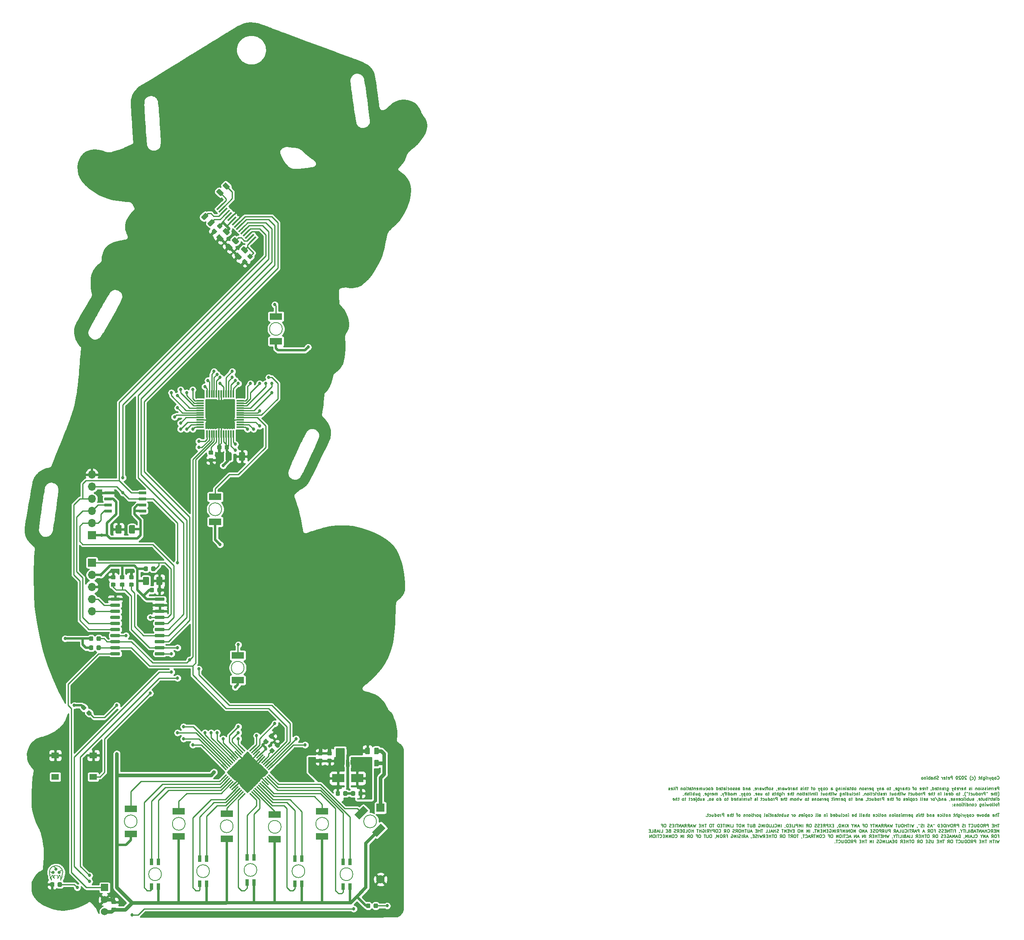
<source format=gbl>
G04 #@! TF.GenerationSoftware,KiCad,Pcbnew,(5.1.5)-3*
G04 #@! TF.CreationDate,2020-02-08T22:35:01-06:00*
G04 #@! TF.ProjectId,tymkrs_Cyphercon_2020_coyote,74796d6b-7273-45f4-9379-70686572636f,V0*
G04 #@! TF.SameCoordinates,Original*
G04 #@! TF.FileFunction,Copper,L2,Bot*
G04 #@! TF.FilePolarity,Positive*
%FSLAX46Y46*%
G04 Gerber Fmt 4.6, Leading zero omitted, Abs format (unit mm)*
G04 Created by KiCad (PCBNEW (5.1.5)-3) date 2020-02-08 22:35:01*
%MOMM*%
%LPD*%
G04 APERTURE LIST*
%ADD10C,0.158750*%
%ADD11C,0.180000*%
%ADD12C,0.177800*%
%ADD13C,0.100000*%
%ADD14R,1.550000X1.300000*%
%ADD15C,1.524000*%
%ADD16R,1.524000X1.524000*%
%ADD17R,1.500000X0.300000*%
%ADD18R,0.300000X1.500000*%
%ADD19R,3.500001X3.500001*%
%ADD20R,2.600000X1.400000*%
%ADD21C,0.635000*%
%ADD22R,0.650000X1.060000*%
%ADD23O,1.700000X1.700000*%
%ADD24R,1.700000X1.700000*%
%ADD25R,0.800000X1.400000*%
%ADD26R,2.500000X1.800000*%
%ADD27C,1.778000*%
%ADD28R,1.778000X1.778000*%
%ADD29C,0.690000*%
%ADD30C,0.254000*%
%ADD31C,0.762000*%
%ADD32C,0.508000*%
%ADD33C,0.635000*%
G04 APERTURE END LIST*
D10*
X283100764Y-167152410D02*
X283131002Y-167182648D01*
X283221717Y-167212886D01*
X283282193Y-167212886D01*
X283372907Y-167182648D01*
X283433383Y-167122172D01*
X283463622Y-167061696D01*
X283493860Y-166940744D01*
X283493860Y-166850029D01*
X283463622Y-166729077D01*
X283433383Y-166668601D01*
X283372907Y-166608125D01*
X283282193Y-166577886D01*
X283221717Y-166577886D01*
X283131002Y-166608125D01*
X283100764Y-166638363D01*
X282737907Y-167212886D02*
X282798383Y-167182648D01*
X282828622Y-167152410D01*
X282858860Y-167091934D01*
X282858860Y-166910505D01*
X282828622Y-166850029D01*
X282798383Y-166819791D01*
X282737907Y-166789553D01*
X282647193Y-166789553D01*
X282586717Y-166819791D01*
X282556479Y-166850029D01*
X282526241Y-166910505D01*
X282526241Y-167091934D01*
X282556479Y-167152410D01*
X282586717Y-167182648D01*
X282647193Y-167212886D01*
X282737907Y-167212886D01*
X282254098Y-166789553D02*
X282254098Y-167424553D01*
X282254098Y-166819791D02*
X282193622Y-166789553D01*
X282072669Y-166789553D01*
X282012193Y-166819791D01*
X281981955Y-166850029D01*
X281951717Y-166910505D01*
X281951717Y-167091934D01*
X281981955Y-167152410D01*
X282012193Y-167182648D01*
X282072669Y-167212886D01*
X282193622Y-167212886D01*
X282254098Y-167182648D01*
X281740050Y-166789553D02*
X281588860Y-167212886D01*
X281437669Y-166789553D02*
X281588860Y-167212886D01*
X281649336Y-167364077D01*
X281679574Y-167394315D01*
X281740050Y-167424553D01*
X281195764Y-167212886D02*
X281195764Y-166789553D01*
X281195764Y-166910505D02*
X281165526Y-166850029D01*
X281135288Y-166819791D01*
X281074812Y-166789553D01*
X281014336Y-166789553D01*
X280802669Y-167212886D02*
X280802669Y-166789553D01*
X280802669Y-166577886D02*
X280832907Y-166608125D01*
X280802669Y-166638363D01*
X280772431Y-166608125D01*
X280802669Y-166577886D01*
X280802669Y-166638363D01*
X280228145Y-166789553D02*
X280228145Y-167303601D01*
X280258383Y-167364077D01*
X280288622Y-167394315D01*
X280349098Y-167424553D01*
X280439812Y-167424553D01*
X280500288Y-167394315D01*
X280228145Y-167182648D02*
X280288622Y-167212886D01*
X280409574Y-167212886D01*
X280470050Y-167182648D01*
X280500288Y-167152410D01*
X280530526Y-167091934D01*
X280530526Y-166910505D01*
X280500288Y-166850029D01*
X280470050Y-166819791D01*
X280409574Y-166789553D01*
X280288622Y-166789553D01*
X280228145Y-166819791D01*
X279925764Y-167212886D02*
X279925764Y-166577886D01*
X279653622Y-167212886D02*
X279653622Y-166880267D01*
X279683860Y-166819791D01*
X279744336Y-166789553D01*
X279835050Y-166789553D01*
X279895526Y-166819791D01*
X279925764Y-166850029D01*
X279441955Y-166789553D02*
X279200050Y-166789553D01*
X279351241Y-166577886D02*
X279351241Y-167122172D01*
X279321002Y-167182648D01*
X279260526Y-167212886D01*
X279200050Y-167212886D01*
X278323145Y-167454791D02*
X278353383Y-167424553D01*
X278413860Y-167333839D01*
X278444098Y-167273363D01*
X278474336Y-167182648D01*
X278504574Y-167031458D01*
X278504574Y-166910505D01*
X278474336Y-166759315D01*
X278444098Y-166668601D01*
X278413860Y-166608125D01*
X278353383Y-166517410D01*
X278323145Y-166487172D01*
X277809098Y-167182648D02*
X277869574Y-167212886D01*
X277990526Y-167212886D01*
X278051002Y-167182648D01*
X278081241Y-167152410D01*
X278111479Y-167091934D01*
X278111479Y-166910505D01*
X278081241Y-166850029D01*
X278051002Y-166819791D01*
X277990526Y-166789553D01*
X277869574Y-166789553D01*
X277809098Y-166819791D01*
X277597431Y-167454791D02*
X277567193Y-167424553D01*
X277506717Y-167333839D01*
X277476479Y-167273363D01*
X277446241Y-167182648D01*
X277416002Y-167031458D01*
X277416002Y-166910505D01*
X277446241Y-166759315D01*
X277476479Y-166668601D01*
X277506717Y-166608125D01*
X277567193Y-166517410D01*
X277597431Y-166487172D01*
X276660050Y-166638363D02*
X276629812Y-166608125D01*
X276569336Y-166577886D01*
X276418145Y-166577886D01*
X276357669Y-166608125D01*
X276327431Y-166638363D01*
X276297193Y-166698839D01*
X276297193Y-166759315D01*
X276327431Y-166850029D01*
X276690288Y-167212886D01*
X276297193Y-167212886D01*
X275904098Y-166577886D02*
X275843622Y-166577886D01*
X275783145Y-166608125D01*
X275752907Y-166638363D01*
X275722669Y-166698839D01*
X275692431Y-166819791D01*
X275692431Y-166970982D01*
X275722669Y-167091934D01*
X275752907Y-167152410D01*
X275783145Y-167182648D01*
X275843622Y-167212886D01*
X275904098Y-167212886D01*
X275964574Y-167182648D01*
X275994812Y-167152410D01*
X276025050Y-167091934D01*
X276055288Y-166970982D01*
X276055288Y-166819791D01*
X276025050Y-166698839D01*
X275994812Y-166638363D01*
X275964574Y-166608125D01*
X275904098Y-166577886D01*
X275450526Y-166638363D02*
X275420288Y-166608125D01*
X275359812Y-166577886D01*
X275208622Y-166577886D01*
X275148145Y-166608125D01*
X275117907Y-166638363D01*
X275087669Y-166698839D01*
X275087669Y-166759315D01*
X275117907Y-166850029D01*
X275480764Y-167212886D01*
X275087669Y-167212886D01*
X274694574Y-166577886D02*
X274634098Y-166577886D01*
X274573622Y-166608125D01*
X274543383Y-166638363D01*
X274513145Y-166698839D01*
X274482907Y-166819791D01*
X274482907Y-166970982D01*
X274513145Y-167091934D01*
X274543383Y-167152410D01*
X274573622Y-167182648D01*
X274634098Y-167212886D01*
X274694574Y-167212886D01*
X274755050Y-167182648D01*
X274785288Y-167152410D01*
X274815526Y-167091934D01*
X274845764Y-166970982D01*
X274845764Y-166819791D01*
X274815526Y-166698839D01*
X274785288Y-166638363D01*
X274755050Y-166608125D01*
X274694574Y-166577886D01*
X273726955Y-167212886D02*
X273726955Y-166577886D01*
X273485050Y-166577886D01*
X273424574Y-166608125D01*
X273394336Y-166638363D01*
X273364098Y-166698839D01*
X273364098Y-166789553D01*
X273394336Y-166850029D01*
X273424574Y-166880267D01*
X273485050Y-166910505D01*
X273726955Y-166910505D01*
X272850050Y-167182648D02*
X272910526Y-167212886D01*
X273031479Y-167212886D01*
X273091955Y-167182648D01*
X273122193Y-167122172D01*
X273122193Y-166880267D01*
X273091955Y-166819791D01*
X273031479Y-166789553D01*
X272910526Y-166789553D01*
X272850050Y-166819791D01*
X272819812Y-166880267D01*
X272819812Y-166940744D01*
X273122193Y-167001220D01*
X272638383Y-166789553D02*
X272396479Y-166789553D01*
X272547669Y-166577886D02*
X272547669Y-167122172D01*
X272517431Y-167182648D01*
X272456955Y-167212886D01*
X272396479Y-167212886D01*
X271942907Y-167182648D02*
X272003383Y-167212886D01*
X272124336Y-167212886D01*
X272184812Y-167182648D01*
X272215050Y-167122172D01*
X272215050Y-166880267D01*
X272184812Y-166819791D01*
X272124336Y-166789553D01*
X272003383Y-166789553D01*
X271942907Y-166819791D01*
X271912669Y-166880267D01*
X271912669Y-166940744D01*
X272215050Y-167001220D01*
X271640526Y-167212886D02*
X271640526Y-166789553D01*
X271640526Y-166910505D02*
X271610288Y-166850029D01*
X271580050Y-166819791D01*
X271519574Y-166789553D01*
X271459098Y-166789553D01*
X270793860Y-167182648D02*
X270703145Y-167212886D01*
X270551955Y-167212886D01*
X270491479Y-167182648D01*
X270461241Y-167152410D01*
X270431002Y-167091934D01*
X270431002Y-167031458D01*
X270461241Y-166970982D01*
X270491479Y-166940744D01*
X270551955Y-166910505D01*
X270672907Y-166880267D01*
X270733383Y-166850029D01*
X270763622Y-166819791D01*
X270793860Y-166759315D01*
X270793860Y-166698839D01*
X270763622Y-166638363D01*
X270733383Y-166608125D01*
X270672907Y-166577886D01*
X270521717Y-166577886D01*
X270431002Y-166608125D01*
X270158860Y-167212886D02*
X270158860Y-166577886D01*
X269886717Y-167212886D02*
X269886717Y-166880267D01*
X269916955Y-166819791D01*
X269977431Y-166789553D01*
X270068145Y-166789553D01*
X270128622Y-166819791D01*
X270158860Y-166850029D01*
X269312193Y-167212886D02*
X269312193Y-166880267D01*
X269342431Y-166819791D01*
X269402907Y-166789553D01*
X269523860Y-166789553D01*
X269584336Y-166819791D01*
X269312193Y-167182648D02*
X269372669Y-167212886D01*
X269523860Y-167212886D01*
X269584336Y-167182648D01*
X269614574Y-167122172D01*
X269614574Y-167061696D01*
X269584336Y-167001220D01*
X269523860Y-166970982D01*
X269372669Y-166970982D01*
X269312193Y-166940744D01*
X269009812Y-167212886D02*
X269009812Y-166577886D01*
X269009812Y-166819791D02*
X268949336Y-166789553D01*
X268828383Y-166789553D01*
X268767907Y-166819791D01*
X268737669Y-166850029D01*
X268707431Y-166910505D01*
X268707431Y-167091934D01*
X268737669Y-167152410D01*
X268767907Y-167182648D01*
X268828383Y-167212886D01*
X268949336Y-167212886D01*
X269009812Y-167182648D01*
X268435288Y-167212886D02*
X268435288Y-166789553D01*
X268435288Y-166577886D02*
X268465526Y-166608125D01*
X268435288Y-166638363D01*
X268405050Y-166608125D01*
X268435288Y-166577886D01*
X268435288Y-166638363D01*
X268132907Y-166789553D02*
X268132907Y-167212886D01*
X268132907Y-166850029D02*
X268102669Y-166819791D01*
X268042193Y-166789553D01*
X267951479Y-166789553D01*
X267891002Y-166819791D01*
X267860764Y-166880267D01*
X267860764Y-167212886D01*
X267467669Y-167212886D02*
X267528145Y-167182648D01*
X267558383Y-167152410D01*
X267588622Y-167091934D01*
X267588622Y-166910505D01*
X267558383Y-166850029D01*
X267528145Y-166819791D01*
X267467669Y-166789553D01*
X267376955Y-166789553D01*
X267316479Y-166819791D01*
X267286241Y-166850029D01*
X267256002Y-166910505D01*
X267256002Y-167091934D01*
X267286241Y-167152410D01*
X267316479Y-167182648D01*
X267376955Y-167212886D01*
X267467669Y-167212886D01*
X283463622Y-169435386D02*
X283463622Y-168800386D01*
X283221717Y-168800386D01*
X283161241Y-168830625D01*
X283131002Y-168860863D01*
X283100764Y-168921339D01*
X283100764Y-169012053D01*
X283131002Y-169072529D01*
X283161241Y-169102767D01*
X283221717Y-169133005D01*
X283463622Y-169133005D01*
X282586717Y-169405148D02*
X282647193Y-169435386D01*
X282768145Y-169435386D01*
X282828622Y-169405148D01*
X282858860Y-169344672D01*
X282858860Y-169102767D01*
X282828622Y-169042291D01*
X282768145Y-169012053D01*
X282647193Y-169012053D01*
X282586717Y-169042291D01*
X282556479Y-169102767D01*
X282556479Y-169163244D01*
X282858860Y-169223720D01*
X282284336Y-169435386D02*
X282284336Y-169012053D01*
X282284336Y-169133005D02*
X282254098Y-169072529D01*
X282223860Y-169042291D01*
X282163383Y-169012053D01*
X282102907Y-169012053D01*
X281891241Y-169435386D02*
X281891241Y-169012053D01*
X281891241Y-169072529D02*
X281861002Y-169042291D01*
X281800526Y-169012053D01*
X281709812Y-169012053D01*
X281649336Y-169042291D01*
X281619098Y-169102767D01*
X281619098Y-169435386D01*
X281619098Y-169102767D02*
X281588860Y-169042291D01*
X281528383Y-169012053D01*
X281437669Y-169012053D01*
X281377193Y-169042291D01*
X281346955Y-169102767D01*
X281346955Y-169435386D01*
X281044574Y-169435386D02*
X281044574Y-169012053D01*
X281044574Y-168800386D02*
X281074812Y-168830625D01*
X281044574Y-168860863D01*
X281014336Y-168830625D01*
X281044574Y-168800386D01*
X281044574Y-168860863D01*
X280772431Y-169405148D02*
X280711955Y-169435386D01*
X280591002Y-169435386D01*
X280530526Y-169405148D01*
X280500288Y-169344672D01*
X280500288Y-169314434D01*
X280530526Y-169253958D01*
X280591002Y-169223720D01*
X280681717Y-169223720D01*
X280742193Y-169193482D01*
X280772431Y-169133005D01*
X280772431Y-169102767D01*
X280742193Y-169042291D01*
X280681717Y-169012053D01*
X280591002Y-169012053D01*
X280530526Y-169042291D01*
X280258383Y-169405148D02*
X280197907Y-169435386D01*
X280076955Y-169435386D01*
X280016479Y-169405148D01*
X279986241Y-169344672D01*
X279986241Y-169314434D01*
X280016479Y-169253958D01*
X280076955Y-169223720D01*
X280167669Y-169223720D01*
X280228145Y-169193482D01*
X280258383Y-169133005D01*
X280258383Y-169102767D01*
X280228145Y-169042291D01*
X280167669Y-169012053D01*
X280076955Y-169012053D01*
X280016479Y-169042291D01*
X279714098Y-169435386D02*
X279714098Y-169012053D01*
X279714098Y-168800386D02*
X279744336Y-168830625D01*
X279714098Y-168860863D01*
X279683860Y-168830625D01*
X279714098Y-168800386D01*
X279714098Y-168860863D01*
X279321002Y-169435386D02*
X279381479Y-169405148D01*
X279411717Y-169374910D01*
X279441955Y-169314434D01*
X279441955Y-169133005D01*
X279411717Y-169072529D01*
X279381479Y-169042291D01*
X279321002Y-169012053D01*
X279230288Y-169012053D01*
X279169812Y-169042291D01*
X279139574Y-169072529D01*
X279109336Y-169133005D01*
X279109336Y-169314434D01*
X279139574Y-169374910D01*
X279169812Y-169405148D01*
X279230288Y-169435386D01*
X279321002Y-169435386D01*
X278837193Y-169012053D02*
X278837193Y-169435386D01*
X278837193Y-169072529D02*
X278806955Y-169042291D01*
X278746479Y-169012053D01*
X278655764Y-169012053D01*
X278595288Y-169042291D01*
X278565050Y-169102767D01*
X278565050Y-169435386D01*
X277778860Y-169435386D02*
X277778860Y-169012053D01*
X277778860Y-168800386D02*
X277809098Y-168830625D01*
X277778860Y-168860863D01*
X277748622Y-168830625D01*
X277778860Y-168800386D01*
X277778860Y-168860863D01*
X277506717Y-169405148D02*
X277446241Y-169435386D01*
X277325288Y-169435386D01*
X277264812Y-169405148D01*
X277234574Y-169344672D01*
X277234574Y-169314434D01*
X277264812Y-169253958D01*
X277325288Y-169223720D01*
X277416002Y-169223720D01*
X277476479Y-169193482D01*
X277506717Y-169133005D01*
X277506717Y-169102767D01*
X277476479Y-169042291D01*
X277416002Y-169012053D01*
X277325288Y-169012053D01*
X277264812Y-169042291D01*
X276478622Y-169435386D02*
X276478622Y-168800386D01*
X276206479Y-169435386D02*
X276206479Y-169102767D01*
X276236717Y-169042291D01*
X276297193Y-169012053D01*
X276387907Y-169012053D01*
X276448383Y-169042291D01*
X276478622Y-169072529D01*
X275662193Y-169405148D02*
X275722669Y-169435386D01*
X275843622Y-169435386D01*
X275904098Y-169405148D01*
X275934336Y-169344672D01*
X275934336Y-169102767D01*
X275904098Y-169042291D01*
X275843622Y-169012053D01*
X275722669Y-169012053D01*
X275662193Y-169042291D01*
X275631955Y-169102767D01*
X275631955Y-169163244D01*
X275934336Y-169223720D01*
X275359812Y-169435386D02*
X275359812Y-169012053D01*
X275359812Y-169133005D02*
X275329574Y-169072529D01*
X275299336Y-169042291D01*
X275238860Y-169012053D01*
X275178383Y-169012053D01*
X274724812Y-169405148D02*
X274785288Y-169435386D01*
X274906241Y-169435386D01*
X274966717Y-169405148D01*
X274996955Y-169344672D01*
X274996955Y-169102767D01*
X274966717Y-169042291D01*
X274906241Y-169012053D01*
X274785288Y-169012053D01*
X274724812Y-169042291D01*
X274694574Y-169102767D01*
X274694574Y-169163244D01*
X274996955Y-169223720D01*
X274422431Y-169435386D02*
X274422431Y-168800386D01*
X274422431Y-169042291D02*
X274361955Y-169012053D01*
X274241002Y-169012053D01*
X274180526Y-169042291D01*
X274150288Y-169072529D01*
X274120050Y-169133005D01*
X274120050Y-169314434D01*
X274150288Y-169374910D01*
X274180526Y-169405148D01*
X274241002Y-169435386D01*
X274361955Y-169435386D01*
X274422431Y-169405148D01*
X273908383Y-169012053D02*
X273757193Y-169435386D01*
X273606002Y-169012053D02*
X273757193Y-169435386D01*
X273817669Y-169586577D01*
X273847907Y-169616815D01*
X273908383Y-169647053D01*
X272608145Y-169012053D02*
X272608145Y-169526101D01*
X272638383Y-169586577D01*
X272668622Y-169616815D01*
X272729098Y-169647053D01*
X272819812Y-169647053D01*
X272880288Y-169616815D01*
X272608145Y-169405148D02*
X272668622Y-169435386D01*
X272789574Y-169435386D01*
X272850050Y-169405148D01*
X272880288Y-169374910D01*
X272910526Y-169314434D01*
X272910526Y-169133005D01*
X272880288Y-169072529D01*
X272850050Y-169042291D01*
X272789574Y-169012053D01*
X272668622Y-169012053D01*
X272608145Y-169042291D01*
X272305764Y-169435386D02*
X272305764Y-169012053D01*
X272305764Y-169133005D02*
X272275526Y-169072529D01*
X272245288Y-169042291D01*
X272184812Y-169012053D01*
X272124336Y-169012053D01*
X271640526Y-169435386D02*
X271640526Y-169102767D01*
X271670764Y-169042291D01*
X271731241Y-169012053D01*
X271852193Y-169012053D01*
X271912669Y-169042291D01*
X271640526Y-169405148D02*
X271701002Y-169435386D01*
X271852193Y-169435386D01*
X271912669Y-169405148D01*
X271942907Y-169344672D01*
X271942907Y-169284196D01*
X271912669Y-169223720D01*
X271852193Y-169193482D01*
X271701002Y-169193482D01*
X271640526Y-169163244D01*
X271338145Y-169012053D02*
X271338145Y-169435386D01*
X271338145Y-169072529D02*
X271307907Y-169042291D01*
X271247431Y-169012053D01*
X271156717Y-169012053D01*
X271096241Y-169042291D01*
X271066002Y-169102767D01*
X271066002Y-169435386D01*
X270854336Y-169012053D02*
X270612431Y-169012053D01*
X270763622Y-168800386D02*
X270763622Y-169344672D01*
X270733383Y-169405148D01*
X270672907Y-169435386D01*
X270612431Y-169435386D01*
X270158860Y-169405148D02*
X270219336Y-169435386D01*
X270340288Y-169435386D01*
X270400764Y-169405148D01*
X270431002Y-169344672D01*
X270431002Y-169102767D01*
X270400764Y-169042291D01*
X270340288Y-169012053D01*
X270219336Y-169012053D01*
X270158860Y-169042291D01*
X270128622Y-169102767D01*
X270128622Y-169163244D01*
X270431002Y-169223720D01*
X269584336Y-169435386D02*
X269584336Y-168800386D01*
X269584336Y-169405148D02*
X269644812Y-169435386D01*
X269765764Y-169435386D01*
X269826241Y-169405148D01*
X269856479Y-169374910D01*
X269886717Y-169314434D01*
X269886717Y-169133005D01*
X269856479Y-169072529D01*
X269826241Y-169042291D01*
X269765764Y-169012053D01*
X269644812Y-169012053D01*
X269584336Y-169042291D01*
X269251717Y-169405148D02*
X269251717Y-169435386D01*
X269281955Y-169495863D01*
X269312193Y-169526101D01*
X268586479Y-169012053D02*
X268344574Y-169012053D01*
X268495764Y-169435386D02*
X268495764Y-168891101D01*
X268465526Y-168830625D01*
X268405050Y-168800386D01*
X268344574Y-168800386D01*
X268132907Y-169435386D02*
X268132907Y-169012053D01*
X268132907Y-169133005D02*
X268102669Y-169072529D01*
X268072431Y-169042291D01*
X268011955Y-169012053D01*
X267951479Y-169012053D01*
X267497907Y-169405148D02*
X267558383Y-169435386D01*
X267679336Y-169435386D01*
X267739812Y-169405148D01*
X267770050Y-169344672D01*
X267770050Y-169102767D01*
X267739812Y-169042291D01*
X267679336Y-169012053D01*
X267558383Y-169012053D01*
X267497907Y-169042291D01*
X267467669Y-169102767D01*
X267467669Y-169163244D01*
X267770050Y-169223720D01*
X266953622Y-169405148D02*
X267014098Y-169435386D01*
X267135050Y-169435386D01*
X267195526Y-169405148D01*
X267225764Y-169344672D01*
X267225764Y-169102767D01*
X267195526Y-169042291D01*
X267135050Y-169012053D01*
X267014098Y-169012053D01*
X266953622Y-169042291D01*
X266923383Y-169102767D01*
X266923383Y-169163244D01*
X267225764Y-169223720D01*
X266076717Y-169435386D02*
X266137193Y-169405148D01*
X266167431Y-169374910D01*
X266197669Y-169314434D01*
X266197669Y-169133005D01*
X266167431Y-169072529D01*
X266137193Y-169042291D01*
X266076717Y-169012053D01*
X265986002Y-169012053D01*
X265925526Y-169042291D01*
X265895288Y-169072529D01*
X265865050Y-169133005D01*
X265865050Y-169314434D01*
X265895288Y-169374910D01*
X265925526Y-169405148D01*
X265986002Y-169435386D01*
X266076717Y-169435386D01*
X265683622Y-169012053D02*
X265441717Y-169012053D01*
X265592907Y-169435386D02*
X265592907Y-168891101D01*
X265562669Y-168830625D01*
X265502193Y-168800386D01*
X265441717Y-168800386D01*
X264474098Y-169405148D02*
X264534574Y-169435386D01*
X264655526Y-169435386D01*
X264716002Y-169405148D01*
X264746241Y-169374910D01*
X264776479Y-169314434D01*
X264776479Y-169133005D01*
X264746241Y-169072529D01*
X264716002Y-169042291D01*
X264655526Y-169012053D01*
X264534574Y-169012053D01*
X264474098Y-169042291D01*
X264201955Y-169435386D02*
X264201955Y-168800386D01*
X263929812Y-169435386D02*
X263929812Y-169102767D01*
X263960050Y-169042291D01*
X264020526Y-169012053D01*
X264111241Y-169012053D01*
X264171717Y-169042291D01*
X264201955Y-169072529D01*
X263355288Y-169435386D02*
X263355288Y-169102767D01*
X263385526Y-169042291D01*
X263446002Y-169012053D01*
X263566955Y-169012053D01*
X263627431Y-169042291D01*
X263355288Y-169405148D02*
X263415764Y-169435386D01*
X263566955Y-169435386D01*
X263627431Y-169405148D01*
X263657669Y-169344672D01*
X263657669Y-169284196D01*
X263627431Y-169223720D01*
X263566955Y-169193482D01*
X263415764Y-169193482D01*
X263355288Y-169163244D01*
X263052907Y-169435386D02*
X263052907Y-169012053D01*
X263052907Y-169133005D02*
X263022669Y-169072529D01*
X262992431Y-169042291D01*
X262931955Y-169012053D01*
X262871479Y-169012053D01*
X262387669Y-169012053D02*
X262387669Y-169526101D01*
X262417907Y-169586577D01*
X262448145Y-169616815D01*
X262508622Y-169647053D01*
X262599336Y-169647053D01*
X262659812Y-169616815D01*
X262387669Y-169405148D02*
X262448145Y-169435386D01*
X262569098Y-169435386D01*
X262629574Y-169405148D01*
X262659812Y-169374910D01*
X262690050Y-169314434D01*
X262690050Y-169133005D01*
X262659812Y-169072529D01*
X262629574Y-169042291D01*
X262569098Y-169012053D01*
X262448145Y-169012053D01*
X262387669Y-169042291D01*
X261843383Y-169405148D02*
X261903860Y-169435386D01*
X262024812Y-169435386D01*
X262085288Y-169405148D01*
X262115526Y-169344672D01*
X262115526Y-169102767D01*
X262085288Y-169042291D01*
X262024812Y-169012053D01*
X261903860Y-169012053D01*
X261843383Y-169042291D01*
X261813145Y-169102767D01*
X261813145Y-169163244D01*
X262115526Y-169223720D01*
X261510764Y-169405148D02*
X261510764Y-169435386D01*
X261541002Y-169495863D01*
X261571241Y-169526101D01*
X260845526Y-169012053D02*
X260603622Y-169012053D01*
X260754812Y-168800386D02*
X260754812Y-169344672D01*
X260724574Y-169405148D01*
X260664098Y-169435386D01*
X260603622Y-169435386D01*
X260301241Y-169435386D02*
X260361717Y-169405148D01*
X260391955Y-169374910D01*
X260422193Y-169314434D01*
X260422193Y-169133005D01*
X260391955Y-169072529D01*
X260361717Y-169042291D01*
X260301241Y-169012053D01*
X260210526Y-169012053D01*
X260150050Y-169042291D01*
X260119812Y-169072529D01*
X260089574Y-169133005D01*
X260089574Y-169314434D01*
X260119812Y-169374910D01*
X260150050Y-169405148D01*
X260210526Y-169435386D01*
X260301241Y-169435386D01*
X259061479Y-169435386D02*
X259061479Y-169102767D01*
X259091717Y-169042291D01*
X259152193Y-169012053D01*
X259273145Y-169012053D01*
X259333622Y-169042291D01*
X259061479Y-169405148D02*
X259121955Y-169435386D01*
X259273145Y-169435386D01*
X259333622Y-169405148D01*
X259363860Y-169344672D01*
X259363860Y-169284196D01*
X259333622Y-169223720D01*
X259273145Y-169193482D01*
X259121955Y-169193482D01*
X259061479Y-169163244D01*
X258759098Y-169012053D02*
X258759098Y-169435386D01*
X258759098Y-169072529D02*
X258728860Y-169042291D01*
X258668383Y-169012053D01*
X258577669Y-169012053D01*
X258517193Y-169042291D01*
X258486955Y-169102767D01*
X258486955Y-169435386D01*
X258245050Y-169012053D02*
X258093860Y-169435386D01*
X257942669Y-169012053D02*
X258093860Y-169435386D01*
X258154336Y-169586577D01*
X258184574Y-169616815D01*
X258245050Y-169647053D01*
X257216955Y-169012053D02*
X257216955Y-169647053D01*
X257216955Y-169042291D02*
X257156479Y-169012053D01*
X257035526Y-169012053D01*
X256975050Y-169042291D01*
X256944812Y-169072529D01*
X256914574Y-169133005D01*
X256914574Y-169314434D01*
X256944812Y-169374910D01*
X256975050Y-169405148D01*
X257035526Y-169435386D01*
X257156479Y-169435386D01*
X257216955Y-169405148D01*
X256400526Y-169405148D02*
X256461002Y-169435386D01*
X256581955Y-169435386D01*
X256642431Y-169405148D01*
X256672669Y-169344672D01*
X256672669Y-169102767D01*
X256642431Y-169042291D01*
X256581955Y-169012053D01*
X256461002Y-169012053D01*
X256400526Y-169042291D01*
X256370288Y-169102767D01*
X256370288Y-169163244D01*
X256672669Y-169223720D01*
X256098145Y-169435386D02*
X256098145Y-169012053D01*
X256098145Y-169133005D02*
X256067907Y-169072529D01*
X256037669Y-169042291D01*
X255977193Y-169012053D01*
X255916717Y-169012053D01*
X255735288Y-169405148D02*
X255674812Y-169435386D01*
X255553860Y-169435386D01*
X255493383Y-169405148D01*
X255463145Y-169344672D01*
X255463145Y-169314434D01*
X255493383Y-169253958D01*
X255553860Y-169223720D01*
X255644574Y-169223720D01*
X255705050Y-169193482D01*
X255735288Y-169133005D01*
X255735288Y-169102767D01*
X255705050Y-169042291D01*
X255644574Y-169012053D01*
X255553860Y-169012053D01*
X255493383Y-169042291D01*
X255100288Y-169435386D02*
X255160764Y-169405148D01*
X255191002Y-169374910D01*
X255221241Y-169314434D01*
X255221241Y-169133005D01*
X255191002Y-169072529D01*
X255160764Y-169042291D01*
X255100288Y-169012053D01*
X255009574Y-169012053D01*
X254949098Y-169042291D01*
X254918860Y-169072529D01*
X254888622Y-169133005D01*
X254888622Y-169314434D01*
X254918860Y-169374910D01*
X254949098Y-169405148D01*
X255009574Y-169435386D01*
X255100288Y-169435386D01*
X254616479Y-169012053D02*
X254616479Y-169435386D01*
X254616479Y-169072529D02*
X254586241Y-169042291D01*
X254525764Y-169012053D01*
X254435050Y-169012053D01*
X254374574Y-169042291D01*
X254344336Y-169102767D01*
X254344336Y-169435386D01*
X253467431Y-169435386D02*
X253527907Y-169405148D01*
X253558145Y-169374910D01*
X253588383Y-169314434D01*
X253588383Y-169133005D01*
X253558145Y-169072529D01*
X253527907Y-169042291D01*
X253467431Y-169012053D01*
X253376717Y-169012053D01*
X253316241Y-169042291D01*
X253286002Y-169072529D01*
X253255764Y-169133005D01*
X253255764Y-169314434D01*
X253286002Y-169374910D01*
X253316241Y-169405148D01*
X253376717Y-169435386D01*
X253467431Y-169435386D01*
X252983622Y-169435386D02*
X252983622Y-168800386D01*
X252983622Y-169042291D02*
X252923145Y-169012053D01*
X252802193Y-169012053D01*
X252741717Y-169042291D01*
X252711479Y-169072529D01*
X252681241Y-169133005D01*
X252681241Y-169314434D01*
X252711479Y-169374910D01*
X252741717Y-169405148D01*
X252802193Y-169435386D01*
X252923145Y-169435386D01*
X252983622Y-169405148D01*
X252499812Y-169012053D02*
X252257907Y-169012053D01*
X252409098Y-168800386D02*
X252409098Y-169344672D01*
X252378860Y-169405148D01*
X252318383Y-169435386D01*
X252257907Y-169435386D01*
X251774098Y-169435386D02*
X251774098Y-169102767D01*
X251804336Y-169042291D01*
X251864812Y-169012053D01*
X251985764Y-169012053D01*
X252046241Y-169042291D01*
X251774098Y-169405148D02*
X251834574Y-169435386D01*
X251985764Y-169435386D01*
X252046241Y-169405148D01*
X252076479Y-169344672D01*
X252076479Y-169284196D01*
X252046241Y-169223720D01*
X251985764Y-169193482D01*
X251834574Y-169193482D01*
X251774098Y-169163244D01*
X251471717Y-169435386D02*
X251471717Y-169012053D01*
X251471717Y-168800386D02*
X251501955Y-168830625D01*
X251471717Y-168860863D01*
X251441479Y-168830625D01*
X251471717Y-168800386D01*
X251471717Y-168860863D01*
X251169336Y-169012053D02*
X251169336Y-169435386D01*
X251169336Y-169072529D02*
X251139098Y-169042291D01*
X251078622Y-169012053D01*
X250987907Y-169012053D01*
X250927431Y-169042291D01*
X250897193Y-169102767D01*
X250897193Y-169435386D01*
X250594812Y-169435386D02*
X250594812Y-169012053D01*
X250594812Y-168800386D02*
X250625050Y-168830625D01*
X250594812Y-168860863D01*
X250564574Y-168830625D01*
X250594812Y-168800386D01*
X250594812Y-168860863D01*
X250292431Y-169012053D02*
X250292431Y-169435386D01*
X250292431Y-169072529D02*
X250262193Y-169042291D01*
X250201717Y-169012053D01*
X250111002Y-169012053D01*
X250050526Y-169042291D01*
X250020288Y-169102767D01*
X250020288Y-169435386D01*
X249445764Y-169012053D02*
X249445764Y-169526101D01*
X249476002Y-169586577D01*
X249506241Y-169616815D01*
X249566717Y-169647053D01*
X249657431Y-169647053D01*
X249717907Y-169616815D01*
X249445764Y-169405148D02*
X249506241Y-169435386D01*
X249627193Y-169435386D01*
X249687669Y-169405148D01*
X249717907Y-169374910D01*
X249748145Y-169314434D01*
X249748145Y-169133005D01*
X249717907Y-169072529D01*
X249687669Y-169042291D01*
X249627193Y-169012053D01*
X249506241Y-169012053D01*
X249445764Y-169042291D01*
X248387431Y-169435386D02*
X248387431Y-169102767D01*
X248417669Y-169042291D01*
X248478145Y-169012053D01*
X248599098Y-169012053D01*
X248659574Y-169042291D01*
X248387431Y-169405148D02*
X248447907Y-169435386D01*
X248599098Y-169435386D01*
X248659574Y-169405148D01*
X248689812Y-169344672D01*
X248689812Y-169284196D01*
X248659574Y-169223720D01*
X248599098Y-169193482D01*
X248447907Y-169193482D01*
X248387431Y-169163244D01*
X247329098Y-169405148D02*
X247389574Y-169435386D01*
X247510526Y-169435386D01*
X247571002Y-169405148D01*
X247601241Y-169374910D01*
X247631479Y-169314434D01*
X247631479Y-169133005D01*
X247601241Y-169072529D01*
X247571002Y-169042291D01*
X247510526Y-169012053D01*
X247389574Y-169012053D01*
X247329098Y-169042291D01*
X246966241Y-169435386D02*
X247026717Y-169405148D01*
X247056955Y-169374910D01*
X247087193Y-169314434D01*
X247087193Y-169133005D01*
X247056955Y-169072529D01*
X247026717Y-169042291D01*
X246966241Y-169012053D01*
X246875526Y-169012053D01*
X246815050Y-169042291D01*
X246784812Y-169072529D01*
X246754574Y-169133005D01*
X246754574Y-169314434D01*
X246784812Y-169374910D01*
X246815050Y-169405148D01*
X246875526Y-169435386D01*
X246966241Y-169435386D01*
X246482431Y-169012053D02*
X246482431Y-169647053D01*
X246482431Y-169042291D02*
X246421955Y-169012053D01*
X246301002Y-169012053D01*
X246240526Y-169042291D01*
X246210288Y-169072529D01*
X246180050Y-169133005D01*
X246180050Y-169314434D01*
X246210288Y-169374910D01*
X246240526Y-169405148D01*
X246301002Y-169435386D01*
X246421955Y-169435386D01*
X246482431Y-169405148D01*
X245968383Y-169012053D02*
X245817193Y-169435386D01*
X245666002Y-169012053D02*
X245817193Y-169435386D01*
X245877669Y-169586577D01*
X245907907Y-169616815D01*
X245968383Y-169647053D01*
X244849574Y-169435386D02*
X244910050Y-169405148D01*
X244940288Y-169374910D01*
X244970526Y-169314434D01*
X244970526Y-169133005D01*
X244940288Y-169072529D01*
X244910050Y-169042291D01*
X244849574Y-169012053D01*
X244758860Y-169012053D01*
X244698383Y-169042291D01*
X244668145Y-169072529D01*
X244637907Y-169133005D01*
X244637907Y-169314434D01*
X244668145Y-169374910D01*
X244698383Y-169405148D01*
X244758860Y-169435386D01*
X244849574Y-169435386D01*
X244456479Y-169012053D02*
X244214574Y-169012053D01*
X244365764Y-169435386D02*
X244365764Y-168891101D01*
X244335526Y-168830625D01*
X244275050Y-168800386D01*
X244214574Y-168800386D01*
X243609812Y-169012053D02*
X243367907Y-169012053D01*
X243519098Y-168800386D02*
X243519098Y-169344672D01*
X243488860Y-169405148D01*
X243428383Y-169435386D01*
X243367907Y-169435386D01*
X243156241Y-169435386D02*
X243156241Y-168800386D01*
X242884098Y-169435386D02*
X242884098Y-169102767D01*
X242914336Y-169042291D01*
X242974812Y-169012053D01*
X243065526Y-169012053D01*
X243126002Y-169042291D01*
X243156241Y-169072529D01*
X242581717Y-169435386D02*
X242581717Y-169012053D01*
X242581717Y-168800386D02*
X242611955Y-168830625D01*
X242581717Y-168860863D01*
X242551479Y-168830625D01*
X242581717Y-168800386D01*
X242581717Y-168860863D01*
X242309574Y-169405148D02*
X242249098Y-169435386D01*
X242128145Y-169435386D01*
X242067669Y-169405148D01*
X242037431Y-169344672D01*
X242037431Y-169314434D01*
X242067669Y-169253958D01*
X242128145Y-169223720D01*
X242218860Y-169223720D01*
X242279336Y-169193482D01*
X242309574Y-169133005D01*
X242309574Y-169102767D01*
X242279336Y-169042291D01*
X242218860Y-169012053D01*
X242128145Y-169012053D01*
X242067669Y-169042291D01*
X241281479Y-169435386D02*
X241281479Y-168800386D01*
X241009336Y-169435386D02*
X241009336Y-169102767D01*
X241039574Y-169042291D01*
X241100050Y-169012053D01*
X241190764Y-169012053D01*
X241251241Y-169042291D01*
X241281479Y-169072529D01*
X240434812Y-169435386D02*
X240434812Y-169102767D01*
X240465050Y-169042291D01*
X240525526Y-169012053D01*
X240646479Y-169012053D01*
X240706955Y-169042291D01*
X240434812Y-169405148D02*
X240495288Y-169435386D01*
X240646479Y-169435386D01*
X240706955Y-169405148D01*
X240737193Y-169344672D01*
X240737193Y-169284196D01*
X240706955Y-169223720D01*
X240646479Y-169193482D01*
X240495288Y-169193482D01*
X240434812Y-169163244D01*
X240132431Y-169435386D02*
X240132431Y-169012053D01*
X240132431Y-169133005D02*
X240102193Y-169072529D01*
X240071955Y-169042291D01*
X240011479Y-169012053D01*
X239951002Y-169012053D01*
X239467193Y-169435386D02*
X239467193Y-168800386D01*
X239467193Y-169405148D02*
X239527669Y-169435386D01*
X239648622Y-169435386D01*
X239709098Y-169405148D01*
X239739336Y-169374910D01*
X239769574Y-169314434D01*
X239769574Y-169133005D01*
X239739336Y-169072529D01*
X239709098Y-169042291D01*
X239648622Y-169012053D01*
X239527669Y-169012053D01*
X239467193Y-169042291D01*
X239225288Y-169012053D02*
X239104336Y-169435386D01*
X238983383Y-169133005D01*
X238862431Y-169435386D01*
X238741479Y-169012053D01*
X238227431Y-169435386D02*
X238227431Y-169102767D01*
X238257669Y-169042291D01*
X238318145Y-169012053D01*
X238439098Y-169012053D01*
X238499574Y-169042291D01*
X238227431Y-169405148D02*
X238287907Y-169435386D01*
X238439098Y-169435386D01*
X238499574Y-169405148D01*
X238529812Y-169344672D01*
X238529812Y-169284196D01*
X238499574Y-169223720D01*
X238439098Y-169193482D01*
X238287907Y-169193482D01*
X238227431Y-169163244D01*
X237925050Y-169435386D02*
X237925050Y-169012053D01*
X237925050Y-169133005D02*
X237894812Y-169072529D01*
X237864574Y-169042291D01*
X237804098Y-169012053D01*
X237743622Y-169012053D01*
X237290050Y-169405148D02*
X237350526Y-169435386D01*
X237471479Y-169435386D01*
X237531955Y-169405148D01*
X237562193Y-169344672D01*
X237562193Y-169102767D01*
X237531955Y-169042291D01*
X237471479Y-169012053D01*
X237350526Y-169012053D01*
X237290050Y-169042291D01*
X237259812Y-169102767D01*
X237259812Y-169163244D01*
X237562193Y-169223720D01*
X236957431Y-169405148D02*
X236957431Y-169435386D01*
X236987669Y-169495863D01*
X237017907Y-169526101D01*
X236231717Y-169405148D02*
X236171241Y-169435386D01*
X236050288Y-169435386D01*
X235989812Y-169405148D01*
X235959574Y-169344672D01*
X235959574Y-169314434D01*
X235989812Y-169253958D01*
X236050288Y-169223720D01*
X236141002Y-169223720D01*
X236201479Y-169193482D01*
X236231717Y-169133005D01*
X236231717Y-169102767D01*
X236201479Y-169042291D01*
X236141002Y-169012053D01*
X236050288Y-169012053D01*
X235989812Y-169042291D01*
X235596717Y-169435386D02*
X235657193Y-169405148D01*
X235687431Y-169374910D01*
X235717669Y-169314434D01*
X235717669Y-169133005D01*
X235687431Y-169072529D01*
X235657193Y-169042291D01*
X235596717Y-169012053D01*
X235506002Y-169012053D01*
X235445526Y-169042291D01*
X235415288Y-169072529D01*
X235385050Y-169133005D01*
X235385050Y-169314434D01*
X235415288Y-169374910D01*
X235445526Y-169405148D01*
X235506002Y-169435386D01*
X235596717Y-169435386D01*
X235203622Y-169012053D02*
X234961717Y-169012053D01*
X235112907Y-169435386D02*
X235112907Y-168891101D01*
X235082669Y-168830625D01*
X235022193Y-168800386D01*
X234961717Y-168800386D01*
X234840764Y-169012053D02*
X234598860Y-169012053D01*
X234750050Y-168800386D02*
X234750050Y-169344672D01*
X234719812Y-169405148D01*
X234659336Y-169435386D01*
X234598860Y-169435386D01*
X234447669Y-169012053D02*
X234326717Y-169435386D01*
X234205764Y-169133005D01*
X234084812Y-169435386D01*
X233963860Y-169012053D01*
X233449812Y-169435386D02*
X233449812Y-169102767D01*
X233480050Y-169042291D01*
X233540526Y-169012053D01*
X233661479Y-169012053D01*
X233721955Y-169042291D01*
X233449812Y-169405148D02*
X233510288Y-169435386D01*
X233661479Y-169435386D01*
X233721955Y-169405148D01*
X233752193Y-169344672D01*
X233752193Y-169284196D01*
X233721955Y-169223720D01*
X233661479Y-169193482D01*
X233510288Y-169193482D01*
X233449812Y-169163244D01*
X233147431Y-169435386D02*
X233147431Y-169012053D01*
X233147431Y-169133005D02*
X233117193Y-169072529D01*
X233086955Y-169042291D01*
X233026479Y-169012053D01*
X232966002Y-169012053D01*
X232512431Y-169405148D02*
X232572907Y-169435386D01*
X232693860Y-169435386D01*
X232754336Y-169405148D01*
X232784574Y-169344672D01*
X232784574Y-169102767D01*
X232754336Y-169042291D01*
X232693860Y-169012053D01*
X232572907Y-169012053D01*
X232512431Y-169042291D01*
X232482193Y-169102767D01*
X232482193Y-169163244D01*
X232784574Y-169223720D01*
X232179812Y-169405148D02*
X232179812Y-169435386D01*
X232210050Y-169495863D01*
X232240288Y-169526101D01*
X231151717Y-169435386D02*
X231151717Y-169102767D01*
X231181955Y-169042291D01*
X231242431Y-169012053D01*
X231363383Y-169012053D01*
X231423860Y-169042291D01*
X231151717Y-169405148D02*
X231212193Y-169435386D01*
X231363383Y-169435386D01*
X231423860Y-169405148D01*
X231454098Y-169344672D01*
X231454098Y-169284196D01*
X231423860Y-169223720D01*
X231363383Y-169193482D01*
X231212193Y-169193482D01*
X231151717Y-169163244D01*
X230849336Y-169012053D02*
X230849336Y-169435386D01*
X230849336Y-169072529D02*
X230819098Y-169042291D01*
X230758622Y-169012053D01*
X230667907Y-169012053D01*
X230607431Y-169042291D01*
X230577193Y-169102767D01*
X230577193Y-169435386D01*
X230002669Y-169435386D02*
X230002669Y-168800386D01*
X230002669Y-169405148D02*
X230063145Y-169435386D01*
X230184098Y-169435386D01*
X230244574Y-169405148D01*
X230274812Y-169374910D01*
X230305050Y-169314434D01*
X230305050Y-169133005D01*
X230274812Y-169072529D01*
X230244574Y-169042291D01*
X230184098Y-169012053D01*
X230063145Y-169012053D01*
X230002669Y-169042291D01*
X228944336Y-169435386D02*
X228944336Y-169102767D01*
X228974574Y-169042291D01*
X229035050Y-169012053D01*
X229156002Y-169012053D01*
X229216479Y-169042291D01*
X228944336Y-169405148D02*
X229004812Y-169435386D01*
X229156002Y-169435386D01*
X229216479Y-169405148D01*
X229246717Y-169344672D01*
X229246717Y-169284196D01*
X229216479Y-169223720D01*
X229156002Y-169193482D01*
X229004812Y-169193482D01*
X228944336Y-169163244D01*
X228672193Y-169405148D02*
X228611717Y-169435386D01*
X228490764Y-169435386D01*
X228430288Y-169405148D01*
X228400050Y-169344672D01*
X228400050Y-169314434D01*
X228430288Y-169253958D01*
X228490764Y-169223720D01*
X228581479Y-169223720D01*
X228641955Y-169193482D01*
X228672193Y-169133005D01*
X228672193Y-169102767D01*
X228641955Y-169042291D01*
X228581479Y-169012053D01*
X228490764Y-169012053D01*
X228430288Y-169042291D01*
X228158145Y-169405148D02*
X228097669Y-169435386D01*
X227976717Y-169435386D01*
X227916241Y-169405148D01*
X227886002Y-169344672D01*
X227886002Y-169314434D01*
X227916241Y-169253958D01*
X227976717Y-169223720D01*
X228067431Y-169223720D01*
X228127907Y-169193482D01*
X228158145Y-169133005D01*
X228158145Y-169102767D01*
X228127907Y-169042291D01*
X228067431Y-169012053D01*
X227976717Y-169012053D01*
X227916241Y-169042291D01*
X227523145Y-169435386D02*
X227583622Y-169405148D01*
X227613860Y-169374910D01*
X227644098Y-169314434D01*
X227644098Y-169133005D01*
X227613860Y-169072529D01*
X227583622Y-169042291D01*
X227523145Y-169012053D01*
X227432431Y-169012053D01*
X227371955Y-169042291D01*
X227341717Y-169072529D01*
X227311479Y-169133005D01*
X227311479Y-169314434D01*
X227341717Y-169374910D01*
X227371955Y-169405148D01*
X227432431Y-169435386D01*
X227523145Y-169435386D01*
X226767193Y-169405148D02*
X226827669Y-169435386D01*
X226948622Y-169435386D01*
X227009098Y-169405148D01*
X227039336Y-169374910D01*
X227069574Y-169314434D01*
X227069574Y-169133005D01*
X227039336Y-169072529D01*
X227009098Y-169042291D01*
X226948622Y-169012053D01*
X226827669Y-169012053D01*
X226767193Y-169042291D01*
X226495050Y-169435386D02*
X226495050Y-169012053D01*
X226495050Y-168800386D02*
X226525288Y-168830625D01*
X226495050Y-168860863D01*
X226464812Y-168830625D01*
X226495050Y-168800386D01*
X226495050Y-168860863D01*
X225920526Y-169435386D02*
X225920526Y-169102767D01*
X225950764Y-169042291D01*
X226011241Y-169012053D01*
X226132193Y-169012053D01*
X226192669Y-169042291D01*
X225920526Y-169405148D02*
X225981002Y-169435386D01*
X226132193Y-169435386D01*
X226192669Y-169405148D01*
X226222907Y-169344672D01*
X226222907Y-169284196D01*
X226192669Y-169223720D01*
X226132193Y-169193482D01*
X225981002Y-169193482D01*
X225920526Y-169163244D01*
X225708860Y-169012053D02*
X225466955Y-169012053D01*
X225618145Y-168800386D02*
X225618145Y-169344672D01*
X225587907Y-169405148D01*
X225527431Y-169435386D01*
X225466955Y-169435386D01*
X225013383Y-169405148D02*
X225073860Y-169435386D01*
X225194812Y-169435386D01*
X225255288Y-169405148D01*
X225285526Y-169344672D01*
X225285526Y-169102767D01*
X225255288Y-169042291D01*
X225194812Y-169012053D01*
X225073860Y-169012053D01*
X225013383Y-169042291D01*
X224983145Y-169102767D01*
X224983145Y-169163244D01*
X225285526Y-169223720D01*
X224438860Y-169435386D02*
X224438860Y-168800386D01*
X224438860Y-169405148D02*
X224499336Y-169435386D01*
X224620288Y-169435386D01*
X224680764Y-169405148D01*
X224711002Y-169374910D01*
X224741241Y-169314434D01*
X224741241Y-169133005D01*
X224711002Y-169072529D01*
X224680764Y-169042291D01*
X224620288Y-169012053D01*
X224499336Y-169012053D01*
X224438860Y-169042291D01*
X223380526Y-169435386D02*
X223380526Y-168800386D01*
X223380526Y-169405148D02*
X223441002Y-169435386D01*
X223561955Y-169435386D01*
X223622431Y-169405148D01*
X223652669Y-169374910D01*
X223682907Y-169314434D01*
X223682907Y-169133005D01*
X223652669Y-169072529D01*
X223622431Y-169042291D01*
X223561955Y-169012053D01*
X223441002Y-169012053D01*
X223380526Y-169042291D01*
X222987431Y-169435386D02*
X223047907Y-169405148D01*
X223078145Y-169374910D01*
X223108383Y-169314434D01*
X223108383Y-169133005D01*
X223078145Y-169072529D01*
X223047907Y-169042291D01*
X222987431Y-169012053D01*
X222896717Y-169012053D01*
X222836241Y-169042291D01*
X222806002Y-169072529D01*
X222775764Y-169133005D01*
X222775764Y-169314434D01*
X222806002Y-169374910D01*
X222836241Y-169405148D01*
X222896717Y-169435386D01*
X222987431Y-169435386D01*
X222231479Y-169405148D02*
X222291955Y-169435386D01*
X222412907Y-169435386D01*
X222473383Y-169405148D01*
X222503622Y-169374910D01*
X222533860Y-169314434D01*
X222533860Y-169133005D01*
X222503622Y-169072529D01*
X222473383Y-169042291D01*
X222412907Y-169012053D01*
X222291955Y-169012053D01*
X222231479Y-169042291D01*
X221687193Y-169012053D02*
X221687193Y-169435386D01*
X221959336Y-169012053D02*
X221959336Y-169344672D01*
X221929098Y-169405148D01*
X221868622Y-169435386D01*
X221777907Y-169435386D01*
X221717431Y-169405148D01*
X221687193Y-169374910D01*
X221384812Y-169435386D02*
X221384812Y-169012053D01*
X221384812Y-169072529D02*
X221354574Y-169042291D01*
X221294098Y-169012053D01*
X221203383Y-169012053D01*
X221142907Y-169042291D01*
X221112669Y-169102767D01*
X221112669Y-169435386D01*
X221112669Y-169102767D02*
X221082431Y-169042291D01*
X221021955Y-169012053D01*
X220931241Y-169012053D01*
X220870764Y-169042291D01*
X220840526Y-169102767D01*
X220840526Y-169435386D01*
X220296241Y-169405148D02*
X220356717Y-169435386D01*
X220477669Y-169435386D01*
X220538145Y-169405148D01*
X220568383Y-169344672D01*
X220568383Y-169102767D01*
X220538145Y-169042291D01*
X220477669Y-169012053D01*
X220356717Y-169012053D01*
X220296241Y-169042291D01*
X220266002Y-169102767D01*
X220266002Y-169163244D01*
X220568383Y-169223720D01*
X219993860Y-169012053D02*
X219993860Y-169435386D01*
X219993860Y-169072529D02*
X219963622Y-169042291D01*
X219903145Y-169012053D01*
X219812431Y-169012053D01*
X219751955Y-169042291D01*
X219721717Y-169102767D01*
X219721717Y-169435386D01*
X219510050Y-169012053D02*
X219268145Y-169012053D01*
X219419336Y-168800386D02*
X219419336Y-169344672D01*
X219389098Y-169405148D01*
X219328622Y-169435386D01*
X219268145Y-169435386D01*
X218784336Y-169435386D02*
X218784336Y-169102767D01*
X218814574Y-169042291D01*
X218875050Y-169012053D01*
X218996002Y-169012053D01*
X219056479Y-169042291D01*
X218784336Y-169405148D02*
X218844812Y-169435386D01*
X218996002Y-169435386D01*
X219056479Y-169405148D01*
X219086717Y-169344672D01*
X219086717Y-169284196D01*
X219056479Y-169223720D01*
X218996002Y-169193482D01*
X218844812Y-169193482D01*
X218784336Y-169163244D01*
X218572669Y-169012053D02*
X218330764Y-169012053D01*
X218481955Y-168800386D02*
X218481955Y-169344672D01*
X218451717Y-169405148D01*
X218391241Y-169435386D01*
X218330764Y-169435386D01*
X218119098Y-169435386D02*
X218119098Y-169012053D01*
X218119098Y-168800386D02*
X218149336Y-168830625D01*
X218119098Y-168860863D01*
X218088860Y-168830625D01*
X218119098Y-168800386D01*
X218119098Y-168860863D01*
X217726002Y-169435386D02*
X217786479Y-169405148D01*
X217816717Y-169374910D01*
X217846955Y-169314434D01*
X217846955Y-169133005D01*
X217816717Y-169072529D01*
X217786479Y-169042291D01*
X217726002Y-169012053D01*
X217635288Y-169012053D01*
X217574812Y-169042291D01*
X217544574Y-169072529D01*
X217514336Y-169133005D01*
X217514336Y-169314434D01*
X217544574Y-169374910D01*
X217574812Y-169405148D01*
X217635288Y-169435386D01*
X217726002Y-169435386D01*
X217242193Y-169012053D02*
X217242193Y-169435386D01*
X217242193Y-169072529D02*
X217211955Y-169042291D01*
X217151479Y-169012053D01*
X217060764Y-169012053D01*
X217000288Y-169042291D01*
X216970050Y-169102767D01*
X216970050Y-169435386D01*
X216274574Y-169012053D02*
X216032669Y-169012053D01*
X216183860Y-169435386D02*
X216183860Y-168891101D01*
X216153622Y-168830625D01*
X216093145Y-168800386D01*
X216032669Y-168800386D01*
X215821002Y-169435386D02*
X215821002Y-169012053D01*
X215821002Y-168800386D02*
X215851241Y-168830625D01*
X215821002Y-168860863D01*
X215790764Y-168830625D01*
X215821002Y-168800386D01*
X215821002Y-168860863D01*
X215427907Y-169435386D02*
X215488383Y-169405148D01*
X215518622Y-169344672D01*
X215518622Y-168800386D01*
X214944098Y-169405148D02*
X215004574Y-169435386D01*
X215125526Y-169435386D01*
X215186002Y-169405148D01*
X215216241Y-169344672D01*
X215216241Y-169102767D01*
X215186002Y-169042291D01*
X215125526Y-169012053D01*
X215004574Y-169012053D01*
X214944098Y-169042291D01*
X214913860Y-169102767D01*
X214913860Y-169163244D01*
X215216241Y-169223720D01*
X214671955Y-169405148D02*
X214611479Y-169435386D01*
X214490526Y-169435386D01*
X214430050Y-169405148D01*
X214399812Y-169344672D01*
X214399812Y-169314434D01*
X214430050Y-169253958D01*
X214490526Y-169223720D01*
X214581241Y-169223720D01*
X214641717Y-169193482D01*
X214671955Y-169133005D01*
X214671955Y-169102767D01*
X214641717Y-169042291D01*
X214581241Y-169012053D01*
X214490526Y-169012053D01*
X214430050Y-169042291D01*
X283282193Y-170788541D02*
X283312431Y-170758303D01*
X283372907Y-170667589D01*
X283403145Y-170607113D01*
X283433383Y-170516398D01*
X283463622Y-170365208D01*
X283463622Y-170244255D01*
X283433383Y-170093065D01*
X283403145Y-170002351D01*
X283372907Y-169941875D01*
X283312431Y-169851160D01*
X283282193Y-169820922D01*
X283131002Y-170123303D02*
X282889098Y-170123303D01*
X283040288Y-169911636D02*
X283040288Y-170455922D01*
X283010050Y-170516398D01*
X282949574Y-170546636D01*
X282889098Y-170546636D01*
X282677431Y-170546636D02*
X282677431Y-169911636D01*
X282405288Y-170546636D02*
X282405288Y-170214017D01*
X282435526Y-170153541D01*
X282496002Y-170123303D01*
X282586717Y-170123303D01*
X282647193Y-170153541D01*
X282677431Y-170183779D01*
X281861002Y-170516398D02*
X281921479Y-170546636D01*
X282042431Y-170546636D01*
X282102907Y-170516398D01*
X282133145Y-170455922D01*
X282133145Y-170214017D01*
X282102907Y-170153541D01*
X282042431Y-170123303D01*
X281921479Y-170123303D01*
X281861002Y-170153541D01*
X281830764Y-170214017D01*
X281830764Y-170274494D01*
X282133145Y-170334970D01*
X281105050Y-169911636D02*
X281105050Y-170032589D01*
X280863145Y-169911636D02*
X280863145Y-170032589D01*
X280591002Y-170546636D02*
X280591002Y-169911636D01*
X280349098Y-169911636D01*
X280288622Y-169941875D01*
X280258383Y-169972113D01*
X280228145Y-170032589D01*
X280228145Y-170123303D01*
X280258383Y-170183779D01*
X280288622Y-170214017D01*
X280349098Y-170244255D01*
X280591002Y-170244255D01*
X279956002Y-170546636D02*
X279956002Y-170123303D01*
X279956002Y-170244255D02*
X279925764Y-170183779D01*
X279895526Y-170153541D01*
X279835050Y-170123303D01*
X279774574Y-170123303D01*
X279472193Y-170546636D02*
X279532669Y-170516398D01*
X279562907Y-170486160D01*
X279593145Y-170425684D01*
X279593145Y-170244255D01*
X279562907Y-170183779D01*
X279532669Y-170153541D01*
X279472193Y-170123303D01*
X279381479Y-170123303D01*
X279321002Y-170153541D01*
X279290764Y-170183779D01*
X279260526Y-170244255D01*
X279260526Y-170425684D01*
X279290764Y-170486160D01*
X279321002Y-170516398D01*
X279381479Y-170546636D01*
X279472193Y-170546636D01*
X278716241Y-170546636D02*
X278716241Y-169911636D01*
X278716241Y-170516398D02*
X278776717Y-170546636D01*
X278897669Y-170546636D01*
X278958145Y-170516398D01*
X278988383Y-170486160D01*
X279018622Y-170425684D01*
X279018622Y-170244255D01*
X278988383Y-170183779D01*
X278958145Y-170153541D01*
X278897669Y-170123303D01*
X278776717Y-170123303D01*
X278716241Y-170153541D01*
X278141717Y-170123303D02*
X278141717Y-170546636D01*
X278413860Y-170123303D02*
X278413860Y-170455922D01*
X278383622Y-170516398D01*
X278323145Y-170546636D01*
X278232431Y-170546636D01*
X278171955Y-170516398D01*
X278141717Y-170486160D01*
X277567193Y-170516398D02*
X277627669Y-170546636D01*
X277748622Y-170546636D01*
X277809098Y-170516398D01*
X277839336Y-170486160D01*
X277869574Y-170425684D01*
X277869574Y-170244255D01*
X277839336Y-170183779D01*
X277809098Y-170153541D01*
X277748622Y-170123303D01*
X277627669Y-170123303D01*
X277567193Y-170153541D01*
X277385764Y-170123303D02*
X277143860Y-170123303D01*
X277295050Y-169911636D02*
X277295050Y-170455922D01*
X277264812Y-170516398D01*
X277204336Y-170546636D01*
X277143860Y-170546636D01*
X276962431Y-169911636D02*
X276962431Y-170032589D01*
X276720526Y-169911636D02*
X276720526Y-170032589D01*
X276508860Y-170788541D02*
X276478622Y-170758303D01*
X276418145Y-170667589D01*
X276387907Y-170607113D01*
X276357669Y-170516398D01*
X276327431Y-170365208D01*
X276327431Y-170244255D01*
X276357669Y-170093065D01*
X276387907Y-170002351D01*
X276418145Y-169941875D01*
X276478622Y-169851160D01*
X276508860Y-169820922D01*
X275994812Y-170516398D02*
X275994812Y-170546636D01*
X276025050Y-170607113D01*
X276055288Y-170637351D01*
X275329574Y-170123303D02*
X275087669Y-170123303D01*
X275238860Y-169911636D02*
X275238860Y-170455922D01*
X275208622Y-170516398D01*
X275148145Y-170546636D01*
X275087669Y-170546636D01*
X274785288Y-170546636D02*
X274845764Y-170516398D01*
X274876002Y-170486160D01*
X274906241Y-170425684D01*
X274906241Y-170244255D01*
X274876002Y-170183779D01*
X274845764Y-170153541D01*
X274785288Y-170123303D01*
X274694574Y-170123303D01*
X274634098Y-170153541D01*
X274603860Y-170183779D01*
X274573622Y-170244255D01*
X274573622Y-170425684D01*
X274603860Y-170486160D01*
X274634098Y-170516398D01*
X274694574Y-170546636D01*
X274785288Y-170546636D01*
X273545526Y-170546636D02*
X273545526Y-169911636D01*
X273545526Y-170516398D02*
X273606002Y-170546636D01*
X273726955Y-170546636D01*
X273787431Y-170516398D01*
X273817669Y-170486160D01*
X273847907Y-170425684D01*
X273847907Y-170244255D01*
X273817669Y-170183779D01*
X273787431Y-170153541D01*
X273726955Y-170123303D01*
X273606002Y-170123303D01*
X273545526Y-170153541D01*
X273001241Y-170516398D02*
X273061717Y-170546636D01*
X273182669Y-170546636D01*
X273243145Y-170516398D01*
X273273383Y-170455922D01*
X273273383Y-170214017D01*
X273243145Y-170153541D01*
X273182669Y-170123303D01*
X273061717Y-170123303D01*
X273001241Y-170153541D01*
X272971002Y-170214017D01*
X272971002Y-170274494D01*
X273273383Y-170334970D01*
X272426717Y-170546636D02*
X272426717Y-170214017D01*
X272456955Y-170153541D01*
X272517431Y-170123303D01*
X272638383Y-170123303D01*
X272698860Y-170153541D01*
X272426717Y-170516398D02*
X272487193Y-170546636D01*
X272638383Y-170546636D01*
X272698860Y-170516398D01*
X272729098Y-170455922D01*
X272729098Y-170395446D01*
X272698860Y-170334970D01*
X272638383Y-170304732D01*
X272487193Y-170304732D01*
X272426717Y-170274494D01*
X272033622Y-170546636D02*
X272094098Y-170516398D01*
X272124336Y-170455922D01*
X272124336Y-169911636D01*
X271307907Y-170546636D02*
X271307907Y-170123303D01*
X271307907Y-169911636D02*
X271338145Y-169941875D01*
X271307907Y-169972113D01*
X271277669Y-169941875D01*
X271307907Y-169911636D01*
X271307907Y-169972113D01*
X271005526Y-170123303D02*
X271005526Y-170546636D01*
X271005526Y-170183779D02*
X270975288Y-170153541D01*
X270914812Y-170123303D01*
X270824098Y-170123303D01*
X270763622Y-170153541D01*
X270733383Y-170214017D01*
X270733383Y-170546636D01*
X270037907Y-170123303D02*
X269796002Y-170123303D01*
X269947193Y-169911636D02*
X269947193Y-170455922D01*
X269916955Y-170516398D01*
X269856479Y-170546636D01*
X269796002Y-170546636D01*
X269584336Y-170546636D02*
X269584336Y-169911636D01*
X269312193Y-170546636D02*
X269312193Y-170214017D01*
X269342431Y-170153541D01*
X269402907Y-170123303D01*
X269493622Y-170123303D01*
X269554098Y-170153541D01*
X269584336Y-170183779D01*
X268767907Y-170516398D02*
X268828383Y-170546636D01*
X268949336Y-170546636D01*
X269009812Y-170516398D01*
X269040050Y-170455922D01*
X269040050Y-170214017D01*
X269009812Y-170153541D01*
X268949336Y-170123303D01*
X268828383Y-170123303D01*
X268767907Y-170153541D01*
X268737669Y-170214017D01*
X268737669Y-170274494D01*
X269040050Y-170334970D01*
X267981717Y-170546636D02*
X267981717Y-169911636D01*
X267739812Y-169911636D01*
X267679336Y-169941875D01*
X267649098Y-169972113D01*
X267618860Y-170032589D01*
X267618860Y-170123303D01*
X267649098Y-170183779D01*
X267679336Y-170214017D01*
X267739812Y-170244255D01*
X267981717Y-170244255D01*
X267346717Y-170546636D02*
X267346717Y-170123303D01*
X267346717Y-170244255D02*
X267316479Y-170183779D01*
X267286241Y-170153541D01*
X267225764Y-170123303D01*
X267165288Y-170123303D01*
X266862907Y-170546636D02*
X266923383Y-170516398D01*
X266953622Y-170486160D01*
X266983860Y-170425684D01*
X266983860Y-170244255D01*
X266953622Y-170183779D01*
X266923383Y-170153541D01*
X266862907Y-170123303D01*
X266772193Y-170123303D01*
X266711717Y-170153541D01*
X266681479Y-170183779D01*
X266651241Y-170244255D01*
X266651241Y-170425684D01*
X266681479Y-170486160D01*
X266711717Y-170516398D01*
X266772193Y-170546636D01*
X266862907Y-170546636D01*
X266106955Y-170546636D02*
X266106955Y-169911636D01*
X266106955Y-170516398D02*
X266167431Y-170546636D01*
X266288383Y-170546636D01*
X266348860Y-170516398D01*
X266379098Y-170486160D01*
X266409336Y-170425684D01*
X266409336Y-170244255D01*
X266379098Y-170183779D01*
X266348860Y-170153541D01*
X266288383Y-170123303D01*
X266167431Y-170123303D01*
X266106955Y-170153541D01*
X265532431Y-170123303D02*
X265532431Y-170546636D01*
X265804574Y-170123303D02*
X265804574Y-170455922D01*
X265774336Y-170516398D01*
X265713860Y-170546636D01*
X265623145Y-170546636D01*
X265562669Y-170516398D01*
X265532431Y-170486160D01*
X264957907Y-170516398D02*
X265018383Y-170546636D01*
X265139336Y-170546636D01*
X265199812Y-170516398D01*
X265230050Y-170486160D01*
X265260288Y-170425684D01*
X265260288Y-170244255D01*
X265230050Y-170183779D01*
X265199812Y-170153541D01*
X265139336Y-170123303D01*
X265018383Y-170123303D01*
X264957907Y-170153541D01*
X264776479Y-170123303D02*
X264534574Y-170123303D01*
X264685764Y-169911636D02*
X264685764Y-170455922D01*
X264655526Y-170516398D01*
X264595050Y-170546636D01*
X264534574Y-170546636D01*
X263899574Y-170123303D02*
X263778622Y-170546636D01*
X263657669Y-170244255D01*
X263536717Y-170546636D01*
X263415764Y-170123303D01*
X263173860Y-170546636D02*
X263173860Y-170123303D01*
X263173860Y-169911636D02*
X263204098Y-169941875D01*
X263173860Y-169972113D01*
X263143622Y-169941875D01*
X263173860Y-169911636D01*
X263173860Y-169972113D01*
X262962193Y-170123303D02*
X262720288Y-170123303D01*
X262871479Y-169911636D02*
X262871479Y-170455922D01*
X262841241Y-170516398D01*
X262780764Y-170546636D01*
X262720288Y-170546636D01*
X262508622Y-170546636D02*
X262508622Y-169911636D01*
X262236479Y-170546636D02*
X262236479Y-170214017D01*
X262266717Y-170153541D01*
X262327193Y-170123303D01*
X262417907Y-170123303D01*
X262478383Y-170153541D01*
X262508622Y-170183779D01*
X261843383Y-170546636D02*
X261903860Y-170516398D01*
X261934098Y-170486160D01*
X261964336Y-170425684D01*
X261964336Y-170244255D01*
X261934098Y-170183779D01*
X261903860Y-170153541D01*
X261843383Y-170123303D01*
X261752669Y-170123303D01*
X261692193Y-170153541D01*
X261661955Y-170183779D01*
X261631717Y-170244255D01*
X261631717Y-170425684D01*
X261661955Y-170486160D01*
X261692193Y-170516398D01*
X261752669Y-170546636D01*
X261843383Y-170546636D01*
X261087431Y-170123303D02*
X261087431Y-170546636D01*
X261359574Y-170123303D02*
X261359574Y-170455922D01*
X261329336Y-170516398D01*
X261268860Y-170546636D01*
X261178145Y-170546636D01*
X261117669Y-170516398D01*
X261087431Y-170486160D01*
X260875764Y-170123303D02*
X260633860Y-170123303D01*
X260785050Y-169911636D02*
X260785050Y-170455922D01*
X260754812Y-170516398D01*
X260694336Y-170546636D01*
X260633860Y-170546636D01*
X259938383Y-170546636D02*
X259938383Y-170123303D01*
X259938383Y-170244255D02*
X259908145Y-170183779D01*
X259877907Y-170153541D01*
X259817431Y-170123303D01*
X259756955Y-170123303D01*
X259303383Y-170516398D02*
X259363860Y-170546636D01*
X259484812Y-170546636D01*
X259545288Y-170516398D01*
X259575526Y-170455922D01*
X259575526Y-170214017D01*
X259545288Y-170153541D01*
X259484812Y-170123303D01*
X259363860Y-170123303D01*
X259303383Y-170153541D01*
X259273145Y-170214017D01*
X259273145Y-170274494D01*
X259575526Y-170334970D01*
X259031241Y-170516398D02*
X258970764Y-170546636D01*
X258849812Y-170546636D01*
X258789336Y-170516398D01*
X258759098Y-170455922D01*
X258759098Y-170425684D01*
X258789336Y-170365208D01*
X258849812Y-170334970D01*
X258940526Y-170334970D01*
X259001002Y-170304732D01*
X259031241Y-170244255D01*
X259031241Y-170214017D01*
X259001002Y-170153541D01*
X258940526Y-170123303D01*
X258849812Y-170123303D01*
X258789336Y-170153541D01*
X258577669Y-170123303D02*
X258335764Y-170123303D01*
X258486955Y-169911636D02*
X258486955Y-170455922D01*
X258456717Y-170516398D01*
X258396241Y-170546636D01*
X258335764Y-170546636D01*
X258124098Y-170546636D02*
X258124098Y-170123303D01*
X258124098Y-170244255D02*
X258093860Y-170183779D01*
X258063622Y-170153541D01*
X258003145Y-170123303D01*
X257942669Y-170123303D01*
X257731002Y-170546636D02*
X257731002Y-170123303D01*
X257731002Y-169911636D02*
X257761241Y-169941875D01*
X257731002Y-169972113D01*
X257700764Y-169941875D01*
X257731002Y-169911636D01*
X257731002Y-169972113D01*
X257156479Y-170516398D02*
X257216955Y-170546636D01*
X257337907Y-170546636D01*
X257398383Y-170516398D01*
X257428622Y-170486160D01*
X257458860Y-170425684D01*
X257458860Y-170244255D01*
X257428622Y-170183779D01*
X257398383Y-170153541D01*
X257337907Y-170123303D01*
X257216955Y-170123303D01*
X257156479Y-170153541D01*
X256975050Y-170123303D02*
X256733145Y-170123303D01*
X256884336Y-169911636D02*
X256884336Y-170455922D01*
X256854098Y-170516398D01*
X256793622Y-170546636D01*
X256733145Y-170546636D01*
X256521479Y-170546636D02*
X256521479Y-170123303D01*
X256521479Y-169911636D02*
X256551717Y-169941875D01*
X256521479Y-169972113D01*
X256491241Y-169941875D01*
X256521479Y-169911636D01*
X256521479Y-169972113D01*
X256128383Y-170546636D02*
X256188860Y-170516398D01*
X256219098Y-170486160D01*
X256249336Y-170425684D01*
X256249336Y-170244255D01*
X256219098Y-170183779D01*
X256188860Y-170153541D01*
X256128383Y-170123303D01*
X256037669Y-170123303D01*
X255977193Y-170153541D01*
X255946955Y-170183779D01*
X255916717Y-170244255D01*
X255916717Y-170425684D01*
X255946955Y-170486160D01*
X255977193Y-170516398D01*
X256037669Y-170546636D01*
X256128383Y-170546636D01*
X255644574Y-170123303D02*
X255644574Y-170546636D01*
X255644574Y-170183779D02*
X255614336Y-170153541D01*
X255553860Y-170123303D01*
X255463145Y-170123303D01*
X255402669Y-170153541D01*
X255372431Y-170214017D01*
X255372431Y-170546636D01*
X255039812Y-170516398D02*
X255039812Y-170546636D01*
X255070050Y-170607113D01*
X255100288Y-170637351D01*
X254283860Y-170546636D02*
X254283860Y-170123303D01*
X254283860Y-169911636D02*
X254314098Y-169941875D01*
X254283860Y-169972113D01*
X254253622Y-169941875D01*
X254283860Y-169911636D01*
X254283860Y-169972113D01*
X253981479Y-170123303D02*
X253981479Y-170546636D01*
X253981479Y-170183779D02*
X253951241Y-170153541D01*
X253890764Y-170123303D01*
X253800050Y-170123303D01*
X253739574Y-170153541D01*
X253709336Y-170214017D01*
X253709336Y-170546636D01*
X253134812Y-170516398D02*
X253195288Y-170546636D01*
X253316241Y-170546636D01*
X253376717Y-170516398D01*
X253406955Y-170486160D01*
X253437193Y-170425684D01*
X253437193Y-170244255D01*
X253406955Y-170183779D01*
X253376717Y-170153541D01*
X253316241Y-170123303D01*
X253195288Y-170123303D01*
X253134812Y-170153541D01*
X252771955Y-170546636D02*
X252832431Y-170516398D01*
X252862669Y-170455922D01*
X252862669Y-169911636D01*
X252257907Y-170123303D02*
X252257907Y-170546636D01*
X252530050Y-170123303D02*
X252530050Y-170455922D01*
X252499812Y-170516398D01*
X252439336Y-170546636D01*
X252348622Y-170546636D01*
X252288145Y-170516398D01*
X252257907Y-170486160D01*
X251683383Y-170546636D02*
X251683383Y-169911636D01*
X251683383Y-170516398D02*
X251743860Y-170546636D01*
X251864812Y-170546636D01*
X251925288Y-170516398D01*
X251955526Y-170486160D01*
X251985764Y-170425684D01*
X251985764Y-170244255D01*
X251955526Y-170183779D01*
X251925288Y-170153541D01*
X251864812Y-170123303D01*
X251743860Y-170123303D01*
X251683383Y-170153541D01*
X251381002Y-170546636D02*
X251381002Y-170123303D01*
X251381002Y-169911636D02*
X251411241Y-169941875D01*
X251381002Y-169972113D01*
X251350764Y-169941875D01*
X251381002Y-169911636D01*
X251381002Y-169972113D01*
X251078622Y-170123303D02*
X251078622Y-170546636D01*
X251078622Y-170183779D02*
X251048383Y-170153541D01*
X250987907Y-170123303D01*
X250897193Y-170123303D01*
X250836717Y-170153541D01*
X250806479Y-170214017D01*
X250806479Y-170546636D01*
X250231955Y-170123303D02*
X250231955Y-170637351D01*
X250262193Y-170697827D01*
X250292431Y-170728065D01*
X250352907Y-170758303D01*
X250443622Y-170758303D01*
X250504098Y-170728065D01*
X250231955Y-170516398D02*
X250292431Y-170546636D01*
X250413383Y-170546636D01*
X250473860Y-170516398D01*
X250504098Y-170486160D01*
X250534336Y-170425684D01*
X250534336Y-170244255D01*
X250504098Y-170183779D01*
X250473860Y-170153541D01*
X250413383Y-170123303D01*
X250292431Y-170123303D01*
X250231955Y-170153541D01*
X249506241Y-170123303D02*
X249385288Y-170546636D01*
X249264336Y-170244255D01*
X249143383Y-170546636D01*
X249022431Y-170123303D01*
X248780526Y-170546636D02*
X248780526Y-170123303D01*
X248780526Y-169911636D02*
X248810764Y-169941875D01*
X248780526Y-169972113D01*
X248750288Y-169941875D01*
X248780526Y-169911636D01*
X248780526Y-169972113D01*
X248568860Y-170123303D02*
X248326955Y-170123303D01*
X248478145Y-169911636D02*
X248478145Y-170455922D01*
X248447907Y-170516398D01*
X248387431Y-170546636D01*
X248326955Y-170546636D01*
X248115288Y-170546636D02*
X248115288Y-169911636D01*
X247843145Y-170546636D02*
X247843145Y-170214017D01*
X247873383Y-170153541D01*
X247933860Y-170123303D01*
X248024574Y-170123303D01*
X248085050Y-170153541D01*
X248115288Y-170183779D01*
X247450050Y-170546636D02*
X247510526Y-170516398D01*
X247540764Y-170486160D01*
X247571002Y-170425684D01*
X247571002Y-170244255D01*
X247540764Y-170183779D01*
X247510526Y-170153541D01*
X247450050Y-170123303D01*
X247359336Y-170123303D01*
X247298860Y-170153541D01*
X247268622Y-170183779D01*
X247238383Y-170244255D01*
X247238383Y-170425684D01*
X247268622Y-170486160D01*
X247298860Y-170516398D01*
X247359336Y-170546636D01*
X247450050Y-170546636D01*
X246694098Y-170123303D02*
X246694098Y-170546636D01*
X246966241Y-170123303D02*
X246966241Y-170455922D01*
X246936002Y-170516398D01*
X246875526Y-170546636D01*
X246784812Y-170546636D01*
X246724336Y-170516398D01*
X246694098Y-170486160D01*
X246482431Y-170123303D02*
X246240526Y-170123303D01*
X246391717Y-169911636D02*
X246391717Y-170455922D01*
X246361479Y-170516398D01*
X246301002Y-170546636D01*
X246240526Y-170546636D01*
X245454336Y-170546636D02*
X245514812Y-170516398D01*
X245545050Y-170455922D01*
X245545050Y-169911636D01*
X245212431Y-170546636D02*
X245212431Y-170123303D01*
X245212431Y-169911636D02*
X245242669Y-169941875D01*
X245212431Y-169972113D01*
X245182193Y-169941875D01*
X245212431Y-169911636D01*
X245212431Y-169972113D01*
X244910050Y-170546636D02*
X244910050Y-170123303D01*
X244910050Y-170183779D02*
X244879812Y-170153541D01*
X244819336Y-170123303D01*
X244728622Y-170123303D01*
X244668145Y-170153541D01*
X244637907Y-170214017D01*
X244637907Y-170546636D01*
X244637907Y-170214017D02*
X244607669Y-170153541D01*
X244547193Y-170123303D01*
X244456479Y-170123303D01*
X244396002Y-170153541D01*
X244365764Y-170214017D01*
X244365764Y-170546636D01*
X244063383Y-170546636D02*
X244063383Y-170123303D01*
X244063383Y-169911636D02*
X244093622Y-169941875D01*
X244063383Y-169972113D01*
X244033145Y-169941875D01*
X244063383Y-169911636D01*
X244063383Y-169972113D01*
X243851717Y-170123303D02*
X243609812Y-170123303D01*
X243761002Y-169911636D02*
X243761002Y-170455922D01*
X243730764Y-170516398D01*
X243670288Y-170546636D01*
X243609812Y-170546636D01*
X243126002Y-170546636D02*
X243126002Y-170214017D01*
X243156241Y-170153541D01*
X243216717Y-170123303D01*
X243337669Y-170123303D01*
X243398145Y-170153541D01*
X243126002Y-170516398D02*
X243186479Y-170546636D01*
X243337669Y-170546636D01*
X243398145Y-170516398D01*
X243428383Y-170455922D01*
X243428383Y-170395446D01*
X243398145Y-170334970D01*
X243337669Y-170304732D01*
X243186479Y-170304732D01*
X243126002Y-170274494D01*
X242914336Y-170123303D02*
X242672431Y-170123303D01*
X242823622Y-169911636D02*
X242823622Y-170455922D01*
X242793383Y-170516398D01*
X242732907Y-170546636D01*
X242672431Y-170546636D01*
X242460764Y-170546636D02*
X242460764Y-170123303D01*
X242460764Y-169911636D02*
X242491002Y-169941875D01*
X242460764Y-169972113D01*
X242430526Y-169941875D01*
X242460764Y-169911636D01*
X242460764Y-169972113D01*
X242067669Y-170546636D02*
X242128145Y-170516398D01*
X242158383Y-170486160D01*
X242188622Y-170425684D01*
X242188622Y-170244255D01*
X242158383Y-170183779D01*
X242128145Y-170153541D01*
X242067669Y-170123303D01*
X241976955Y-170123303D01*
X241916479Y-170153541D01*
X241886241Y-170183779D01*
X241856002Y-170244255D01*
X241856002Y-170425684D01*
X241886241Y-170486160D01*
X241916479Y-170516398D01*
X241976955Y-170546636D01*
X242067669Y-170546636D01*
X241583860Y-170123303D02*
X241583860Y-170546636D01*
X241583860Y-170183779D02*
X241553622Y-170153541D01*
X241493145Y-170123303D01*
X241402431Y-170123303D01*
X241341955Y-170153541D01*
X241311717Y-170214017D01*
X241311717Y-170546636D01*
X240616241Y-170123303D02*
X240374336Y-170123303D01*
X240525526Y-169911636D02*
X240525526Y-170455922D01*
X240495288Y-170516398D01*
X240434812Y-170546636D01*
X240374336Y-170546636D01*
X240162669Y-170546636D02*
X240162669Y-169911636D01*
X239890526Y-170546636D02*
X239890526Y-170214017D01*
X239920764Y-170153541D01*
X239981241Y-170123303D01*
X240071955Y-170123303D01*
X240132431Y-170153541D01*
X240162669Y-170183779D01*
X239346241Y-170516398D02*
X239406717Y-170546636D01*
X239527669Y-170546636D01*
X239588145Y-170516398D01*
X239618383Y-170455922D01*
X239618383Y-170214017D01*
X239588145Y-170153541D01*
X239527669Y-170123303D01*
X239406717Y-170123303D01*
X239346241Y-170153541D01*
X239316002Y-170214017D01*
X239316002Y-170274494D01*
X239618383Y-170334970D01*
X238560050Y-170546636D02*
X238560050Y-170123303D01*
X238560050Y-170244255D02*
X238529812Y-170183779D01*
X238499574Y-170153541D01*
X238439098Y-170123303D01*
X238378622Y-170123303D01*
X238166955Y-170546636D02*
X238166955Y-170123303D01*
X238166955Y-169911636D02*
X238197193Y-169941875D01*
X238166955Y-169972113D01*
X238136717Y-169941875D01*
X238166955Y-169911636D01*
X238166955Y-169972113D01*
X237592431Y-170123303D02*
X237592431Y-170637351D01*
X237622669Y-170697827D01*
X237652907Y-170728065D01*
X237713383Y-170758303D01*
X237804098Y-170758303D01*
X237864574Y-170728065D01*
X237592431Y-170516398D02*
X237652907Y-170546636D01*
X237773860Y-170546636D01*
X237834336Y-170516398D01*
X237864574Y-170486160D01*
X237894812Y-170425684D01*
X237894812Y-170244255D01*
X237864574Y-170183779D01*
X237834336Y-170153541D01*
X237773860Y-170123303D01*
X237652907Y-170123303D01*
X237592431Y-170153541D01*
X237290050Y-170546636D02*
X237290050Y-169911636D01*
X237017907Y-170546636D02*
X237017907Y-170214017D01*
X237048145Y-170153541D01*
X237108622Y-170123303D01*
X237199336Y-170123303D01*
X237259812Y-170153541D01*
X237290050Y-170183779D01*
X236806241Y-170123303D02*
X236564336Y-170123303D01*
X236715526Y-169911636D02*
X236715526Y-170455922D01*
X236685288Y-170516398D01*
X236624812Y-170546636D01*
X236564336Y-170546636D01*
X236382907Y-170516398D02*
X236322431Y-170546636D01*
X236201479Y-170546636D01*
X236141002Y-170516398D01*
X236110764Y-170455922D01*
X236110764Y-170425684D01*
X236141002Y-170365208D01*
X236201479Y-170334970D01*
X236292193Y-170334970D01*
X236352669Y-170304732D01*
X236382907Y-170244255D01*
X236382907Y-170214017D01*
X236352669Y-170153541D01*
X236292193Y-170123303D01*
X236201479Y-170123303D01*
X236141002Y-170153541D01*
X235445526Y-170123303D02*
X235203622Y-170123303D01*
X235354812Y-169911636D02*
X235354812Y-170455922D01*
X235324574Y-170516398D01*
X235264098Y-170546636D01*
X235203622Y-170546636D01*
X234901241Y-170546636D02*
X234961717Y-170516398D01*
X234991955Y-170486160D01*
X235022193Y-170425684D01*
X235022193Y-170244255D01*
X234991955Y-170183779D01*
X234961717Y-170153541D01*
X234901241Y-170123303D01*
X234810526Y-170123303D01*
X234750050Y-170153541D01*
X234719812Y-170183779D01*
X234689574Y-170244255D01*
X234689574Y-170425684D01*
X234719812Y-170486160D01*
X234750050Y-170516398D01*
X234810526Y-170546636D01*
X234901241Y-170546636D01*
X233661479Y-170123303D02*
X233661479Y-170546636D01*
X233933622Y-170123303D02*
X233933622Y-170455922D01*
X233903383Y-170516398D01*
X233842907Y-170546636D01*
X233752193Y-170546636D01*
X233691717Y-170516398D01*
X233661479Y-170486160D01*
X233389336Y-170516398D02*
X233328860Y-170546636D01*
X233207907Y-170546636D01*
X233147431Y-170516398D01*
X233117193Y-170455922D01*
X233117193Y-170425684D01*
X233147431Y-170365208D01*
X233207907Y-170334970D01*
X233298622Y-170334970D01*
X233359098Y-170304732D01*
X233389336Y-170244255D01*
X233389336Y-170214017D01*
X233359098Y-170153541D01*
X233298622Y-170123303D01*
X233207907Y-170123303D01*
X233147431Y-170153541D01*
X232603145Y-170516398D02*
X232663622Y-170546636D01*
X232784574Y-170546636D01*
X232845050Y-170516398D01*
X232875288Y-170455922D01*
X232875288Y-170214017D01*
X232845050Y-170153541D01*
X232784574Y-170123303D01*
X232663622Y-170123303D01*
X232603145Y-170153541D01*
X232572907Y-170214017D01*
X232572907Y-170274494D01*
X232875288Y-170334970D01*
X232270526Y-170516398D02*
X232270526Y-170546636D01*
X232300764Y-170607113D01*
X232331002Y-170637351D01*
X231242431Y-170516398D02*
X231302907Y-170546636D01*
X231423860Y-170546636D01*
X231484336Y-170516398D01*
X231514574Y-170486160D01*
X231544812Y-170425684D01*
X231544812Y-170244255D01*
X231514574Y-170183779D01*
X231484336Y-170153541D01*
X231423860Y-170123303D01*
X231302907Y-170123303D01*
X231242431Y-170153541D01*
X230879574Y-170546636D02*
X230940050Y-170516398D01*
X230970288Y-170486160D01*
X231000526Y-170425684D01*
X231000526Y-170244255D01*
X230970288Y-170183779D01*
X230940050Y-170153541D01*
X230879574Y-170123303D01*
X230788860Y-170123303D01*
X230728383Y-170153541D01*
X230698145Y-170183779D01*
X230667907Y-170244255D01*
X230667907Y-170425684D01*
X230698145Y-170486160D01*
X230728383Y-170516398D01*
X230788860Y-170546636D01*
X230879574Y-170546636D01*
X230395764Y-170123303D02*
X230395764Y-170758303D01*
X230395764Y-170153541D02*
X230335288Y-170123303D01*
X230214336Y-170123303D01*
X230153860Y-170153541D01*
X230123622Y-170183779D01*
X230093383Y-170244255D01*
X230093383Y-170425684D01*
X230123622Y-170486160D01*
X230153860Y-170516398D01*
X230214336Y-170546636D01*
X230335288Y-170546636D01*
X230395764Y-170516398D01*
X229881717Y-170123303D02*
X229730526Y-170546636D01*
X229579336Y-170123303D02*
X229730526Y-170546636D01*
X229791002Y-170697827D01*
X229821241Y-170728065D01*
X229881717Y-170758303D01*
X229307193Y-170516398D02*
X229307193Y-170546636D01*
X229337431Y-170607113D01*
X229367669Y-170637351D01*
X228551241Y-170546636D02*
X228551241Y-170123303D01*
X228551241Y-170183779D02*
X228521002Y-170153541D01*
X228460526Y-170123303D01*
X228369812Y-170123303D01*
X228309336Y-170153541D01*
X228279098Y-170214017D01*
X228279098Y-170546636D01*
X228279098Y-170214017D02*
X228248860Y-170153541D01*
X228188383Y-170123303D01*
X228097669Y-170123303D01*
X228037193Y-170153541D01*
X228006955Y-170214017D01*
X228006955Y-170546636D01*
X227613860Y-170546636D02*
X227674336Y-170516398D01*
X227704574Y-170486160D01*
X227734812Y-170425684D01*
X227734812Y-170244255D01*
X227704574Y-170183779D01*
X227674336Y-170153541D01*
X227613860Y-170123303D01*
X227523145Y-170123303D01*
X227462669Y-170153541D01*
X227432431Y-170183779D01*
X227402193Y-170244255D01*
X227402193Y-170425684D01*
X227432431Y-170486160D01*
X227462669Y-170516398D01*
X227523145Y-170546636D01*
X227613860Y-170546636D01*
X226857907Y-170546636D02*
X226857907Y-169911636D01*
X226857907Y-170516398D02*
X226918383Y-170546636D01*
X227039336Y-170546636D01*
X227099812Y-170516398D01*
X227130050Y-170486160D01*
X227160288Y-170425684D01*
X227160288Y-170244255D01*
X227130050Y-170183779D01*
X227099812Y-170153541D01*
X227039336Y-170123303D01*
X226918383Y-170123303D01*
X226857907Y-170153541D01*
X226555526Y-170546636D02*
X226555526Y-170123303D01*
X226555526Y-169911636D02*
X226585764Y-169941875D01*
X226555526Y-169972113D01*
X226525288Y-169941875D01*
X226555526Y-169911636D01*
X226555526Y-169972113D01*
X226343860Y-170123303D02*
X226101955Y-170123303D01*
X226253145Y-170546636D02*
X226253145Y-170002351D01*
X226222907Y-169941875D01*
X226162431Y-169911636D01*
X226101955Y-169911636D01*
X225950764Y-170123303D02*
X225799574Y-170546636D01*
X225648383Y-170123303D02*
X225799574Y-170546636D01*
X225860050Y-170697827D01*
X225890288Y-170728065D01*
X225950764Y-170758303D01*
X225376241Y-170516398D02*
X225376241Y-170546636D01*
X225406479Y-170607113D01*
X225436717Y-170637351D01*
X224620288Y-170546636D02*
X224620288Y-170123303D01*
X224620288Y-170183779D02*
X224590050Y-170153541D01*
X224529574Y-170123303D01*
X224438860Y-170123303D01*
X224378383Y-170153541D01*
X224348145Y-170214017D01*
X224348145Y-170546636D01*
X224348145Y-170214017D02*
X224317907Y-170153541D01*
X224257431Y-170123303D01*
X224166717Y-170123303D01*
X224106241Y-170153541D01*
X224076002Y-170214017D01*
X224076002Y-170546636D01*
X223531717Y-170516398D02*
X223592193Y-170546636D01*
X223713145Y-170546636D01*
X223773622Y-170516398D01*
X223803860Y-170455922D01*
X223803860Y-170214017D01*
X223773622Y-170153541D01*
X223713145Y-170123303D01*
X223592193Y-170123303D01*
X223531717Y-170153541D01*
X223501479Y-170214017D01*
X223501479Y-170274494D01*
X223803860Y-170334970D01*
X223229336Y-170546636D02*
X223229336Y-170123303D01*
X223229336Y-170244255D02*
X223199098Y-170183779D01*
X223168860Y-170153541D01*
X223108383Y-170123303D01*
X223047907Y-170123303D01*
X222564098Y-170123303D02*
X222564098Y-170637351D01*
X222594336Y-170697827D01*
X222624574Y-170728065D01*
X222685050Y-170758303D01*
X222775764Y-170758303D01*
X222836241Y-170728065D01*
X222564098Y-170516398D02*
X222624574Y-170546636D01*
X222745526Y-170546636D01*
X222806002Y-170516398D01*
X222836241Y-170486160D01*
X222866479Y-170425684D01*
X222866479Y-170244255D01*
X222836241Y-170183779D01*
X222806002Y-170153541D01*
X222745526Y-170123303D01*
X222624574Y-170123303D01*
X222564098Y-170153541D01*
X222019812Y-170516398D02*
X222080288Y-170546636D01*
X222201241Y-170546636D01*
X222261717Y-170516398D01*
X222291955Y-170455922D01*
X222291955Y-170214017D01*
X222261717Y-170153541D01*
X222201241Y-170123303D01*
X222080288Y-170123303D01*
X222019812Y-170153541D01*
X221989574Y-170214017D01*
X221989574Y-170274494D01*
X222291955Y-170334970D01*
X221687193Y-170516398D02*
X221687193Y-170546636D01*
X221717431Y-170607113D01*
X221747669Y-170637351D01*
X220931241Y-170123303D02*
X220931241Y-170758303D01*
X220931241Y-170153541D02*
X220870764Y-170123303D01*
X220749812Y-170123303D01*
X220689336Y-170153541D01*
X220659098Y-170183779D01*
X220628860Y-170244255D01*
X220628860Y-170425684D01*
X220659098Y-170486160D01*
X220689336Y-170516398D01*
X220749812Y-170546636D01*
X220870764Y-170546636D01*
X220931241Y-170516398D01*
X220084574Y-170123303D02*
X220084574Y-170546636D01*
X220356717Y-170123303D02*
X220356717Y-170455922D01*
X220326479Y-170516398D01*
X220266002Y-170546636D01*
X220175288Y-170546636D01*
X220114812Y-170516398D01*
X220084574Y-170486160D01*
X219782193Y-170546636D02*
X219782193Y-169911636D01*
X219782193Y-170153541D02*
X219721717Y-170123303D01*
X219600764Y-170123303D01*
X219540288Y-170153541D01*
X219510050Y-170183779D01*
X219479812Y-170244255D01*
X219479812Y-170425684D01*
X219510050Y-170486160D01*
X219540288Y-170516398D01*
X219600764Y-170546636D01*
X219721717Y-170546636D01*
X219782193Y-170516398D01*
X219116955Y-170546636D02*
X219177431Y-170516398D01*
X219207669Y-170455922D01*
X219207669Y-169911636D01*
X218875050Y-170546636D02*
X218875050Y-170123303D01*
X218875050Y-169911636D02*
X218905288Y-169941875D01*
X218875050Y-169972113D01*
X218844812Y-169941875D01*
X218875050Y-169911636D01*
X218875050Y-169972113D01*
X218602907Y-170516398D02*
X218542431Y-170546636D01*
X218421479Y-170546636D01*
X218361002Y-170516398D01*
X218330764Y-170455922D01*
X218330764Y-170425684D01*
X218361002Y-170365208D01*
X218421479Y-170334970D01*
X218512193Y-170334970D01*
X218572669Y-170304732D01*
X218602907Y-170244255D01*
X218602907Y-170214017D01*
X218572669Y-170153541D01*
X218512193Y-170123303D01*
X218421479Y-170123303D01*
X218361002Y-170153541D01*
X218058622Y-170546636D02*
X218058622Y-169911636D01*
X217786479Y-170546636D02*
X217786479Y-170214017D01*
X217816717Y-170153541D01*
X217877193Y-170123303D01*
X217967907Y-170123303D01*
X218028383Y-170153541D01*
X218058622Y-170183779D01*
X217453860Y-170516398D02*
X217453860Y-170546636D01*
X217484098Y-170607113D01*
X217514336Y-170637351D01*
X283191479Y-171657886D02*
X283191479Y-171022886D01*
X283191479Y-171627648D02*
X283251955Y-171657886D01*
X283372907Y-171657886D01*
X283433383Y-171627648D01*
X283463622Y-171597410D01*
X283493860Y-171536934D01*
X283493860Y-171355505D01*
X283463622Y-171295029D01*
X283433383Y-171264791D01*
X283372907Y-171234553D01*
X283251955Y-171234553D01*
X283191479Y-171264791D01*
X282889098Y-171657886D02*
X282889098Y-171234553D01*
X282889098Y-171022886D02*
X282919336Y-171053125D01*
X282889098Y-171083363D01*
X282858860Y-171053125D01*
X282889098Y-171022886D01*
X282889098Y-171083363D01*
X282616955Y-171627648D02*
X282556479Y-171657886D01*
X282435526Y-171657886D01*
X282375050Y-171627648D01*
X282344812Y-171567172D01*
X282344812Y-171536934D01*
X282375050Y-171476458D01*
X282435526Y-171446220D01*
X282526241Y-171446220D01*
X282586717Y-171415982D01*
X282616955Y-171355505D01*
X282616955Y-171325267D01*
X282586717Y-171264791D01*
X282526241Y-171234553D01*
X282435526Y-171234553D01*
X282375050Y-171264791D01*
X282163383Y-171234553D02*
X281921479Y-171234553D01*
X282072669Y-171022886D02*
X282072669Y-171567172D01*
X282042431Y-171627648D01*
X281981955Y-171657886D01*
X281921479Y-171657886D01*
X281709812Y-171657886D02*
X281709812Y-171234553D01*
X281709812Y-171355505D02*
X281679574Y-171295029D01*
X281649336Y-171264791D01*
X281588860Y-171234553D01*
X281528383Y-171234553D01*
X281316717Y-171657886D02*
X281316717Y-171234553D01*
X281316717Y-171022886D02*
X281346955Y-171053125D01*
X281316717Y-171083363D01*
X281286479Y-171053125D01*
X281316717Y-171022886D01*
X281316717Y-171083363D01*
X281014336Y-171657886D02*
X281014336Y-171022886D01*
X281014336Y-171264791D02*
X280953860Y-171234553D01*
X280832907Y-171234553D01*
X280772431Y-171264791D01*
X280742193Y-171295029D01*
X280711955Y-171355505D01*
X280711955Y-171536934D01*
X280742193Y-171597410D01*
X280772431Y-171627648D01*
X280832907Y-171657886D01*
X280953860Y-171657886D01*
X281014336Y-171627648D01*
X280167669Y-171234553D02*
X280167669Y-171657886D01*
X280439812Y-171234553D02*
X280439812Y-171567172D01*
X280409574Y-171627648D01*
X280349098Y-171657886D01*
X280258383Y-171657886D01*
X280197907Y-171627648D01*
X280167669Y-171597410D01*
X279956002Y-171234553D02*
X279714098Y-171234553D01*
X279865288Y-171022886D02*
X279865288Y-171567172D01*
X279835050Y-171627648D01*
X279774574Y-171657886D01*
X279714098Y-171657886D01*
X279260526Y-171627648D02*
X279321002Y-171657886D01*
X279441955Y-171657886D01*
X279502431Y-171627648D01*
X279532669Y-171567172D01*
X279532669Y-171325267D01*
X279502431Y-171264791D01*
X279441955Y-171234553D01*
X279321002Y-171234553D01*
X279260526Y-171264791D01*
X279230288Y-171325267D01*
X279230288Y-171385744D01*
X279532669Y-171446220D01*
X278927907Y-171627648D02*
X278927907Y-171657886D01*
X278958145Y-171718363D01*
X278988383Y-171748601D01*
X278202193Y-171627648D02*
X278141717Y-171657886D01*
X278020764Y-171657886D01*
X277960288Y-171627648D01*
X277930050Y-171567172D01*
X277930050Y-171536934D01*
X277960288Y-171476458D01*
X278020764Y-171446220D01*
X278111479Y-171446220D01*
X278171955Y-171415982D01*
X278202193Y-171355505D01*
X278202193Y-171325267D01*
X278171955Y-171264791D01*
X278111479Y-171234553D01*
X278020764Y-171234553D01*
X277960288Y-171264791D01*
X277385764Y-171234553D02*
X277385764Y-171657886D01*
X277657907Y-171234553D02*
X277657907Y-171567172D01*
X277627669Y-171627648D01*
X277567193Y-171657886D01*
X277476479Y-171657886D01*
X277416002Y-171627648D01*
X277385764Y-171597410D01*
X277083383Y-171657886D02*
X277083383Y-171022886D01*
X277083383Y-171264791D02*
X277022907Y-171234553D01*
X276901955Y-171234553D01*
X276841479Y-171264791D01*
X276811241Y-171295029D01*
X276781002Y-171355505D01*
X276781002Y-171536934D01*
X276811241Y-171597410D01*
X276841479Y-171627648D01*
X276901955Y-171657886D01*
X277022907Y-171657886D01*
X277083383Y-171627648D01*
X276418145Y-171657886D02*
X276478622Y-171627648D01*
X276508860Y-171567172D01*
X276508860Y-171022886D01*
X276176241Y-171657886D02*
X276176241Y-171234553D01*
X276176241Y-171022886D02*
X276206479Y-171053125D01*
X276176241Y-171083363D01*
X276146002Y-171053125D01*
X276176241Y-171022886D01*
X276176241Y-171083363D01*
X275601717Y-171627648D02*
X275662193Y-171657886D01*
X275783145Y-171657886D01*
X275843622Y-171627648D01*
X275873860Y-171597410D01*
X275904098Y-171536934D01*
X275904098Y-171355505D01*
X275873860Y-171295029D01*
X275843622Y-171264791D01*
X275783145Y-171234553D01*
X275662193Y-171234553D01*
X275601717Y-171264791D01*
X275087669Y-171627648D02*
X275148145Y-171657886D01*
X275269098Y-171657886D01*
X275329574Y-171627648D01*
X275359812Y-171567172D01*
X275359812Y-171325267D01*
X275329574Y-171264791D01*
X275269098Y-171234553D01*
X275148145Y-171234553D01*
X275087669Y-171264791D01*
X275057431Y-171325267D01*
X275057431Y-171385744D01*
X275359812Y-171446220D01*
X274785288Y-171234553D02*
X274785288Y-171657886D01*
X274785288Y-171295029D02*
X274755050Y-171264791D01*
X274694574Y-171234553D01*
X274603860Y-171234553D01*
X274543383Y-171264791D01*
X274513145Y-171325267D01*
X274513145Y-171657886D01*
X274241002Y-171627648D02*
X274180526Y-171657886D01*
X274059574Y-171657886D01*
X273999098Y-171627648D01*
X273968860Y-171567172D01*
X273968860Y-171536934D01*
X273999098Y-171476458D01*
X274059574Y-171446220D01*
X274150288Y-171446220D01*
X274210764Y-171415982D01*
X274241002Y-171355505D01*
X274241002Y-171325267D01*
X274210764Y-171264791D01*
X274150288Y-171234553D01*
X274059574Y-171234553D01*
X273999098Y-171264791D01*
X273454812Y-171627648D02*
X273515288Y-171657886D01*
X273636241Y-171657886D01*
X273696717Y-171627648D01*
X273726955Y-171567172D01*
X273726955Y-171325267D01*
X273696717Y-171264791D01*
X273636241Y-171234553D01*
X273515288Y-171234553D01*
X273454812Y-171264791D01*
X273424574Y-171325267D01*
X273424574Y-171385744D01*
X273726955Y-171446220D01*
X273122193Y-171627648D02*
X273122193Y-171657886D01*
X273152431Y-171718363D01*
X273182669Y-171748601D01*
X272094098Y-171657886D02*
X272094098Y-171325267D01*
X272124336Y-171264791D01*
X272184812Y-171234553D01*
X272305764Y-171234553D01*
X272366241Y-171264791D01*
X272094098Y-171627648D02*
X272154574Y-171657886D01*
X272305764Y-171657886D01*
X272366241Y-171627648D01*
X272396479Y-171567172D01*
X272396479Y-171506696D01*
X272366241Y-171446220D01*
X272305764Y-171415982D01*
X272154574Y-171415982D01*
X272094098Y-171385744D01*
X271791717Y-171234553D02*
X271791717Y-171657886D01*
X271791717Y-171295029D02*
X271761479Y-171264791D01*
X271701002Y-171234553D01*
X271610288Y-171234553D01*
X271549812Y-171264791D01*
X271519574Y-171325267D01*
X271519574Y-171657886D01*
X270945050Y-171657886D02*
X270945050Y-171022886D01*
X270945050Y-171627648D02*
X271005526Y-171657886D01*
X271126479Y-171657886D01*
X271186955Y-171627648D01*
X271217193Y-171597410D01*
X271247431Y-171536934D01*
X271247431Y-171355505D01*
X271217193Y-171295029D01*
X271186955Y-171264791D01*
X271126479Y-171234553D01*
X271005526Y-171234553D01*
X270945050Y-171264791D01*
X270189098Y-170992648D02*
X270733383Y-171809077D01*
X269886717Y-171657886D02*
X269947193Y-171627648D01*
X269977431Y-171597410D01*
X270007669Y-171536934D01*
X270007669Y-171355505D01*
X269977431Y-171295029D01*
X269947193Y-171264791D01*
X269886717Y-171234553D01*
X269796002Y-171234553D01*
X269735526Y-171264791D01*
X269705288Y-171295029D01*
X269675050Y-171355505D01*
X269675050Y-171536934D01*
X269705288Y-171597410D01*
X269735526Y-171627648D01*
X269796002Y-171657886D01*
X269886717Y-171657886D01*
X269402907Y-171657886D02*
X269402907Y-171234553D01*
X269402907Y-171355505D02*
X269372669Y-171295029D01*
X269342431Y-171264791D01*
X269281955Y-171234553D01*
X269221479Y-171234553D01*
X268556241Y-171627648D02*
X268495764Y-171657886D01*
X268374812Y-171657886D01*
X268314336Y-171627648D01*
X268284098Y-171567172D01*
X268284098Y-171536934D01*
X268314336Y-171476458D01*
X268374812Y-171446220D01*
X268465526Y-171446220D01*
X268526002Y-171415982D01*
X268556241Y-171355505D01*
X268556241Y-171325267D01*
X268526002Y-171264791D01*
X268465526Y-171234553D01*
X268374812Y-171234553D01*
X268314336Y-171264791D01*
X267770050Y-171627648D02*
X267830526Y-171657886D01*
X267951479Y-171657886D01*
X268011955Y-171627648D01*
X268042193Y-171567172D01*
X268042193Y-171325267D01*
X268011955Y-171264791D01*
X267951479Y-171234553D01*
X267830526Y-171234553D01*
X267770050Y-171264791D01*
X267739812Y-171325267D01*
X267739812Y-171385744D01*
X268042193Y-171446220D01*
X267376955Y-171657886D02*
X267437431Y-171627648D01*
X267467669Y-171567172D01*
X267467669Y-171022886D01*
X267044336Y-171657886D02*
X267104812Y-171627648D01*
X267135050Y-171567172D01*
X267135050Y-171022886D01*
X266046479Y-171627648D02*
X266106955Y-171657886D01*
X266227907Y-171657886D01*
X266288383Y-171627648D01*
X266318622Y-171597410D01*
X266348860Y-171536934D01*
X266348860Y-171355505D01*
X266318622Y-171295029D01*
X266288383Y-171264791D01*
X266227907Y-171234553D01*
X266106955Y-171234553D01*
X266046479Y-171264791D01*
X265683622Y-171657886D02*
X265744098Y-171627648D01*
X265774336Y-171597410D01*
X265804574Y-171536934D01*
X265804574Y-171355505D01*
X265774336Y-171295029D01*
X265744098Y-171264791D01*
X265683622Y-171234553D01*
X265592907Y-171234553D01*
X265532431Y-171264791D01*
X265502193Y-171295029D01*
X265471955Y-171355505D01*
X265471955Y-171536934D01*
X265502193Y-171597410D01*
X265532431Y-171627648D01*
X265592907Y-171657886D01*
X265683622Y-171657886D01*
X265199812Y-171234553D02*
X265199812Y-171869553D01*
X265199812Y-171264791D02*
X265139336Y-171234553D01*
X265018383Y-171234553D01*
X264957907Y-171264791D01*
X264927669Y-171295029D01*
X264897431Y-171355505D01*
X264897431Y-171536934D01*
X264927669Y-171597410D01*
X264957907Y-171627648D01*
X265018383Y-171657886D01*
X265139336Y-171657886D01*
X265199812Y-171627648D01*
X264625288Y-171657886D02*
X264625288Y-171234553D01*
X264625288Y-171022886D02*
X264655526Y-171053125D01*
X264625288Y-171083363D01*
X264595050Y-171053125D01*
X264625288Y-171022886D01*
X264625288Y-171083363D01*
X264081002Y-171627648D02*
X264141479Y-171657886D01*
X264262431Y-171657886D01*
X264322907Y-171627648D01*
X264353145Y-171567172D01*
X264353145Y-171325267D01*
X264322907Y-171264791D01*
X264262431Y-171234553D01*
X264141479Y-171234553D01*
X264081002Y-171264791D01*
X264050764Y-171325267D01*
X264050764Y-171385744D01*
X264353145Y-171446220D01*
X263808860Y-171627648D02*
X263748383Y-171657886D01*
X263627431Y-171657886D01*
X263566955Y-171627648D01*
X263536717Y-171567172D01*
X263536717Y-171536934D01*
X263566955Y-171476458D01*
X263627431Y-171446220D01*
X263718145Y-171446220D01*
X263778622Y-171415982D01*
X263808860Y-171355505D01*
X263808860Y-171325267D01*
X263778622Y-171264791D01*
X263718145Y-171234553D01*
X263627431Y-171234553D01*
X263566955Y-171264791D01*
X262690050Y-171657886D02*
X262750526Y-171627648D01*
X262780764Y-171597410D01*
X262811002Y-171536934D01*
X262811002Y-171355505D01*
X262780764Y-171295029D01*
X262750526Y-171264791D01*
X262690050Y-171234553D01*
X262599336Y-171234553D01*
X262538860Y-171264791D01*
X262508622Y-171295029D01*
X262478383Y-171355505D01*
X262478383Y-171536934D01*
X262508622Y-171597410D01*
X262538860Y-171627648D01*
X262599336Y-171657886D01*
X262690050Y-171657886D01*
X262296955Y-171234553D02*
X262055050Y-171234553D01*
X262206241Y-171657886D02*
X262206241Y-171113601D01*
X262176002Y-171053125D01*
X262115526Y-171022886D01*
X262055050Y-171022886D01*
X261450288Y-171234553D02*
X261208383Y-171234553D01*
X261359574Y-171022886D02*
X261359574Y-171567172D01*
X261329336Y-171627648D01*
X261268860Y-171657886D01*
X261208383Y-171657886D01*
X260996717Y-171657886D02*
X260996717Y-171022886D01*
X260724574Y-171657886D02*
X260724574Y-171325267D01*
X260754812Y-171264791D01*
X260815288Y-171234553D01*
X260906002Y-171234553D01*
X260966479Y-171264791D01*
X260996717Y-171295029D01*
X260180288Y-171627648D02*
X260240764Y-171657886D01*
X260361717Y-171657886D01*
X260422193Y-171627648D01*
X260452431Y-171567172D01*
X260452431Y-171325267D01*
X260422193Y-171264791D01*
X260361717Y-171234553D01*
X260240764Y-171234553D01*
X260180288Y-171264791D01*
X260150050Y-171325267D01*
X260150050Y-171385744D01*
X260452431Y-171446220D01*
X259394098Y-171657886D02*
X259394098Y-171022886D01*
X259152193Y-171022886D01*
X259091717Y-171053125D01*
X259061479Y-171083363D01*
X259031241Y-171143839D01*
X259031241Y-171234553D01*
X259061479Y-171295029D01*
X259091717Y-171325267D01*
X259152193Y-171355505D01*
X259394098Y-171355505D01*
X258759098Y-171657886D02*
X258759098Y-171234553D01*
X258759098Y-171355505D02*
X258728860Y-171295029D01*
X258698622Y-171264791D01*
X258638145Y-171234553D01*
X258577669Y-171234553D01*
X258275288Y-171657886D02*
X258335764Y-171627648D01*
X258366002Y-171597410D01*
X258396241Y-171536934D01*
X258396241Y-171355505D01*
X258366002Y-171295029D01*
X258335764Y-171264791D01*
X258275288Y-171234553D01*
X258184574Y-171234553D01*
X258124098Y-171264791D01*
X258093860Y-171295029D01*
X258063622Y-171355505D01*
X258063622Y-171536934D01*
X258093860Y-171597410D01*
X258124098Y-171627648D01*
X258184574Y-171657886D01*
X258275288Y-171657886D01*
X257519336Y-171657886D02*
X257519336Y-171022886D01*
X257519336Y-171627648D02*
X257579812Y-171657886D01*
X257700764Y-171657886D01*
X257761241Y-171627648D01*
X257791479Y-171597410D01*
X257821717Y-171536934D01*
X257821717Y-171355505D01*
X257791479Y-171295029D01*
X257761241Y-171264791D01*
X257700764Y-171234553D01*
X257579812Y-171234553D01*
X257519336Y-171264791D01*
X256944812Y-171234553D02*
X256944812Y-171657886D01*
X257216955Y-171234553D02*
X257216955Y-171567172D01*
X257186717Y-171627648D01*
X257126241Y-171657886D01*
X257035526Y-171657886D01*
X256975050Y-171627648D01*
X256944812Y-171597410D01*
X256370288Y-171627648D02*
X256430764Y-171657886D01*
X256551717Y-171657886D01*
X256612193Y-171627648D01*
X256642431Y-171597410D01*
X256672669Y-171536934D01*
X256672669Y-171355505D01*
X256642431Y-171295029D01*
X256612193Y-171264791D01*
X256551717Y-171234553D01*
X256430764Y-171234553D01*
X256370288Y-171264791D01*
X256188860Y-171234553D02*
X255946955Y-171234553D01*
X256098145Y-171022886D02*
X256098145Y-171567172D01*
X256067907Y-171627648D01*
X256007431Y-171657886D01*
X255946955Y-171657886D01*
X255705050Y-171627648D02*
X255705050Y-171657886D01*
X255735288Y-171718363D01*
X255765526Y-171748601D01*
X254676955Y-171657886D02*
X254676955Y-171325267D01*
X254707193Y-171264791D01*
X254767669Y-171234553D01*
X254888622Y-171234553D01*
X254949098Y-171264791D01*
X254676955Y-171627648D02*
X254737431Y-171657886D01*
X254888622Y-171657886D01*
X254949098Y-171627648D01*
X254979336Y-171567172D01*
X254979336Y-171506696D01*
X254949098Y-171446220D01*
X254888622Y-171415982D01*
X254737431Y-171415982D01*
X254676955Y-171385744D01*
X254374574Y-171234553D02*
X254374574Y-171657886D01*
X254374574Y-171295029D02*
X254344336Y-171264791D01*
X254283860Y-171234553D01*
X254193145Y-171234553D01*
X254132669Y-171264791D01*
X254102431Y-171325267D01*
X254102431Y-171657886D01*
X253527907Y-171657886D02*
X253527907Y-171022886D01*
X253527907Y-171627648D02*
X253588383Y-171657886D01*
X253709336Y-171657886D01*
X253769812Y-171627648D01*
X253800050Y-171597410D01*
X253830288Y-171536934D01*
X253830288Y-171355505D01*
X253800050Y-171295029D01*
X253769812Y-171264791D01*
X253709336Y-171234553D01*
X253588383Y-171234553D01*
X253527907Y-171264791D01*
X252832431Y-171234553D02*
X252590526Y-171234553D01*
X252741717Y-171022886D02*
X252741717Y-171567172D01*
X252711479Y-171627648D01*
X252651002Y-171657886D01*
X252590526Y-171657886D01*
X252288145Y-171657886D02*
X252348622Y-171627648D01*
X252378860Y-171597410D01*
X252409098Y-171536934D01*
X252409098Y-171355505D01*
X252378860Y-171295029D01*
X252348622Y-171264791D01*
X252288145Y-171234553D01*
X252197431Y-171234553D01*
X252136955Y-171264791D01*
X252106717Y-171295029D01*
X252076479Y-171355505D01*
X252076479Y-171536934D01*
X252106717Y-171597410D01*
X252136955Y-171627648D01*
X252197431Y-171657886D01*
X252288145Y-171657886D01*
X251320526Y-171234553D02*
X251320526Y-171869553D01*
X251320526Y-171264791D02*
X251260050Y-171234553D01*
X251139098Y-171234553D01*
X251078622Y-171264791D01*
X251048383Y-171295029D01*
X251018145Y-171355505D01*
X251018145Y-171536934D01*
X251048383Y-171597410D01*
X251078622Y-171627648D01*
X251139098Y-171657886D01*
X251260050Y-171657886D01*
X251320526Y-171627648D01*
X250504098Y-171627648D02*
X250564574Y-171657886D01*
X250685526Y-171657886D01*
X250746002Y-171627648D01*
X250776241Y-171567172D01*
X250776241Y-171325267D01*
X250746002Y-171264791D01*
X250685526Y-171234553D01*
X250564574Y-171234553D01*
X250504098Y-171264791D01*
X250473860Y-171325267D01*
X250473860Y-171385744D01*
X250776241Y-171446220D01*
X250201717Y-171657886D02*
X250201717Y-171234553D01*
X250201717Y-171355505D02*
X250171479Y-171295029D01*
X250141241Y-171264791D01*
X250080764Y-171234553D01*
X250020288Y-171234553D01*
X249808622Y-171657886D02*
X249808622Y-171234553D01*
X249808622Y-171295029D02*
X249778383Y-171264791D01*
X249717907Y-171234553D01*
X249627193Y-171234553D01*
X249566717Y-171264791D01*
X249536479Y-171325267D01*
X249536479Y-171657886D01*
X249536479Y-171325267D02*
X249506241Y-171264791D01*
X249445764Y-171234553D01*
X249355050Y-171234553D01*
X249294574Y-171264791D01*
X249264336Y-171325267D01*
X249264336Y-171657886D01*
X248961955Y-171657886D02*
X248961955Y-171234553D01*
X248961955Y-171022886D02*
X248992193Y-171053125D01*
X248961955Y-171083363D01*
X248931717Y-171053125D01*
X248961955Y-171022886D01*
X248961955Y-171083363D01*
X248750288Y-171234553D02*
X248508383Y-171234553D01*
X248659574Y-171022886D02*
X248659574Y-171567172D01*
X248629336Y-171627648D01*
X248568860Y-171657886D01*
X248508383Y-171657886D01*
X247812907Y-171234553D02*
X247812907Y-171869553D01*
X247812907Y-171264791D02*
X247752431Y-171234553D01*
X247631479Y-171234553D01*
X247571002Y-171264791D01*
X247540764Y-171295029D01*
X247510526Y-171355505D01*
X247510526Y-171536934D01*
X247540764Y-171597410D01*
X247571002Y-171627648D01*
X247631479Y-171657886D01*
X247752431Y-171657886D01*
X247812907Y-171627648D01*
X246996479Y-171627648D02*
X247056955Y-171657886D01*
X247177907Y-171657886D01*
X247238383Y-171627648D01*
X247268622Y-171567172D01*
X247268622Y-171325267D01*
X247238383Y-171264791D01*
X247177907Y-171234553D01*
X247056955Y-171234553D01*
X246996479Y-171264791D01*
X246966241Y-171325267D01*
X246966241Y-171385744D01*
X247268622Y-171446220D01*
X246694098Y-171657886D02*
X246694098Y-171234553D01*
X246694098Y-171355505D02*
X246663860Y-171295029D01*
X246633622Y-171264791D01*
X246573145Y-171234553D01*
X246512669Y-171234553D01*
X246331241Y-171627648D02*
X246270764Y-171657886D01*
X246149812Y-171657886D01*
X246089336Y-171627648D01*
X246059098Y-171567172D01*
X246059098Y-171536934D01*
X246089336Y-171476458D01*
X246149812Y-171446220D01*
X246240526Y-171446220D01*
X246301002Y-171415982D01*
X246331241Y-171355505D01*
X246331241Y-171325267D01*
X246301002Y-171264791D01*
X246240526Y-171234553D01*
X246149812Y-171234553D01*
X246089336Y-171264791D01*
X245696241Y-171657886D02*
X245756717Y-171627648D01*
X245786955Y-171597410D01*
X245817193Y-171536934D01*
X245817193Y-171355505D01*
X245786955Y-171295029D01*
X245756717Y-171264791D01*
X245696241Y-171234553D01*
X245605526Y-171234553D01*
X245545050Y-171264791D01*
X245514812Y-171295029D01*
X245484574Y-171355505D01*
X245484574Y-171536934D01*
X245514812Y-171597410D01*
X245545050Y-171627648D01*
X245605526Y-171657886D01*
X245696241Y-171657886D01*
X245212431Y-171234553D02*
X245212431Y-171657886D01*
X245212431Y-171295029D02*
X245182193Y-171264791D01*
X245121717Y-171234553D01*
X245031002Y-171234553D01*
X244970526Y-171264791D01*
X244940288Y-171325267D01*
X244940288Y-171657886D01*
X244668145Y-171627648D02*
X244607669Y-171657886D01*
X244486717Y-171657886D01*
X244426241Y-171627648D01*
X244396002Y-171567172D01*
X244396002Y-171536934D01*
X244426241Y-171476458D01*
X244486717Y-171446220D01*
X244577431Y-171446220D01*
X244637907Y-171415982D01*
X244668145Y-171355505D01*
X244668145Y-171325267D01*
X244637907Y-171264791D01*
X244577431Y-171234553D01*
X244486717Y-171234553D01*
X244426241Y-171264791D01*
X243730764Y-171234553D02*
X243488860Y-171234553D01*
X243640050Y-171022886D02*
X243640050Y-171567172D01*
X243609812Y-171627648D01*
X243549336Y-171657886D01*
X243488860Y-171657886D01*
X243186479Y-171657886D02*
X243246955Y-171627648D01*
X243277193Y-171597410D01*
X243307431Y-171536934D01*
X243307431Y-171355505D01*
X243277193Y-171295029D01*
X243246955Y-171264791D01*
X243186479Y-171234553D01*
X243095764Y-171234553D01*
X243035288Y-171264791D01*
X243005050Y-171295029D01*
X242974812Y-171355505D01*
X242974812Y-171536934D01*
X243005050Y-171597410D01*
X243035288Y-171627648D01*
X243095764Y-171657886D01*
X243186479Y-171657886D01*
X242279336Y-171234553D02*
X242158383Y-171657886D01*
X242037431Y-171355505D01*
X241916479Y-171657886D01*
X241795526Y-171234553D01*
X241553622Y-171657886D02*
X241553622Y-171022886D01*
X241281479Y-171657886D02*
X241281479Y-171325267D01*
X241311717Y-171264791D01*
X241372193Y-171234553D01*
X241462907Y-171234553D01*
X241523383Y-171264791D01*
X241553622Y-171295029D01*
X240888383Y-171657886D02*
X240948860Y-171627648D01*
X240979098Y-171597410D01*
X241009336Y-171536934D01*
X241009336Y-171355505D01*
X240979098Y-171295029D01*
X240948860Y-171264791D01*
X240888383Y-171234553D01*
X240797669Y-171234553D01*
X240737193Y-171264791D01*
X240706955Y-171295029D01*
X240676717Y-171355505D01*
X240676717Y-171536934D01*
X240706955Y-171597410D01*
X240737193Y-171627648D01*
X240797669Y-171657886D01*
X240888383Y-171657886D01*
X240404574Y-171657886D02*
X240404574Y-171234553D01*
X240404574Y-171295029D02*
X240374336Y-171264791D01*
X240313860Y-171234553D01*
X240223145Y-171234553D01*
X240162669Y-171264791D01*
X240132431Y-171325267D01*
X240132431Y-171657886D01*
X240132431Y-171325267D02*
X240102193Y-171264791D01*
X240041717Y-171234553D01*
X239951002Y-171234553D01*
X239890526Y-171264791D01*
X239860288Y-171325267D01*
X239860288Y-171657886D01*
X239164812Y-171234553D02*
X238922907Y-171234553D01*
X239074098Y-171022886D02*
X239074098Y-171567172D01*
X239043860Y-171627648D01*
X238983383Y-171657886D01*
X238922907Y-171657886D01*
X238711241Y-171657886D02*
X238711241Y-171022886D01*
X238439098Y-171657886D02*
X238439098Y-171325267D01*
X238469336Y-171264791D01*
X238529812Y-171234553D01*
X238620526Y-171234553D01*
X238681002Y-171264791D01*
X238711241Y-171295029D01*
X237894812Y-171627648D02*
X237955288Y-171657886D01*
X238076241Y-171657886D01*
X238136717Y-171627648D01*
X238166955Y-171567172D01*
X238166955Y-171325267D01*
X238136717Y-171264791D01*
X238076241Y-171234553D01*
X237955288Y-171234553D01*
X237894812Y-171264791D01*
X237864574Y-171325267D01*
X237864574Y-171385744D01*
X238166955Y-171446220D01*
X237108622Y-171657886D02*
X237108622Y-171022886D01*
X236866717Y-171022886D01*
X236806241Y-171053125D01*
X236776002Y-171083363D01*
X236745764Y-171143839D01*
X236745764Y-171234553D01*
X236776002Y-171295029D01*
X236806241Y-171325267D01*
X236866717Y-171355505D01*
X237108622Y-171355505D01*
X236473622Y-171657886D02*
X236473622Y-171234553D01*
X236473622Y-171355505D02*
X236443383Y-171295029D01*
X236413145Y-171264791D01*
X236352669Y-171234553D01*
X236292193Y-171234553D01*
X235989812Y-171657886D02*
X236050288Y-171627648D01*
X236080526Y-171597410D01*
X236110764Y-171536934D01*
X236110764Y-171355505D01*
X236080526Y-171295029D01*
X236050288Y-171264791D01*
X235989812Y-171234553D01*
X235899098Y-171234553D01*
X235838622Y-171264791D01*
X235808383Y-171295029D01*
X235778145Y-171355505D01*
X235778145Y-171536934D01*
X235808383Y-171597410D01*
X235838622Y-171627648D01*
X235899098Y-171657886D01*
X235989812Y-171657886D01*
X235233860Y-171657886D02*
X235233860Y-171022886D01*
X235233860Y-171627648D02*
X235294336Y-171657886D01*
X235415288Y-171657886D01*
X235475764Y-171627648D01*
X235506002Y-171597410D01*
X235536241Y-171536934D01*
X235536241Y-171355505D01*
X235506002Y-171295029D01*
X235475764Y-171264791D01*
X235415288Y-171234553D01*
X235294336Y-171234553D01*
X235233860Y-171264791D01*
X234659336Y-171234553D02*
X234659336Y-171657886D01*
X234931479Y-171234553D02*
X234931479Y-171567172D01*
X234901241Y-171627648D01*
X234840764Y-171657886D01*
X234750050Y-171657886D01*
X234689574Y-171627648D01*
X234659336Y-171597410D01*
X234084812Y-171627648D02*
X234145288Y-171657886D01*
X234266241Y-171657886D01*
X234326717Y-171627648D01*
X234356955Y-171597410D01*
X234387193Y-171536934D01*
X234387193Y-171355505D01*
X234356955Y-171295029D01*
X234326717Y-171264791D01*
X234266241Y-171234553D01*
X234145288Y-171234553D01*
X234084812Y-171264791D01*
X233903383Y-171234553D02*
X233661479Y-171234553D01*
X233812669Y-171022886D02*
X233812669Y-171567172D01*
X233782431Y-171627648D01*
X233721955Y-171657886D01*
X233661479Y-171657886D01*
X232966002Y-171657886D02*
X232966002Y-171234553D01*
X232966002Y-171022886D02*
X232996241Y-171053125D01*
X232966002Y-171083363D01*
X232935764Y-171053125D01*
X232966002Y-171022886D01*
X232966002Y-171083363D01*
X232693860Y-171627648D02*
X232633383Y-171657886D01*
X232512431Y-171657886D01*
X232451955Y-171627648D01*
X232421717Y-171567172D01*
X232421717Y-171536934D01*
X232451955Y-171476458D01*
X232512431Y-171446220D01*
X232603145Y-171446220D01*
X232663622Y-171415982D01*
X232693860Y-171355505D01*
X232693860Y-171325267D01*
X232663622Y-171264791D01*
X232603145Y-171234553D01*
X232512431Y-171234553D01*
X232451955Y-171264791D01*
X231756479Y-171234553D02*
X231514574Y-171234553D01*
X231665764Y-171657886D02*
X231665764Y-171113601D01*
X231635526Y-171053125D01*
X231575050Y-171022886D01*
X231514574Y-171022886D01*
X231030764Y-171234553D02*
X231030764Y-171657886D01*
X231302907Y-171234553D02*
X231302907Y-171567172D01*
X231272669Y-171627648D01*
X231212193Y-171657886D01*
X231121479Y-171657886D01*
X231061002Y-171627648D01*
X231030764Y-171597410D01*
X230728383Y-171657886D02*
X230728383Y-171234553D01*
X230728383Y-171355505D02*
X230698145Y-171295029D01*
X230667907Y-171264791D01*
X230607431Y-171234553D01*
X230546955Y-171234553D01*
X230335288Y-171234553D02*
X230335288Y-171657886D01*
X230335288Y-171295029D02*
X230305050Y-171264791D01*
X230244574Y-171234553D01*
X230153860Y-171234553D01*
X230093383Y-171264791D01*
X230063145Y-171325267D01*
X230063145Y-171657886D01*
X229760764Y-171657886D02*
X229760764Y-171234553D01*
X229760764Y-171022886D02*
X229791002Y-171053125D01*
X229760764Y-171083363D01*
X229730526Y-171053125D01*
X229760764Y-171022886D01*
X229760764Y-171083363D01*
X229488622Y-171627648D02*
X229428145Y-171657886D01*
X229307193Y-171657886D01*
X229246717Y-171627648D01*
X229216479Y-171567172D01*
X229216479Y-171536934D01*
X229246717Y-171476458D01*
X229307193Y-171446220D01*
X229397907Y-171446220D01*
X229458383Y-171415982D01*
X229488622Y-171355505D01*
X229488622Y-171325267D01*
X229458383Y-171264791D01*
X229397907Y-171234553D01*
X229307193Y-171234553D01*
X229246717Y-171264791D01*
X228944336Y-171657886D02*
X228944336Y-171022886D01*
X228672193Y-171657886D02*
X228672193Y-171325267D01*
X228702431Y-171264791D01*
X228762907Y-171234553D01*
X228853622Y-171234553D01*
X228914098Y-171264791D01*
X228944336Y-171295029D01*
X228127907Y-171627648D02*
X228188383Y-171657886D01*
X228309336Y-171657886D01*
X228369812Y-171627648D01*
X228400050Y-171567172D01*
X228400050Y-171325267D01*
X228369812Y-171264791D01*
X228309336Y-171234553D01*
X228188383Y-171234553D01*
X228127907Y-171264791D01*
X228097669Y-171325267D01*
X228097669Y-171385744D01*
X228400050Y-171446220D01*
X227553383Y-171657886D02*
X227553383Y-171022886D01*
X227553383Y-171627648D02*
X227613860Y-171657886D01*
X227734812Y-171657886D01*
X227795288Y-171627648D01*
X227825526Y-171597410D01*
X227855764Y-171536934D01*
X227855764Y-171355505D01*
X227825526Y-171295029D01*
X227795288Y-171264791D01*
X227734812Y-171234553D01*
X227613860Y-171234553D01*
X227553383Y-171264791D01*
X226857907Y-171234553D02*
X226616002Y-171234553D01*
X226767193Y-171022886D02*
X226767193Y-171567172D01*
X226736955Y-171627648D01*
X226676479Y-171657886D01*
X226616002Y-171657886D01*
X226313622Y-171657886D02*
X226374098Y-171627648D01*
X226404336Y-171597410D01*
X226434574Y-171536934D01*
X226434574Y-171355505D01*
X226404336Y-171295029D01*
X226374098Y-171264791D01*
X226313622Y-171234553D01*
X226222907Y-171234553D01*
X226162431Y-171264791D01*
X226132193Y-171295029D01*
X226101955Y-171355505D01*
X226101955Y-171536934D01*
X226132193Y-171597410D01*
X226162431Y-171627648D01*
X226222907Y-171657886D01*
X226313622Y-171657886D01*
X225073860Y-171657886D02*
X225073860Y-171022886D01*
X225073860Y-171627648D02*
X225134336Y-171657886D01*
X225255288Y-171657886D01*
X225315764Y-171627648D01*
X225346002Y-171597410D01*
X225376241Y-171536934D01*
X225376241Y-171355505D01*
X225346002Y-171295029D01*
X225315764Y-171264791D01*
X225255288Y-171234553D01*
X225134336Y-171234553D01*
X225073860Y-171264791D01*
X224680764Y-171657886D02*
X224741241Y-171627648D01*
X224771479Y-171597410D01*
X224801717Y-171536934D01*
X224801717Y-171355505D01*
X224771479Y-171295029D01*
X224741241Y-171264791D01*
X224680764Y-171234553D01*
X224590050Y-171234553D01*
X224529574Y-171264791D01*
X224499336Y-171295029D01*
X224469098Y-171355505D01*
X224469098Y-171536934D01*
X224499336Y-171597410D01*
X224529574Y-171627648D01*
X224590050Y-171657886D01*
X224680764Y-171657886D01*
X223743383Y-171627648D02*
X223682907Y-171657886D01*
X223561955Y-171657886D01*
X223501479Y-171627648D01*
X223471241Y-171567172D01*
X223471241Y-171536934D01*
X223501479Y-171476458D01*
X223561955Y-171446220D01*
X223652669Y-171446220D01*
X223713145Y-171415982D01*
X223743383Y-171355505D01*
X223743383Y-171325267D01*
X223713145Y-171264791D01*
X223652669Y-171234553D01*
X223561955Y-171234553D01*
X223501479Y-171264791D01*
X223108383Y-171657886D02*
X223168860Y-171627648D01*
X223199098Y-171597410D01*
X223229336Y-171536934D01*
X223229336Y-171355505D01*
X223199098Y-171295029D01*
X223168860Y-171264791D01*
X223108383Y-171234553D01*
X223017669Y-171234553D01*
X222957193Y-171264791D01*
X222926955Y-171295029D01*
X222896717Y-171355505D01*
X222896717Y-171536934D01*
X222926955Y-171597410D01*
X222957193Y-171627648D01*
X223017669Y-171657886D01*
X223108383Y-171657886D01*
X222594336Y-171627648D02*
X222594336Y-171657886D01*
X222624574Y-171718363D01*
X222654812Y-171748601D01*
X221868622Y-171627648D02*
X221808145Y-171657886D01*
X221687193Y-171657886D01*
X221626717Y-171627648D01*
X221596479Y-171567172D01*
X221596479Y-171536934D01*
X221626717Y-171476458D01*
X221687193Y-171446220D01*
X221777907Y-171446220D01*
X221838383Y-171415982D01*
X221868622Y-171355505D01*
X221868622Y-171325267D01*
X221838383Y-171264791D01*
X221777907Y-171234553D01*
X221687193Y-171234553D01*
X221626717Y-171264791D01*
X221052193Y-171234553D02*
X221052193Y-171657886D01*
X221324336Y-171234553D02*
X221324336Y-171567172D01*
X221294098Y-171627648D01*
X221233622Y-171657886D01*
X221142907Y-171657886D01*
X221082431Y-171627648D01*
X221052193Y-171597410D01*
X220749812Y-171657886D02*
X220749812Y-171022886D01*
X220749812Y-171264791D02*
X220689336Y-171234553D01*
X220568383Y-171234553D01*
X220507907Y-171264791D01*
X220477669Y-171295029D01*
X220447431Y-171355505D01*
X220447431Y-171536934D01*
X220477669Y-171597410D01*
X220507907Y-171627648D01*
X220568383Y-171657886D01*
X220689336Y-171657886D01*
X220749812Y-171627648D01*
X220175288Y-171234553D02*
X220175288Y-171778839D01*
X220205526Y-171839315D01*
X220266002Y-171869553D01*
X220296241Y-171869553D01*
X220175288Y-171022886D02*
X220205526Y-171053125D01*
X220175288Y-171083363D01*
X220145050Y-171053125D01*
X220175288Y-171022886D01*
X220175288Y-171083363D01*
X219631002Y-171627648D02*
X219691479Y-171657886D01*
X219812431Y-171657886D01*
X219872907Y-171627648D01*
X219903145Y-171567172D01*
X219903145Y-171325267D01*
X219872907Y-171264791D01*
X219812431Y-171234553D01*
X219691479Y-171234553D01*
X219631002Y-171264791D01*
X219600764Y-171325267D01*
X219600764Y-171385744D01*
X219903145Y-171446220D01*
X219056479Y-171627648D02*
X219116955Y-171657886D01*
X219237907Y-171657886D01*
X219298383Y-171627648D01*
X219328622Y-171597410D01*
X219358860Y-171536934D01*
X219358860Y-171355505D01*
X219328622Y-171295029D01*
X219298383Y-171264791D01*
X219237907Y-171234553D01*
X219116955Y-171234553D01*
X219056479Y-171264791D01*
X218875050Y-171234553D02*
X218633145Y-171234553D01*
X218784336Y-171022886D02*
X218784336Y-171567172D01*
X218754098Y-171627648D01*
X218693622Y-171657886D01*
X218633145Y-171657886D01*
X218028383Y-171234553D02*
X217786479Y-171234553D01*
X217937669Y-171022886D02*
X217937669Y-171567172D01*
X217907431Y-171627648D01*
X217846955Y-171657886D01*
X217786479Y-171657886D01*
X217484098Y-171657886D02*
X217544574Y-171627648D01*
X217574812Y-171597410D01*
X217605050Y-171536934D01*
X217605050Y-171355505D01*
X217574812Y-171295029D01*
X217544574Y-171264791D01*
X217484098Y-171234553D01*
X217393383Y-171234553D01*
X217332907Y-171264791D01*
X217302669Y-171295029D01*
X217272431Y-171355505D01*
X217272431Y-171536934D01*
X217302669Y-171597410D01*
X217332907Y-171627648D01*
X217393383Y-171657886D01*
X217484098Y-171657886D01*
X216607193Y-171234553D02*
X216365288Y-171234553D01*
X216516479Y-171022886D02*
X216516479Y-171567172D01*
X216486241Y-171627648D01*
X216425764Y-171657886D01*
X216365288Y-171657886D01*
X216153622Y-171657886D02*
X216153622Y-171022886D01*
X215881479Y-171657886D02*
X215881479Y-171325267D01*
X215911717Y-171264791D01*
X215972193Y-171234553D01*
X216062907Y-171234553D01*
X216123383Y-171264791D01*
X216153622Y-171295029D01*
X215337193Y-171627648D02*
X215397669Y-171657886D01*
X215518622Y-171657886D01*
X215579098Y-171627648D01*
X215609336Y-171567172D01*
X215609336Y-171325267D01*
X215579098Y-171264791D01*
X215518622Y-171234553D01*
X215397669Y-171234553D01*
X215337193Y-171264791D01*
X215306955Y-171325267D01*
X215306955Y-171385744D01*
X215609336Y-171446220D01*
X283554336Y-172345803D02*
X283312431Y-172345803D01*
X283463622Y-172769136D02*
X283463622Y-172224851D01*
X283433383Y-172164375D01*
X283372907Y-172134136D01*
X283312431Y-172134136D01*
X283010050Y-172769136D02*
X283070526Y-172738898D01*
X283100764Y-172708660D01*
X283131002Y-172648184D01*
X283131002Y-172466755D01*
X283100764Y-172406279D01*
X283070526Y-172376041D01*
X283010050Y-172345803D01*
X282919336Y-172345803D01*
X282858860Y-172376041D01*
X282828622Y-172406279D01*
X282798383Y-172466755D01*
X282798383Y-172648184D01*
X282828622Y-172708660D01*
X282858860Y-172738898D01*
X282919336Y-172769136D01*
X283010050Y-172769136D01*
X282435526Y-172769136D02*
X282496002Y-172738898D01*
X282526241Y-172678422D01*
X282526241Y-172134136D01*
X282102907Y-172769136D02*
X282163383Y-172738898D01*
X282193622Y-172678422D01*
X282193622Y-172134136D01*
X281770288Y-172769136D02*
X281830764Y-172738898D01*
X281861002Y-172708660D01*
X281891241Y-172648184D01*
X281891241Y-172466755D01*
X281861002Y-172406279D01*
X281830764Y-172376041D01*
X281770288Y-172345803D01*
X281679574Y-172345803D01*
X281619098Y-172376041D01*
X281588860Y-172406279D01*
X281558622Y-172466755D01*
X281558622Y-172648184D01*
X281588860Y-172708660D01*
X281619098Y-172738898D01*
X281679574Y-172769136D01*
X281770288Y-172769136D01*
X281346955Y-172345803D02*
X281226002Y-172769136D01*
X281105050Y-172466755D01*
X280984098Y-172769136D01*
X280863145Y-172345803D01*
X280621241Y-172769136D02*
X280621241Y-172345803D01*
X280621241Y-172134136D02*
X280651479Y-172164375D01*
X280621241Y-172194613D01*
X280591002Y-172164375D01*
X280621241Y-172134136D01*
X280621241Y-172194613D01*
X280318860Y-172345803D02*
X280318860Y-172769136D01*
X280318860Y-172406279D02*
X280288622Y-172376041D01*
X280228145Y-172345803D01*
X280137431Y-172345803D01*
X280076955Y-172376041D01*
X280046717Y-172436517D01*
X280046717Y-172769136D01*
X279472193Y-172345803D02*
X279472193Y-172859851D01*
X279502431Y-172920327D01*
X279532669Y-172950565D01*
X279593145Y-172980803D01*
X279683860Y-172980803D01*
X279744336Y-172950565D01*
X279472193Y-172738898D02*
X279532669Y-172769136D01*
X279653622Y-172769136D01*
X279714098Y-172738898D01*
X279744336Y-172708660D01*
X279774574Y-172648184D01*
X279774574Y-172466755D01*
X279744336Y-172406279D01*
X279714098Y-172376041D01*
X279653622Y-172345803D01*
X279532669Y-172345803D01*
X279472193Y-172376041D01*
X278413860Y-172738898D02*
X278474336Y-172769136D01*
X278595288Y-172769136D01*
X278655764Y-172738898D01*
X278686002Y-172708660D01*
X278716241Y-172648184D01*
X278716241Y-172466755D01*
X278686002Y-172406279D01*
X278655764Y-172376041D01*
X278595288Y-172345803D01*
X278474336Y-172345803D01*
X278413860Y-172376041D01*
X278051002Y-172769136D02*
X278111479Y-172738898D01*
X278141717Y-172708660D01*
X278171955Y-172648184D01*
X278171955Y-172466755D01*
X278141717Y-172406279D01*
X278111479Y-172376041D01*
X278051002Y-172345803D01*
X277960288Y-172345803D01*
X277899812Y-172376041D01*
X277869574Y-172406279D01*
X277839336Y-172466755D01*
X277839336Y-172648184D01*
X277869574Y-172708660D01*
X277899812Y-172738898D01*
X277960288Y-172769136D01*
X278051002Y-172769136D01*
X277567193Y-172345803D02*
X277567193Y-172769136D01*
X277567193Y-172406279D02*
X277536955Y-172376041D01*
X277476479Y-172345803D01*
X277385764Y-172345803D01*
X277325288Y-172376041D01*
X277295050Y-172436517D01*
X277295050Y-172769136D01*
X276720526Y-172769136D02*
X276720526Y-172134136D01*
X276720526Y-172738898D02*
X276781002Y-172769136D01*
X276901955Y-172769136D01*
X276962431Y-172738898D01*
X276992669Y-172708660D01*
X277022907Y-172648184D01*
X277022907Y-172466755D01*
X276992669Y-172406279D01*
X276962431Y-172376041D01*
X276901955Y-172345803D01*
X276781002Y-172345803D01*
X276720526Y-172376041D01*
X276418145Y-172769136D02*
X276418145Y-172345803D01*
X276418145Y-172134136D02*
X276448383Y-172164375D01*
X276418145Y-172194613D01*
X276387907Y-172164375D01*
X276418145Y-172134136D01*
X276418145Y-172194613D01*
X276206479Y-172345803D02*
X275964574Y-172345803D01*
X276115764Y-172134136D02*
X276115764Y-172678422D01*
X276085526Y-172738898D01*
X276025050Y-172769136D01*
X275964574Y-172769136D01*
X275752907Y-172769136D02*
X275752907Y-172345803D01*
X275752907Y-172134136D02*
X275783145Y-172164375D01*
X275752907Y-172194613D01*
X275722669Y-172164375D01*
X275752907Y-172134136D01*
X275752907Y-172194613D01*
X275359812Y-172769136D02*
X275420288Y-172738898D01*
X275450526Y-172708660D01*
X275480764Y-172648184D01*
X275480764Y-172466755D01*
X275450526Y-172406279D01*
X275420288Y-172376041D01*
X275359812Y-172345803D01*
X275269098Y-172345803D01*
X275208622Y-172376041D01*
X275178383Y-172406279D01*
X275148145Y-172466755D01*
X275148145Y-172648184D01*
X275178383Y-172708660D01*
X275208622Y-172738898D01*
X275269098Y-172769136D01*
X275359812Y-172769136D01*
X274876002Y-172345803D02*
X274876002Y-172769136D01*
X274876002Y-172406279D02*
X274845764Y-172376041D01*
X274785288Y-172345803D01*
X274694574Y-172345803D01*
X274634098Y-172376041D01*
X274603860Y-172436517D01*
X274603860Y-172769136D01*
X274331717Y-172738898D02*
X274271241Y-172769136D01*
X274150288Y-172769136D01*
X274089812Y-172738898D01*
X274059574Y-172678422D01*
X274059574Y-172648184D01*
X274089812Y-172587708D01*
X274150288Y-172557470D01*
X274241002Y-172557470D01*
X274301479Y-172527232D01*
X274331717Y-172466755D01*
X274331717Y-172436517D01*
X274301479Y-172376041D01*
X274241002Y-172345803D01*
X274150288Y-172345803D01*
X274089812Y-172376041D01*
X273787431Y-172708660D02*
X273757193Y-172738898D01*
X273787431Y-172769136D01*
X273817669Y-172738898D01*
X273787431Y-172708660D01*
X273787431Y-172769136D01*
X273787431Y-172376041D02*
X273757193Y-172406279D01*
X273787431Y-172436517D01*
X273817669Y-172406279D01*
X273787431Y-172376041D01*
X273787431Y-172436517D01*
X283554336Y-174356636D02*
X283191479Y-174356636D01*
X283372907Y-174991636D02*
X283372907Y-174356636D01*
X282979812Y-174991636D02*
X282979812Y-174356636D01*
X282707669Y-174991636D02*
X282707669Y-174659017D01*
X282737907Y-174598541D01*
X282798383Y-174568303D01*
X282889098Y-174568303D01*
X282949574Y-174598541D01*
X282979812Y-174628779D01*
X282163383Y-174961398D02*
X282223860Y-174991636D01*
X282344812Y-174991636D01*
X282405288Y-174961398D01*
X282435526Y-174900922D01*
X282435526Y-174659017D01*
X282405288Y-174598541D01*
X282344812Y-174568303D01*
X282223860Y-174568303D01*
X282163383Y-174598541D01*
X282133145Y-174659017D01*
X282133145Y-174719494D01*
X282435526Y-174779970D01*
X281105050Y-174991636D02*
X281105050Y-174659017D01*
X281135288Y-174598541D01*
X281195764Y-174568303D01*
X281316717Y-174568303D01*
X281377193Y-174598541D01*
X281105050Y-174961398D02*
X281165526Y-174991636D01*
X281316717Y-174991636D01*
X281377193Y-174961398D01*
X281407431Y-174900922D01*
X281407431Y-174840446D01*
X281377193Y-174779970D01*
X281316717Y-174749732D01*
X281165526Y-174749732D01*
X281105050Y-174719494D01*
X280802669Y-174991636D02*
X280802669Y-174356636D01*
X280802669Y-174598541D02*
X280742193Y-174568303D01*
X280621241Y-174568303D01*
X280560764Y-174598541D01*
X280530526Y-174628779D01*
X280500288Y-174689255D01*
X280500288Y-174870684D01*
X280530526Y-174931160D01*
X280560764Y-174961398D01*
X280621241Y-174991636D01*
X280742193Y-174991636D01*
X280802669Y-174961398D01*
X280137431Y-174991636D02*
X280197907Y-174961398D01*
X280228145Y-174931160D01*
X280258383Y-174870684D01*
X280258383Y-174689255D01*
X280228145Y-174628779D01*
X280197907Y-174598541D01*
X280137431Y-174568303D01*
X280046717Y-174568303D01*
X279986241Y-174598541D01*
X279956002Y-174628779D01*
X279925764Y-174689255D01*
X279925764Y-174870684D01*
X279956002Y-174931160D01*
X279986241Y-174961398D01*
X280046717Y-174991636D01*
X280137431Y-174991636D01*
X279714098Y-174568303D02*
X279562907Y-174991636D01*
X279411717Y-174568303D01*
X278927907Y-174961398D02*
X278988383Y-174991636D01*
X279109336Y-174991636D01*
X279169812Y-174961398D01*
X279200050Y-174900922D01*
X279200050Y-174659017D01*
X279169812Y-174598541D01*
X279109336Y-174568303D01*
X278988383Y-174568303D01*
X278927907Y-174598541D01*
X278897669Y-174659017D01*
X278897669Y-174719494D01*
X279200050Y-174779970D01*
X277869574Y-174961398D02*
X277930050Y-174991636D01*
X278051002Y-174991636D01*
X278111479Y-174961398D01*
X278141717Y-174931160D01*
X278171955Y-174870684D01*
X278171955Y-174689255D01*
X278141717Y-174628779D01*
X278111479Y-174598541D01*
X278051002Y-174568303D01*
X277930050Y-174568303D01*
X277869574Y-174598541D01*
X277506717Y-174991636D02*
X277567193Y-174961398D01*
X277597431Y-174931160D01*
X277627669Y-174870684D01*
X277627669Y-174689255D01*
X277597431Y-174628779D01*
X277567193Y-174598541D01*
X277506717Y-174568303D01*
X277416002Y-174568303D01*
X277355526Y-174598541D01*
X277325288Y-174628779D01*
X277295050Y-174689255D01*
X277295050Y-174870684D01*
X277325288Y-174931160D01*
X277355526Y-174961398D01*
X277416002Y-174991636D01*
X277506717Y-174991636D01*
X277022907Y-174568303D02*
X277022907Y-175203303D01*
X277022907Y-174598541D02*
X276962431Y-174568303D01*
X276841479Y-174568303D01*
X276781002Y-174598541D01*
X276750764Y-174628779D01*
X276720526Y-174689255D01*
X276720526Y-174870684D01*
X276750764Y-174931160D01*
X276781002Y-174961398D01*
X276841479Y-174991636D01*
X276962431Y-174991636D01*
X277022907Y-174961398D01*
X276508860Y-174568303D02*
X276357669Y-174991636D01*
X276206479Y-174568303D02*
X276357669Y-174991636D01*
X276418145Y-175142827D01*
X276448383Y-175173065D01*
X276508860Y-175203303D01*
X275964574Y-174991636D02*
X275964574Y-174568303D01*
X275964574Y-174689255D02*
X275934336Y-174628779D01*
X275904098Y-174598541D01*
X275843622Y-174568303D01*
X275783145Y-174568303D01*
X275571479Y-174991636D02*
X275571479Y-174568303D01*
X275571479Y-174356636D02*
X275601717Y-174386875D01*
X275571479Y-174417113D01*
X275541241Y-174386875D01*
X275571479Y-174356636D01*
X275571479Y-174417113D01*
X274996955Y-174568303D02*
X274996955Y-175082351D01*
X275027193Y-175142827D01*
X275057431Y-175173065D01*
X275117907Y-175203303D01*
X275208622Y-175203303D01*
X275269098Y-175173065D01*
X274996955Y-174961398D02*
X275057431Y-174991636D01*
X275178383Y-174991636D01*
X275238860Y-174961398D01*
X275269098Y-174931160D01*
X275299336Y-174870684D01*
X275299336Y-174689255D01*
X275269098Y-174628779D01*
X275238860Y-174598541D01*
X275178383Y-174568303D01*
X275057431Y-174568303D01*
X274996955Y-174598541D01*
X274694574Y-174991636D02*
X274694574Y-174356636D01*
X274422431Y-174991636D02*
X274422431Y-174659017D01*
X274452669Y-174598541D01*
X274513145Y-174568303D01*
X274603860Y-174568303D01*
X274664336Y-174598541D01*
X274694574Y-174628779D01*
X274210764Y-174568303D02*
X273968860Y-174568303D01*
X274120050Y-174356636D02*
X274120050Y-174900922D01*
X274089812Y-174961398D01*
X274029336Y-174991636D01*
X273968860Y-174991636D01*
X273273383Y-174568303D02*
X273273383Y-174991636D01*
X273273383Y-174628779D02*
X273243145Y-174598541D01*
X273182669Y-174568303D01*
X273091955Y-174568303D01*
X273031479Y-174598541D01*
X273001241Y-174659017D01*
X273001241Y-174991636D01*
X272608145Y-174991636D02*
X272668622Y-174961398D01*
X272698860Y-174931160D01*
X272729098Y-174870684D01*
X272729098Y-174689255D01*
X272698860Y-174628779D01*
X272668622Y-174598541D01*
X272608145Y-174568303D01*
X272517431Y-174568303D01*
X272456955Y-174598541D01*
X272426717Y-174628779D01*
X272396479Y-174689255D01*
X272396479Y-174870684D01*
X272426717Y-174931160D01*
X272456955Y-174961398D01*
X272517431Y-174991636D01*
X272608145Y-174991636D01*
X272215050Y-174568303D02*
X271973145Y-174568303D01*
X272124336Y-174356636D02*
X272124336Y-174900922D01*
X272094098Y-174961398D01*
X272033622Y-174991636D01*
X271973145Y-174991636D01*
X271761479Y-174991636D02*
X271761479Y-174568303D01*
X271761479Y-174356636D02*
X271791717Y-174386875D01*
X271761479Y-174417113D01*
X271731241Y-174386875D01*
X271761479Y-174356636D01*
X271761479Y-174417113D01*
X271186955Y-174961398D02*
X271247431Y-174991636D01*
X271368383Y-174991636D01*
X271428860Y-174961398D01*
X271459098Y-174931160D01*
X271489336Y-174870684D01*
X271489336Y-174689255D01*
X271459098Y-174628779D01*
X271428860Y-174598541D01*
X271368383Y-174568303D01*
X271247431Y-174568303D01*
X271186955Y-174598541D01*
X270672907Y-174961398D02*
X270733383Y-174991636D01*
X270854336Y-174991636D01*
X270914812Y-174961398D01*
X270945050Y-174900922D01*
X270945050Y-174659017D01*
X270914812Y-174598541D01*
X270854336Y-174568303D01*
X270733383Y-174568303D01*
X270672907Y-174598541D01*
X270642669Y-174659017D01*
X270642669Y-174719494D01*
X270945050Y-174779970D01*
X269614574Y-174991636D02*
X269614574Y-174659017D01*
X269644812Y-174598541D01*
X269705288Y-174568303D01*
X269826241Y-174568303D01*
X269886717Y-174598541D01*
X269614574Y-174961398D02*
X269675050Y-174991636D01*
X269826241Y-174991636D01*
X269886717Y-174961398D01*
X269916955Y-174900922D01*
X269916955Y-174840446D01*
X269886717Y-174779970D01*
X269826241Y-174749732D01*
X269675050Y-174749732D01*
X269614574Y-174719494D01*
X269312193Y-174568303D02*
X269312193Y-174991636D01*
X269312193Y-174628779D02*
X269281955Y-174598541D01*
X269221479Y-174568303D01*
X269130764Y-174568303D01*
X269070288Y-174598541D01*
X269040050Y-174659017D01*
X269040050Y-174991636D01*
X268465526Y-174991636D02*
X268465526Y-174356636D01*
X268465526Y-174961398D02*
X268526002Y-174991636D01*
X268646955Y-174991636D01*
X268707431Y-174961398D01*
X268737669Y-174931160D01*
X268767907Y-174870684D01*
X268767907Y-174689255D01*
X268737669Y-174628779D01*
X268707431Y-174598541D01*
X268646955Y-174568303D01*
X268526002Y-174568303D01*
X268465526Y-174598541D01*
X267770050Y-174568303D02*
X267528145Y-174568303D01*
X267679336Y-174356636D02*
X267679336Y-174900922D01*
X267649098Y-174961398D01*
X267588622Y-174991636D01*
X267528145Y-174991636D01*
X267316479Y-174991636D02*
X267316479Y-174356636D01*
X267044336Y-174991636D02*
X267044336Y-174659017D01*
X267074574Y-174598541D01*
X267135050Y-174568303D01*
X267225764Y-174568303D01*
X267286241Y-174598541D01*
X267316479Y-174628779D01*
X266741955Y-174991636D02*
X266741955Y-174568303D01*
X266741955Y-174356636D02*
X266772193Y-174386875D01*
X266741955Y-174417113D01*
X266711717Y-174386875D01*
X266741955Y-174356636D01*
X266741955Y-174417113D01*
X266469812Y-174961398D02*
X266409336Y-174991636D01*
X266288383Y-174991636D01*
X266227907Y-174961398D01*
X266197669Y-174900922D01*
X266197669Y-174870684D01*
X266227907Y-174810208D01*
X266288383Y-174779970D01*
X266379098Y-174779970D01*
X266439574Y-174749732D01*
X266469812Y-174689255D01*
X266469812Y-174659017D01*
X266439574Y-174598541D01*
X266379098Y-174568303D01*
X266288383Y-174568303D01*
X266227907Y-174598541D01*
X265441717Y-174568303D02*
X265441717Y-175203303D01*
X265441717Y-174598541D02*
X265381241Y-174568303D01*
X265260288Y-174568303D01*
X265199812Y-174598541D01*
X265169574Y-174628779D01*
X265139336Y-174689255D01*
X265139336Y-174870684D01*
X265169574Y-174931160D01*
X265199812Y-174961398D01*
X265260288Y-174991636D01*
X265381241Y-174991636D01*
X265441717Y-174961398D01*
X264625288Y-174961398D02*
X264685764Y-174991636D01*
X264806717Y-174991636D01*
X264867193Y-174961398D01*
X264897431Y-174900922D01*
X264897431Y-174659017D01*
X264867193Y-174598541D01*
X264806717Y-174568303D01*
X264685764Y-174568303D01*
X264625288Y-174598541D01*
X264595050Y-174659017D01*
X264595050Y-174719494D01*
X264897431Y-174779970D01*
X264322907Y-174991636D02*
X264322907Y-174568303D01*
X264322907Y-174689255D02*
X264292669Y-174628779D01*
X264262431Y-174598541D01*
X264201955Y-174568303D01*
X264141479Y-174568303D01*
X263929812Y-174991636D02*
X263929812Y-174568303D01*
X263929812Y-174628779D02*
X263899574Y-174598541D01*
X263839098Y-174568303D01*
X263748383Y-174568303D01*
X263687907Y-174598541D01*
X263657669Y-174659017D01*
X263657669Y-174991636D01*
X263657669Y-174659017D02*
X263627431Y-174598541D01*
X263566955Y-174568303D01*
X263476241Y-174568303D01*
X263415764Y-174598541D01*
X263385526Y-174659017D01*
X263385526Y-174991636D01*
X263083145Y-174991636D02*
X263083145Y-174568303D01*
X263083145Y-174356636D02*
X263113383Y-174386875D01*
X263083145Y-174417113D01*
X263052907Y-174386875D01*
X263083145Y-174356636D01*
X263083145Y-174417113D01*
X262811002Y-174961398D02*
X262750526Y-174991636D01*
X262629574Y-174991636D01*
X262569098Y-174961398D01*
X262538860Y-174900922D01*
X262538860Y-174870684D01*
X262569098Y-174810208D01*
X262629574Y-174779970D01*
X262720288Y-174779970D01*
X262780764Y-174749732D01*
X262811002Y-174689255D01*
X262811002Y-174659017D01*
X262780764Y-174598541D01*
X262720288Y-174568303D01*
X262629574Y-174568303D01*
X262569098Y-174598541D01*
X262296955Y-174961398D02*
X262236479Y-174991636D01*
X262115526Y-174991636D01*
X262055050Y-174961398D01*
X262024812Y-174900922D01*
X262024812Y-174870684D01*
X262055050Y-174810208D01*
X262115526Y-174779970D01*
X262206241Y-174779970D01*
X262266717Y-174749732D01*
X262296955Y-174689255D01*
X262296955Y-174659017D01*
X262266717Y-174598541D01*
X262206241Y-174568303D01*
X262115526Y-174568303D01*
X262055050Y-174598541D01*
X261752669Y-174991636D02*
X261752669Y-174568303D01*
X261752669Y-174356636D02*
X261782907Y-174386875D01*
X261752669Y-174417113D01*
X261722431Y-174386875D01*
X261752669Y-174356636D01*
X261752669Y-174417113D01*
X261359574Y-174991636D02*
X261420050Y-174961398D01*
X261450288Y-174931160D01*
X261480526Y-174870684D01*
X261480526Y-174689255D01*
X261450288Y-174628779D01*
X261420050Y-174598541D01*
X261359574Y-174568303D01*
X261268860Y-174568303D01*
X261208383Y-174598541D01*
X261178145Y-174628779D01*
X261147907Y-174689255D01*
X261147907Y-174870684D01*
X261178145Y-174931160D01*
X261208383Y-174961398D01*
X261268860Y-174991636D01*
X261359574Y-174991636D01*
X260875764Y-174568303D02*
X260875764Y-174991636D01*
X260875764Y-174628779D02*
X260845526Y-174598541D01*
X260785050Y-174568303D01*
X260694336Y-174568303D01*
X260633860Y-174598541D01*
X260603622Y-174659017D01*
X260603622Y-174991636D01*
X259817431Y-174568303D02*
X259817431Y-174991636D01*
X259817431Y-174628779D02*
X259787193Y-174598541D01*
X259726717Y-174568303D01*
X259636002Y-174568303D01*
X259575526Y-174598541D01*
X259545288Y-174659017D01*
X259545288Y-174991636D01*
X259152193Y-174991636D02*
X259212669Y-174961398D01*
X259242907Y-174931160D01*
X259273145Y-174870684D01*
X259273145Y-174689255D01*
X259242907Y-174628779D01*
X259212669Y-174598541D01*
X259152193Y-174568303D01*
X259061479Y-174568303D01*
X259001002Y-174598541D01*
X258970764Y-174628779D01*
X258940526Y-174689255D01*
X258940526Y-174870684D01*
X258970764Y-174931160D01*
X259001002Y-174961398D01*
X259061479Y-174991636D01*
X259152193Y-174991636D01*
X258759098Y-174568303D02*
X258517193Y-174568303D01*
X258668383Y-174356636D02*
X258668383Y-174900922D01*
X258638145Y-174961398D01*
X258577669Y-174991636D01*
X258517193Y-174991636D01*
X258305526Y-174991636D02*
X258305526Y-174568303D01*
X258305526Y-174356636D02*
X258335764Y-174386875D01*
X258305526Y-174417113D01*
X258275288Y-174386875D01*
X258305526Y-174356636D01*
X258305526Y-174417113D01*
X257731002Y-174961398D02*
X257791479Y-174991636D01*
X257912431Y-174991636D01*
X257972907Y-174961398D01*
X258003145Y-174931160D01*
X258033383Y-174870684D01*
X258033383Y-174689255D01*
X258003145Y-174628779D01*
X257972907Y-174598541D01*
X257912431Y-174568303D01*
X257791479Y-174568303D01*
X257731002Y-174598541D01*
X257216955Y-174961398D02*
X257277431Y-174991636D01*
X257398383Y-174991636D01*
X257458860Y-174961398D01*
X257489098Y-174900922D01*
X257489098Y-174659017D01*
X257458860Y-174598541D01*
X257398383Y-174568303D01*
X257277431Y-174568303D01*
X257216955Y-174598541D01*
X257186717Y-174659017D01*
X257186717Y-174719494D01*
X257489098Y-174779970D01*
X256461002Y-174961398D02*
X256400526Y-174991636D01*
X256279574Y-174991636D01*
X256219098Y-174961398D01*
X256188860Y-174900922D01*
X256188860Y-174870684D01*
X256219098Y-174810208D01*
X256279574Y-174779970D01*
X256370288Y-174779970D01*
X256430764Y-174749732D01*
X256461002Y-174689255D01*
X256461002Y-174659017D01*
X256430764Y-174598541D01*
X256370288Y-174568303D01*
X256279574Y-174568303D01*
X256219098Y-174598541D01*
X255916717Y-174991636D02*
X255916717Y-174356636D01*
X255644574Y-174991636D02*
X255644574Y-174659017D01*
X255674812Y-174598541D01*
X255735288Y-174568303D01*
X255826002Y-174568303D01*
X255886479Y-174598541D01*
X255916717Y-174628779D01*
X255070050Y-174991636D02*
X255070050Y-174659017D01*
X255100288Y-174598541D01*
X255160764Y-174568303D01*
X255281717Y-174568303D01*
X255342193Y-174598541D01*
X255070050Y-174961398D02*
X255130526Y-174991636D01*
X255281717Y-174991636D01*
X255342193Y-174961398D01*
X255372431Y-174900922D01*
X255372431Y-174840446D01*
X255342193Y-174779970D01*
X255281717Y-174749732D01*
X255130526Y-174749732D01*
X255070050Y-174719494D01*
X254676955Y-174991636D02*
X254737431Y-174961398D01*
X254767669Y-174900922D01*
X254767669Y-174356636D01*
X254344336Y-174991636D02*
X254404812Y-174961398D01*
X254435050Y-174900922D01*
X254435050Y-174356636D01*
X253618622Y-174991636D02*
X253618622Y-174356636D01*
X253618622Y-174598541D02*
X253558145Y-174568303D01*
X253437193Y-174568303D01*
X253376717Y-174598541D01*
X253346479Y-174628779D01*
X253316241Y-174689255D01*
X253316241Y-174870684D01*
X253346479Y-174931160D01*
X253376717Y-174961398D01*
X253437193Y-174991636D01*
X253558145Y-174991636D01*
X253618622Y-174961398D01*
X252802193Y-174961398D02*
X252862669Y-174991636D01*
X252983622Y-174991636D01*
X253044098Y-174961398D01*
X253074336Y-174900922D01*
X253074336Y-174659017D01*
X253044098Y-174598541D01*
X252983622Y-174568303D01*
X252862669Y-174568303D01*
X252802193Y-174598541D01*
X252771955Y-174659017D01*
X252771955Y-174719494D01*
X253074336Y-174779970D01*
X252016002Y-174991636D02*
X252016002Y-174568303D01*
X252016002Y-174356636D02*
X252046241Y-174386875D01*
X252016002Y-174417113D01*
X251985764Y-174386875D01*
X252016002Y-174356636D01*
X252016002Y-174417113D01*
X251713622Y-174568303D02*
X251713622Y-174991636D01*
X251713622Y-174628779D02*
X251683383Y-174598541D01*
X251622907Y-174568303D01*
X251532193Y-174568303D01*
X251471717Y-174598541D01*
X251441479Y-174659017D01*
X251441479Y-174991636D01*
X250866955Y-174961398D02*
X250927431Y-174991636D01*
X251048383Y-174991636D01*
X251108860Y-174961398D01*
X251139098Y-174931160D01*
X251169336Y-174870684D01*
X251169336Y-174689255D01*
X251139098Y-174628779D01*
X251108860Y-174598541D01*
X251048383Y-174568303D01*
X250927431Y-174568303D01*
X250866955Y-174598541D01*
X250504098Y-174991636D02*
X250564574Y-174961398D01*
X250594812Y-174900922D01*
X250594812Y-174356636D01*
X249990050Y-174568303D02*
X249990050Y-174991636D01*
X250262193Y-174568303D02*
X250262193Y-174900922D01*
X250231955Y-174961398D01*
X250171479Y-174991636D01*
X250080764Y-174991636D01*
X250020288Y-174961398D01*
X249990050Y-174931160D01*
X249415526Y-174991636D02*
X249415526Y-174356636D01*
X249415526Y-174961398D02*
X249476002Y-174991636D01*
X249596955Y-174991636D01*
X249657431Y-174961398D01*
X249687669Y-174931160D01*
X249717907Y-174870684D01*
X249717907Y-174689255D01*
X249687669Y-174628779D01*
X249657431Y-174598541D01*
X249596955Y-174568303D01*
X249476002Y-174568303D01*
X249415526Y-174598541D01*
X248871241Y-174961398D02*
X248931717Y-174991636D01*
X249052669Y-174991636D01*
X249113145Y-174961398D01*
X249143383Y-174900922D01*
X249143383Y-174659017D01*
X249113145Y-174598541D01*
X249052669Y-174568303D01*
X248931717Y-174568303D01*
X248871241Y-174598541D01*
X248841002Y-174659017D01*
X248841002Y-174719494D01*
X249143383Y-174779970D01*
X248296717Y-174991636D02*
X248296717Y-174356636D01*
X248296717Y-174961398D02*
X248357193Y-174991636D01*
X248478145Y-174991636D01*
X248538622Y-174961398D01*
X248568860Y-174931160D01*
X248599098Y-174870684D01*
X248599098Y-174689255D01*
X248568860Y-174628779D01*
X248538622Y-174598541D01*
X248478145Y-174568303D01*
X248357193Y-174568303D01*
X248296717Y-174598541D01*
X247510526Y-174991636D02*
X247510526Y-174568303D01*
X247510526Y-174356636D02*
X247540764Y-174386875D01*
X247510526Y-174417113D01*
X247480288Y-174386875D01*
X247510526Y-174356636D01*
X247510526Y-174417113D01*
X247208145Y-174568303D02*
X247208145Y-174991636D01*
X247208145Y-174628779D02*
X247177907Y-174598541D01*
X247117431Y-174568303D01*
X247026717Y-174568303D01*
X246966241Y-174598541D01*
X246936002Y-174659017D01*
X246936002Y-174991636D01*
X245877669Y-174991636D02*
X245877669Y-174659017D01*
X245907907Y-174598541D01*
X245968383Y-174568303D01*
X246089336Y-174568303D01*
X246149812Y-174598541D01*
X245877669Y-174961398D02*
X245938145Y-174991636D01*
X246089336Y-174991636D01*
X246149812Y-174961398D01*
X246180050Y-174900922D01*
X246180050Y-174840446D01*
X246149812Y-174779970D01*
X246089336Y-174749732D01*
X245938145Y-174749732D01*
X245877669Y-174719494D01*
X245484574Y-174991636D02*
X245545050Y-174961398D01*
X245575288Y-174900922D01*
X245575288Y-174356636D01*
X245151955Y-174991636D02*
X245212431Y-174961398D01*
X245242669Y-174900922D01*
X245242669Y-174356636D01*
X244154098Y-174961398D02*
X244214574Y-174991636D01*
X244335526Y-174991636D01*
X244396002Y-174961398D01*
X244426241Y-174931160D01*
X244456479Y-174870684D01*
X244456479Y-174689255D01*
X244426241Y-174628779D01*
X244396002Y-174598541D01*
X244335526Y-174568303D01*
X244214574Y-174568303D01*
X244154098Y-174598541D01*
X243791241Y-174991636D02*
X243851717Y-174961398D01*
X243881955Y-174931160D01*
X243912193Y-174870684D01*
X243912193Y-174689255D01*
X243881955Y-174628779D01*
X243851717Y-174598541D01*
X243791241Y-174568303D01*
X243700526Y-174568303D01*
X243640050Y-174598541D01*
X243609812Y-174628779D01*
X243579574Y-174689255D01*
X243579574Y-174870684D01*
X243609812Y-174931160D01*
X243640050Y-174961398D01*
X243700526Y-174991636D01*
X243791241Y-174991636D01*
X243307431Y-174568303D02*
X243307431Y-175203303D01*
X243307431Y-174598541D02*
X243246955Y-174568303D01*
X243126002Y-174568303D01*
X243065526Y-174598541D01*
X243035288Y-174628779D01*
X243005050Y-174689255D01*
X243005050Y-174870684D01*
X243035288Y-174931160D01*
X243065526Y-174961398D01*
X243126002Y-174991636D01*
X243246955Y-174991636D01*
X243307431Y-174961398D01*
X242732907Y-174991636D02*
X242732907Y-174568303D01*
X242732907Y-174356636D02*
X242763145Y-174386875D01*
X242732907Y-174417113D01*
X242702669Y-174386875D01*
X242732907Y-174356636D01*
X242732907Y-174417113D01*
X242188622Y-174961398D02*
X242249098Y-174991636D01*
X242370050Y-174991636D01*
X242430526Y-174961398D01*
X242460764Y-174900922D01*
X242460764Y-174659017D01*
X242430526Y-174598541D01*
X242370050Y-174568303D01*
X242249098Y-174568303D01*
X242188622Y-174598541D01*
X242158383Y-174659017D01*
X242158383Y-174719494D01*
X242460764Y-174779970D01*
X241916479Y-174961398D02*
X241856002Y-174991636D01*
X241735050Y-174991636D01*
X241674574Y-174961398D01*
X241644336Y-174900922D01*
X241644336Y-174870684D01*
X241674574Y-174810208D01*
X241735050Y-174779970D01*
X241825764Y-174779970D01*
X241886241Y-174749732D01*
X241916479Y-174689255D01*
X241916479Y-174659017D01*
X241886241Y-174598541D01*
X241825764Y-174568303D01*
X241735050Y-174568303D01*
X241674574Y-174598541D01*
X240797669Y-174991636D02*
X240858145Y-174961398D01*
X240888383Y-174931160D01*
X240918622Y-174870684D01*
X240918622Y-174689255D01*
X240888383Y-174628779D01*
X240858145Y-174598541D01*
X240797669Y-174568303D01*
X240706955Y-174568303D01*
X240646479Y-174598541D01*
X240616241Y-174628779D01*
X240586002Y-174689255D01*
X240586002Y-174870684D01*
X240616241Y-174931160D01*
X240646479Y-174961398D01*
X240706955Y-174991636D01*
X240797669Y-174991636D01*
X240313860Y-174991636D02*
X240313860Y-174568303D01*
X240313860Y-174689255D02*
X240283622Y-174628779D01*
X240253383Y-174598541D01*
X240192907Y-174568303D01*
X240132431Y-174568303D01*
X239467193Y-174961398D02*
X239406717Y-174991636D01*
X239285764Y-174991636D01*
X239225288Y-174961398D01*
X239195050Y-174900922D01*
X239195050Y-174870684D01*
X239225288Y-174810208D01*
X239285764Y-174779970D01*
X239376479Y-174779970D01*
X239436955Y-174749732D01*
X239467193Y-174689255D01*
X239467193Y-174659017D01*
X239436955Y-174598541D01*
X239376479Y-174568303D01*
X239285764Y-174568303D01*
X239225288Y-174598541D01*
X238650764Y-174568303D02*
X238650764Y-174991636D01*
X238922907Y-174568303D02*
X238922907Y-174900922D01*
X238892669Y-174961398D01*
X238832193Y-174991636D01*
X238741479Y-174991636D01*
X238681002Y-174961398D01*
X238650764Y-174931160D01*
X238348383Y-174991636D02*
X238348383Y-174356636D01*
X238348383Y-174598541D02*
X238287907Y-174568303D01*
X238166955Y-174568303D01*
X238106479Y-174598541D01*
X238076241Y-174628779D01*
X238046002Y-174689255D01*
X238046002Y-174870684D01*
X238076241Y-174931160D01*
X238106479Y-174961398D01*
X238166955Y-174991636D01*
X238287907Y-174991636D01*
X238348383Y-174961398D01*
X237804098Y-174961398D02*
X237743622Y-174991636D01*
X237622669Y-174991636D01*
X237562193Y-174961398D01*
X237531955Y-174900922D01*
X237531955Y-174870684D01*
X237562193Y-174810208D01*
X237622669Y-174779970D01*
X237713383Y-174779970D01*
X237773860Y-174749732D01*
X237804098Y-174689255D01*
X237804098Y-174659017D01*
X237773860Y-174598541D01*
X237713383Y-174568303D01*
X237622669Y-174568303D01*
X237562193Y-174598541D01*
X237350526Y-174568303D02*
X237108622Y-174568303D01*
X237259812Y-174356636D02*
X237259812Y-174900922D01*
X237229574Y-174961398D01*
X237169098Y-174991636D01*
X237108622Y-174991636D01*
X236624812Y-174991636D02*
X236624812Y-174659017D01*
X236655050Y-174598541D01*
X236715526Y-174568303D01*
X236836479Y-174568303D01*
X236896955Y-174598541D01*
X236624812Y-174961398D02*
X236685288Y-174991636D01*
X236836479Y-174991636D01*
X236896955Y-174961398D01*
X236927193Y-174900922D01*
X236927193Y-174840446D01*
X236896955Y-174779970D01*
X236836479Y-174749732D01*
X236685288Y-174749732D01*
X236624812Y-174719494D01*
X236322431Y-174568303D02*
X236322431Y-174991636D01*
X236322431Y-174628779D02*
X236292193Y-174598541D01*
X236231717Y-174568303D01*
X236141002Y-174568303D01*
X236080526Y-174598541D01*
X236050288Y-174659017D01*
X236050288Y-174991636D01*
X235838622Y-174568303D02*
X235596717Y-174568303D01*
X235747907Y-174356636D02*
X235747907Y-174900922D01*
X235717669Y-174961398D01*
X235657193Y-174991636D01*
X235596717Y-174991636D01*
X235385050Y-174991636D02*
X235385050Y-174568303D01*
X235385050Y-174356636D02*
X235415288Y-174386875D01*
X235385050Y-174417113D01*
X235354812Y-174386875D01*
X235385050Y-174356636D01*
X235385050Y-174417113D01*
X234810526Y-174991636D02*
X234810526Y-174659017D01*
X234840764Y-174598541D01*
X234901241Y-174568303D01*
X235022193Y-174568303D01*
X235082669Y-174598541D01*
X234810526Y-174961398D02*
X234871002Y-174991636D01*
X235022193Y-174991636D01*
X235082669Y-174961398D01*
X235112907Y-174900922D01*
X235112907Y-174840446D01*
X235082669Y-174779970D01*
X235022193Y-174749732D01*
X234871002Y-174749732D01*
X234810526Y-174719494D01*
X234417431Y-174991636D02*
X234477907Y-174961398D01*
X234508145Y-174900922D01*
X234508145Y-174356636D01*
X233691717Y-174568303D02*
X233691717Y-175203303D01*
X233691717Y-174598541D02*
X233631241Y-174568303D01*
X233510288Y-174568303D01*
X233449812Y-174598541D01*
X233419574Y-174628779D01*
X233389336Y-174689255D01*
X233389336Y-174870684D01*
X233419574Y-174931160D01*
X233449812Y-174961398D01*
X233510288Y-174991636D01*
X233631241Y-174991636D01*
X233691717Y-174961398D01*
X233026479Y-174991636D02*
X233086955Y-174961398D01*
X233117193Y-174931160D01*
X233147431Y-174870684D01*
X233147431Y-174689255D01*
X233117193Y-174628779D01*
X233086955Y-174598541D01*
X233026479Y-174568303D01*
X232935764Y-174568303D01*
X232875288Y-174598541D01*
X232845050Y-174628779D01*
X232814812Y-174689255D01*
X232814812Y-174870684D01*
X232845050Y-174931160D01*
X232875288Y-174961398D01*
X232935764Y-174991636D01*
X233026479Y-174991636D01*
X232542669Y-174991636D02*
X232542669Y-174568303D01*
X232542669Y-174689255D02*
X232512431Y-174628779D01*
X232482193Y-174598541D01*
X232421717Y-174568303D01*
X232361241Y-174568303D01*
X232240288Y-174568303D02*
X231998383Y-174568303D01*
X232149574Y-174356636D02*
X232149574Y-174900922D01*
X232119336Y-174961398D01*
X232058860Y-174991636D01*
X231998383Y-174991636D01*
X231786717Y-174991636D02*
X231786717Y-174568303D01*
X231786717Y-174356636D02*
X231816955Y-174386875D01*
X231786717Y-174417113D01*
X231756479Y-174386875D01*
X231786717Y-174356636D01*
X231786717Y-174417113D01*
X231393622Y-174991636D02*
X231454098Y-174961398D01*
X231484336Y-174931160D01*
X231514574Y-174870684D01*
X231514574Y-174689255D01*
X231484336Y-174628779D01*
X231454098Y-174598541D01*
X231393622Y-174568303D01*
X231302907Y-174568303D01*
X231242431Y-174598541D01*
X231212193Y-174628779D01*
X231181955Y-174689255D01*
X231181955Y-174870684D01*
X231212193Y-174931160D01*
X231242431Y-174961398D01*
X231302907Y-174991636D01*
X231393622Y-174991636D01*
X230909812Y-174568303D02*
X230909812Y-174991636D01*
X230909812Y-174628779D02*
X230879574Y-174598541D01*
X230819098Y-174568303D01*
X230728383Y-174568303D01*
X230667907Y-174598541D01*
X230637669Y-174659017D01*
X230637669Y-174991636D01*
X230365526Y-174961398D02*
X230305050Y-174991636D01*
X230184098Y-174991636D01*
X230123622Y-174961398D01*
X230093383Y-174900922D01*
X230093383Y-174870684D01*
X230123622Y-174810208D01*
X230184098Y-174779970D01*
X230274812Y-174779970D01*
X230335288Y-174749732D01*
X230365526Y-174689255D01*
X230365526Y-174659017D01*
X230335288Y-174598541D01*
X230274812Y-174568303D01*
X230184098Y-174568303D01*
X230123622Y-174598541D01*
X229246717Y-174991636D02*
X229307193Y-174961398D01*
X229337431Y-174931160D01*
X229367669Y-174870684D01*
X229367669Y-174689255D01*
X229337431Y-174628779D01*
X229307193Y-174598541D01*
X229246717Y-174568303D01*
X229156002Y-174568303D01*
X229095526Y-174598541D01*
X229065288Y-174628779D01*
X229035050Y-174689255D01*
X229035050Y-174870684D01*
X229065288Y-174931160D01*
X229095526Y-174961398D01*
X229156002Y-174991636D01*
X229246717Y-174991636D01*
X228853622Y-174568303D02*
X228611717Y-174568303D01*
X228762907Y-174991636D02*
X228762907Y-174447351D01*
X228732669Y-174386875D01*
X228672193Y-174356636D01*
X228611717Y-174356636D01*
X228006955Y-174568303D02*
X227765050Y-174568303D01*
X227916241Y-174356636D02*
X227916241Y-174900922D01*
X227886002Y-174961398D01*
X227825526Y-174991636D01*
X227765050Y-174991636D01*
X227553383Y-174991636D02*
X227553383Y-174356636D01*
X227281241Y-174991636D02*
X227281241Y-174659017D01*
X227311479Y-174598541D01*
X227371955Y-174568303D01*
X227462669Y-174568303D01*
X227523145Y-174598541D01*
X227553383Y-174628779D01*
X226736955Y-174961398D02*
X226797431Y-174991636D01*
X226918383Y-174991636D01*
X226978860Y-174961398D01*
X227009098Y-174900922D01*
X227009098Y-174659017D01*
X226978860Y-174598541D01*
X226918383Y-174568303D01*
X226797431Y-174568303D01*
X226736955Y-174598541D01*
X226706717Y-174659017D01*
X226706717Y-174719494D01*
X227009098Y-174779970D01*
X225950764Y-174991636D02*
X225950764Y-174356636D01*
X225708860Y-174356636D01*
X225648383Y-174386875D01*
X225618145Y-174417113D01*
X225587907Y-174477589D01*
X225587907Y-174568303D01*
X225618145Y-174628779D01*
X225648383Y-174659017D01*
X225708860Y-174689255D01*
X225950764Y-174689255D01*
X225315764Y-174991636D02*
X225315764Y-174568303D01*
X225315764Y-174689255D02*
X225285526Y-174628779D01*
X225255288Y-174598541D01*
X225194812Y-174568303D01*
X225134336Y-174568303D01*
X224831955Y-174991636D02*
X224892431Y-174961398D01*
X224922669Y-174931160D01*
X224952907Y-174870684D01*
X224952907Y-174689255D01*
X224922669Y-174628779D01*
X224892431Y-174598541D01*
X224831955Y-174568303D01*
X224741241Y-174568303D01*
X224680764Y-174598541D01*
X224650526Y-174628779D01*
X224620288Y-174689255D01*
X224620288Y-174870684D01*
X224650526Y-174931160D01*
X224680764Y-174961398D01*
X224741241Y-174991636D01*
X224831955Y-174991636D01*
X224076002Y-174991636D02*
X224076002Y-174356636D01*
X224076002Y-174961398D02*
X224136479Y-174991636D01*
X224257431Y-174991636D01*
X224317907Y-174961398D01*
X224348145Y-174931160D01*
X224378383Y-174870684D01*
X224378383Y-174689255D01*
X224348145Y-174628779D01*
X224317907Y-174598541D01*
X224257431Y-174568303D01*
X224136479Y-174568303D01*
X224076002Y-174598541D01*
X223501479Y-174568303D02*
X223501479Y-174991636D01*
X223773622Y-174568303D02*
X223773622Y-174900922D01*
X223743383Y-174961398D01*
X223682907Y-174991636D01*
X223592193Y-174991636D01*
X223531717Y-174961398D01*
X223501479Y-174931160D01*
X222926955Y-174961398D02*
X222987431Y-174991636D01*
X223108383Y-174991636D01*
X223168860Y-174961398D01*
X223199098Y-174931160D01*
X223229336Y-174870684D01*
X223229336Y-174689255D01*
X223199098Y-174628779D01*
X223168860Y-174598541D01*
X223108383Y-174568303D01*
X222987431Y-174568303D01*
X222926955Y-174598541D01*
X222745526Y-174568303D02*
X222503622Y-174568303D01*
X222654812Y-174356636D02*
X222654812Y-174900922D01*
X222624574Y-174961398D01*
X222564098Y-174991636D01*
X222503622Y-174991636D01*
X222291955Y-174931160D02*
X222261717Y-174961398D01*
X222291955Y-174991636D01*
X222322193Y-174961398D01*
X222291955Y-174931160D01*
X222291955Y-174991636D01*
X283554336Y-176579136D02*
X283191479Y-176579136D01*
X283372907Y-177214136D02*
X283372907Y-176579136D01*
X282979812Y-177214136D02*
X282979812Y-176579136D01*
X282979812Y-176881517D02*
X282616955Y-176881517D01*
X282616955Y-177214136D02*
X282616955Y-176579136D01*
X282314574Y-176881517D02*
X282102907Y-176881517D01*
X282012193Y-177214136D02*
X282314574Y-177214136D01*
X282314574Y-176579136D01*
X282012193Y-176579136D01*
X281256241Y-177214136D02*
X281256241Y-176579136D01*
X281014336Y-176579136D01*
X280953860Y-176609375D01*
X280923622Y-176639613D01*
X280893383Y-176700089D01*
X280893383Y-176790803D01*
X280923622Y-176851279D01*
X280953860Y-176881517D01*
X281014336Y-176911755D01*
X281256241Y-176911755D01*
X280258383Y-177214136D02*
X280470050Y-176911755D01*
X280621241Y-177214136D02*
X280621241Y-176579136D01*
X280379336Y-176579136D01*
X280318860Y-176609375D01*
X280288622Y-176639613D01*
X280258383Y-176700089D01*
X280258383Y-176790803D01*
X280288622Y-176851279D01*
X280318860Y-176881517D01*
X280379336Y-176911755D01*
X280621241Y-176911755D01*
X279865288Y-176579136D02*
X279744336Y-176579136D01*
X279683860Y-176609375D01*
X279623383Y-176669851D01*
X279593145Y-176790803D01*
X279593145Y-177002470D01*
X279623383Y-177123422D01*
X279683860Y-177183898D01*
X279744336Y-177214136D01*
X279865288Y-177214136D01*
X279925764Y-177183898D01*
X279986241Y-177123422D01*
X280016479Y-177002470D01*
X280016479Y-176790803D01*
X279986241Y-176669851D01*
X279925764Y-176609375D01*
X279865288Y-176579136D01*
X279321002Y-177214136D02*
X279321002Y-176579136D01*
X279169812Y-176579136D01*
X279079098Y-176609375D01*
X279018622Y-176669851D01*
X278988383Y-176730327D01*
X278958145Y-176851279D01*
X278958145Y-176941994D01*
X278988383Y-177062946D01*
X279018622Y-177123422D01*
X279079098Y-177183898D01*
X279169812Y-177214136D01*
X279321002Y-177214136D01*
X278686002Y-176579136D02*
X278686002Y-177093184D01*
X278655764Y-177153660D01*
X278625526Y-177183898D01*
X278565050Y-177214136D01*
X278444098Y-177214136D01*
X278383622Y-177183898D01*
X278353383Y-177153660D01*
X278323145Y-177093184D01*
X278323145Y-176579136D01*
X277657907Y-177153660D02*
X277688145Y-177183898D01*
X277778860Y-177214136D01*
X277839336Y-177214136D01*
X277930050Y-177183898D01*
X277990526Y-177123422D01*
X278020764Y-177062946D01*
X278051002Y-176941994D01*
X278051002Y-176851279D01*
X278020764Y-176730327D01*
X277990526Y-176669851D01*
X277930050Y-176609375D01*
X277839336Y-176579136D01*
X277778860Y-176579136D01*
X277688145Y-176609375D01*
X277657907Y-176639613D01*
X277476479Y-176579136D02*
X277113622Y-176579136D01*
X277295050Y-177214136D02*
X277295050Y-176579136D01*
X276418145Y-177214136D02*
X276418145Y-176579136D01*
X276146002Y-177183898D02*
X276055288Y-177214136D01*
X275904098Y-177214136D01*
X275843622Y-177183898D01*
X275813383Y-177153660D01*
X275783145Y-177093184D01*
X275783145Y-177032708D01*
X275813383Y-176972232D01*
X275843622Y-176941994D01*
X275904098Y-176911755D01*
X276025050Y-176881517D01*
X276085526Y-176851279D01*
X276115764Y-176821041D01*
X276146002Y-176760565D01*
X276146002Y-176700089D01*
X276115764Y-176639613D01*
X276085526Y-176609375D01*
X276025050Y-176579136D01*
X275873860Y-176579136D01*
X275783145Y-176609375D01*
X275027193Y-177214136D02*
X275027193Y-176579136D01*
X274785288Y-176579136D01*
X274724812Y-176609375D01*
X274694574Y-176639613D01*
X274664336Y-176700089D01*
X274664336Y-176790803D01*
X274694574Y-176851279D01*
X274724812Y-176881517D01*
X274785288Y-176911755D01*
X275027193Y-176911755D01*
X274029336Y-177214136D02*
X274241002Y-176911755D01*
X274392193Y-177214136D02*
X274392193Y-176579136D01*
X274150288Y-176579136D01*
X274089812Y-176609375D01*
X274059574Y-176639613D01*
X274029336Y-176700089D01*
X274029336Y-176790803D01*
X274059574Y-176851279D01*
X274089812Y-176881517D01*
X274150288Y-176911755D01*
X274392193Y-176911755D01*
X273636241Y-176579136D02*
X273515288Y-176579136D01*
X273454812Y-176609375D01*
X273394336Y-176669851D01*
X273364098Y-176790803D01*
X273364098Y-177002470D01*
X273394336Y-177123422D01*
X273454812Y-177183898D01*
X273515288Y-177214136D01*
X273636241Y-177214136D01*
X273696717Y-177183898D01*
X273757193Y-177123422D01*
X273787431Y-177002470D01*
X273787431Y-176790803D01*
X273757193Y-176669851D01*
X273696717Y-176609375D01*
X273636241Y-176579136D01*
X273182669Y-176579136D02*
X272971002Y-177214136D01*
X272759336Y-176579136D01*
X272547669Y-177214136D02*
X272547669Y-176579136D01*
X272245288Y-177214136D02*
X272245288Y-176579136D01*
X272094098Y-176579136D01*
X272003383Y-176609375D01*
X271942907Y-176669851D01*
X271912669Y-176730327D01*
X271882431Y-176851279D01*
X271882431Y-176941994D01*
X271912669Y-177062946D01*
X271942907Y-177123422D01*
X272003383Y-177183898D01*
X272094098Y-177214136D01*
X272245288Y-177214136D01*
X271610288Y-176881517D02*
X271398622Y-176881517D01*
X271307907Y-177214136D02*
X271610288Y-177214136D01*
X271610288Y-176579136D01*
X271307907Y-176579136D01*
X271035764Y-177214136D02*
X271035764Y-176579136D01*
X270884574Y-176579136D01*
X270793860Y-176609375D01*
X270733383Y-176669851D01*
X270703145Y-176730327D01*
X270672907Y-176851279D01*
X270672907Y-176941994D01*
X270703145Y-177062946D01*
X270733383Y-177123422D01*
X270793860Y-177183898D01*
X270884574Y-177214136D01*
X271035764Y-177214136D01*
X269947193Y-176579136D02*
X269947193Y-176700089D01*
X269705288Y-176579136D02*
X269705288Y-176700089D01*
X269463383Y-177032708D02*
X269161002Y-177032708D01*
X269523860Y-177214136D02*
X269312193Y-176579136D01*
X269100526Y-177214136D01*
X268919098Y-177183898D02*
X268828383Y-177214136D01*
X268677193Y-177214136D01*
X268616717Y-177183898D01*
X268586479Y-177153660D01*
X268556241Y-177093184D01*
X268556241Y-177032708D01*
X268586479Y-176972232D01*
X268616717Y-176941994D01*
X268677193Y-176911755D01*
X268798145Y-176881517D01*
X268858622Y-176851279D01*
X268888860Y-176821041D01*
X268919098Y-176760565D01*
X268919098Y-176700089D01*
X268888860Y-176639613D01*
X268858622Y-176609375D01*
X268798145Y-176579136D01*
X268646955Y-176579136D01*
X268556241Y-176609375D01*
X267800288Y-177214136D02*
X267800288Y-176579136D01*
X267528145Y-177183898D02*
X267437431Y-177214136D01*
X267286241Y-177214136D01*
X267225764Y-177183898D01*
X267195526Y-177153660D01*
X267165288Y-177093184D01*
X267165288Y-177032708D01*
X267195526Y-176972232D01*
X267225764Y-176941994D01*
X267286241Y-176911755D01*
X267407193Y-176881517D01*
X267467669Y-176851279D01*
X267497907Y-176821041D01*
X267528145Y-176760565D01*
X267528145Y-176700089D01*
X267497907Y-176639613D01*
X267467669Y-176609375D01*
X267407193Y-176579136D01*
X267256002Y-176579136D01*
X267165288Y-176609375D01*
X266923383Y-176579136D02*
X266923383Y-176700089D01*
X266681479Y-176579136D02*
X266681479Y-176700089D01*
X266379098Y-177183898D02*
X266379098Y-177214136D01*
X266409336Y-177274613D01*
X266439574Y-177304851D01*
X265683622Y-176579136D02*
X265532431Y-177214136D01*
X265411479Y-176760565D01*
X265290526Y-177214136D01*
X265139336Y-176579136D01*
X264897431Y-177214136D02*
X264897431Y-176579136D01*
X264685764Y-176579136D02*
X264322907Y-176579136D01*
X264504336Y-177214136D02*
X264504336Y-176579136D01*
X264111241Y-177214136D02*
X264111241Y-176579136D01*
X264111241Y-176881517D02*
X263748383Y-176881517D01*
X263748383Y-177214136D02*
X263748383Y-176579136D01*
X263325050Y-176579136D02*
X263204098Y-176579136D01*
X263143622Y-176609375D01*
X263083145Y-176669851D01*
X263052907Y-176790803D01*
X263052907Y-177002470D01*
X263083145Y-177123422D01*
X263143622Y-177183898D01*
X263204098Y-177214136D01*
X263325050Y-177214136D01*
X263385526Y-177183898D01*
X263446002Y-177123422D01*
X263476241Y-177002470D01*
X263476241Y-176790803D01*
X263446002Y-176669851D01*
X263385526Y-176609375D01*
X263325050Y-176579136D01*
X262780764Y-176579136D02*
X262780764Y-177093184D01*
X262750526Y-177153660D01*
X262720288Y-177183898D01*
X262659812Y-177214136D01*
X262538860Y-177214136D01*
X262478383Y-177183898D01*
X262448145Y-177153660D01*
X262417907Y-177093184D01*
X262417907Y-176579136D01*
X262206241Y-176579136D02*
X261843383Y-176579136D01*
X262024812Y-177214136D02*
X262024812Y-176579136D01*
X261208383Y-176579136D02*
X261057193Y-177214136D01*
X260936241Y-176760565D01*
X260815288Y-177214136D01*
X260664098Y-176579136D01*
X260452431Y-177032708D02*
X260150050Y-177032708D01*
X260512907Y-177214136D02*
X260301241Y-176579136D01*
X260089574Y-177214136D01*
X259515050Y-177214136D02*
X259726717Y-176911755D01*
X259877907Y-177214136D02*
X259877907Y-176579136D01*
X259636002Y-176579136D01*
X259575526Y-176609375D01*
X259545288Y-176639613D01*
X259515050Y-176700089D01*
X259515050Y-176790803D01*
X259545288Y-176851279D01*
X259575526Y-176881517D01*
X259636002Y-176911755D01*
X259877907Y-176911755D01*
X258880050Y-177214136D02*
X259091717Y-176911755D01*
X259242907Y-177214136D02*
X259242907Y-176579136D01*
X259001002Y-176579136D01*
X258940526Y-176609375D01*
X258910288Y-176639613D01*
X258880050Y-176700089D01*
X258880050Y-176790803D01*
X258910288Y-176851279D01*
X258940526Y-176881517D01*
X259001002Y-176911755D01*
X259242907Y-176911755D01*
X258638145Y-177032708D02*
X258335764Y-177032708D01*
X258698622Y-177214136D02*
X258486955Y-176579136D01*
X258275288Y-177214136D01*
X258063622Y-177214136D02*
X258063622Y-176579136D01*
X257700764Y-177214136D01*
X257700764Y-176579136D01*
X257489098Y-176579136D02*
X257126241Y-176579136D01*
X257307669Y-177214136D02*
X257307669Y-176579136D01*
X256793622Y-176911755D02*
X256793622Y-177214136D01*
X257005288Y-176579136D02*
X256793622Y-176911755D01*
X256581955Y-176579136D01*
X255765526Y-176579136D02*
X255644574Y-176579136D01*
X255584098Y-176609375D01*
X255523622Y-176669851D01*
X255493383Y-176790803D01*
X255493383Y-177002470D01*
X255523622Y-177123422D01*
X255584098Y-177183898D01*
X255644574Y-177214136D01*
X255765526Y-177214136D01*
X255826002Y-177183898D01*
X255886479Y-177123422D01*
X255916717Y-177002470D01*
X255916717Y-176790803D01*
X255886479Y-176669851D01*
X255826002Y-176609375D01*
X255765526Y-176579136D01*
X255009574Y-176881517D02*
X255221241Y-176881517D01*
X255221241Y-177214136D02*
X255221241Y-176579136D01*
X254918860Y-176579136D01*
X254223383Y-177032708D02*
X253921002Y-177032708D01*
X254283860Y-177214136D02*
X254072193Y-176579136D01*
X253860526Y-177214136D01*
X253648860Y-177214136D02*
X253648860Y-176579136D01*
X253286002Y-177214136D01*
X253286002Y-176579136D01*
X252862669Y-176911755D02*
X252862669Y-177214136D01*
X253074336Y-176579136D02*
X252862669Y-176911755D01*
X252651002Y-176579136D01*
X251955526Y-177214136D02*
X251955526Y-176579136D01*
X251592669Y-177214136D02*
X251864812Y-176851279D01*
X251592669Y-176579136D02*
X251955526Y-176941994D01*
X251320526Y-177214136D02*
X251320526Y-176579136D01*
X251018145Y-177214136D02*
X251018145Y-176579136D01*
X250655288Y-177214136D01*
X250655288Y-176579136D01*
X250352907Y-177214136D02*
X250352907Y-176579136D01*
X250201717Y-176579136D01*
X250111002Y-176609375D01*
X250050526Y-176669851D01*
X250020288Y-176730327D01*
X249990050Y-176851279D01*
X249990050Y-176941994D01*
X250020288Y-177062946D01*
X250050526Y-177123422D01*
X250111002Y-177183898D01*
X250201717Y-177214136D01*
X250352907Y-177214136D01*
X249687669Y-177183898D02*
X249687669Y-177214136D01*
X249717907Y-177274613D01*
X249748145Y-177304851D01*
X248931717Y-176881517D02*
X248720050Y-176881517D01*
X248629336Y-177214136D02*
X248931717Y-177214136D01*
X248931717Y-176579136D01*
X248629336Y-176579136D01*
X248417669Y-176579136D02*
X247994336Y-177214136D01*
X247994336Y-176579136D02*
X248417669Y-177214136D01*
X247752431Y-177214136D02*
X247752431Y-176579136D01*
X247510526Y-176579136D01*
X247450050Y-176609375D01*
X247419812Y-176639613D01*
X247389574Y-176700089D01*
X247389574Y-176790803D01*
X247419812Y-176851279D01*
X247450050Y-176881517D01*
X247510526Y-176911755D01*
X247752431Y-176911755D01*
X246754574Y-177214136D02*
X246966241Y-176911755D01*
X247117431Y-177214136D02*
X247117431Y-176579136D01*
X246875526Y-176579136D01*
X246815050Y-176609375D01*
X246784812Y-176639613D01*
X246754574Y-176700089D01*
X246754574Y-176790803D01*
X246784812Y-176851279D01*
X246815050Y-176881517D01*
X246875526Y-176911755D01*
X247117431Y-176911755D01*
X246482431Y-176881517D02*
X246270764Y-176881517D01*
X246180050Y-177214136D02*
X246482431Y-177214136D01*
X246482431Y-176579136D01*
X246180050Y-176579136D01*
X245938145Y-177183898D02*
X245847431Y-177214136D01*
X245696241Y-177214136D01*
X245635764Y-177183898D01*
X245605526Y-177153660D01*
X245575288Y-177093184D01*
X245575288Y-177032708D01*
X245605526Y-176972232D01*
X245635764Y-176941994D01*
X245696241Y-176911755D01*
X245817193Y-176881517D01*
X245877669Y-176851279D01*
X245907907Y-176821041D01*
X245938145Y-176760565D01*
X245938145Y-176700089D01*
X245907907Y-176639613D01*
X245877669Y-176609375D01*
X245817193Y-176579136D01*
X245666002Y-176579136D01*
X245575288Y-176609375D01*
X245333383Y-177183898D02*
X245242669Y-177214136D01*
X245091479Y-177214136D01*
X245031002Y-177183898D01*
X245000764Y-177153660D01*
X244970526Y-177093184D01*
X244970526Y-177032708D01*
X245000764Y-176972232D01*
X245031002Y-176941994D01*
X245091479Y-176911755D01*
X245212431Y-176881517D01*
X245272907Y-176851279D01*
X245303145Y-176821041D01*
X245333383Y-176760565D01*
X245333383Y-176700089D01*
X245303145Y-176639613D01*
X245272907Y-176609375D01*
X245212431Y-176579136D01*
X245061241Y-176579136D01*
X244970526Y-176609375D01*
X244093622Y-176579136D02*
X243972669Y-176579136D01*
X243912193Y-176609375D01*
X243851717Y-176669851D01*
X243821479Y-176790803D01*
X243821479Y-177002470D01*
X243851717Y-177123422D01*
X243912193Y-177183898D01*
X243972669Y-177214136D01*
X244093622Y-177214136D01*
X244154098Y-177183898D01*
X244214574Y-177123422D01*
X244244812Y-177002470D01*
X244244812Y-176790803D01*
X244214574Y-176669851D01*
X244154098Y-176609375D01*
X244093622Y-176579136D01*
X243186479Y-177214136D02*
X243398145Y-176911755D01*
X243549336Y-177214136D02*
X243549336Y-176579136D01*
X243307431Y-176579136D01*
X243246955Y-176609375D01*
X243216717Y-176639613D01*
X243186479Y-176700089D01*
X243186479Y-176790803D01*
X243216717Y-176851279D01*
X243246955Y-176881517D01*
X243307431Y-176911755D01*
X243549336Y-176911755D01*
X242430526Y-177214136D02*
X242430526Y-176579136D01*
X242128145Y-177214136D02*
X242128145Y-176579136D01*
X241916479Y-177032708D01*
X241704812Y-176579136D01*
X241704812Y-177214136D01*
X241402431Y-177214136D02*
X241402431Y-176579136D01*
X241160526Y-176579136D01*
X241100050Y-176609375D01*
X241069812Y-176639613D01*
X241039574Y-176700089D01*
X241039574Y-176790803D01*
X241069812Y-176851279D01*
X241100050Y-176881517D01*
X241160526Y-176911755D01*
X241402431Y-176911755D01*
X240465050Y-177214136D02*
X240767431Y-177214136D01*
X240767431Y-176579136D01*
X240253383Y-177214136D02*
X240253383Y-176579136D01*
X239951002Y-176881517D02*
X239739336Y-176881517D01*
X239648622Y-177214136D02*
X239951002Y-177214136D01*
X239951002Y-176579136D01*
X239648622Y-176579136D01*
X239376479Y-177214136D02*
X239376479Y-176579136D01*
X239225288Y-176579136D01*
X239134574Y-176609375D01*
X239074098Y-176669851D01*
X239043860Y-176730327D01*
X239013622Y-176851279D01*
X239013622Y-176941994D01*
X239043860Y-177062946D01*
X239074098Y-177123422D01*
X239134574Y-177183898D01*
X239225288Y-177214136D01*
X239376479Y-177214136D01*
X238711241Y-177183898D02*
X238711241Y-177214136D01*
X238741479Y-177274613D01*
X238771717Y-177304851D01*
X237955288Y-177214136D02*
X237955288Y-176579136D01*
X237652907Y-177214136D02*
X237652907Y-176579136D01*
X237290050Y-177214136D01*
X237290050Y-176579136D01*
X236624812Y-177153660D02*
X236655050Y-177183898D01*
X236745764Y-177214136D01*
X236806241Y-177214136D01*
X236896955Y-177183898D01*
X236957431Y-177123422D01*
X236987669Y-177062946D01*
X237017907Y-176941994D01*
X237017907Y-176851279D01*
X236987669Y-176730327D01*
X236957431Y-176669851D01*
X236896955Y-176609375D01*
X236806241Y-176579136D01*
X236745764Y-176579136D01*
X236655050Y-176609375D01*
X236624812Y-176639613D01*
X236050288Y-177214136D02*
X236352669Y-177214136D01*
X236352669Y-176579136D01*
X235838622Y-176579136D02*
X235838622Y-177093184D01*
X235808383Y-177153660D01*
X235778145Y-177183898D01*
X235717669Y-177214136D01*
X235596717Y-177214136D01*
X235536241Y-177183898D01*
X235506002Y-177153660D01*
X235475764Y-177093184D01*
X235475764Y-176579136D01*
X235173383Y-177214136D02*
X235173383Y-176579136D01*
X235022193Y-176579136D01*
X234931479Y-176609375D01*
X234871002Y-176669851D01*
X234840764Y-176730327D01*
X234810526Y-176851279D01*
X234810526Y-176941994D01*
X234840764Y-177062946D01*
X234871002Y-177123422D01*
X234931479Y-177183898D01*
X235022193Y-177214136D01*
X235173383Y-177214136D01*
X234538383Y-177214136D02*
X234538383Y-176579136D01*
X234236002Y-177214136D02*
X234236002Y-176579136D01*
X233873145Y-177214136D01*
X233873145Y-176579136D01*
X233238145Y-176609375D02*
X233298622Y-176579136D01*
X233389336Y-176579136D01*
X233480050Y-176609375D01*
X233540526Y-176669851D01*
X233570764Y-176730327D01*
X233601002Y-176851279D01*
X233601002Y-176941994D01*
X233570764Y-177062946D01*
X233540526Y-177123422D01*
X233480050Y-177183898D01*
X233389336Y-177214136D01*
X233328860Y-177214136D01*
X233238145Y-177183898D01*
X233207907Y-177153660D01*
X233207907Y-176941994D01*
X233328860Y-176941994D01*
X232240288Y-176881517D02*
X232149574Y-176911755D01*
X232119336Y-176941994D01*
X232089098Y-177002470D01*
X232089098Y-177093184D01*
X232119336Y-177153660D01*
X232149574Y-177183898D01*
X232210050Y-177214136D01*
X232451955Y-177214136D01*
X232451955Y-176579136D01*
X232240288Y-176579136D01*
X232179812Y-176609375D01*
X232149574Y-176639613D01*
X232119336Y-176700089D01*
X232119336Y-176760565D01*
X232149574Y-176821041D01*
X232179812Y-176851279D01*
X232240288Y-176881517D01*
X232451955Y-176881517D01*
X231816955Y-176579136D02*
X231816955Y-177093184D01*
X231786717Y-177153660D01*
X231756479Y-177183898D01*
X231696002Y-177214136D01*
X231575050Y-177214136D01*
X231514574Y-177183898D01*
X231484336Y-177153660D01*
X231454098Y-177093184D01*
X231454098Y-176579136D01*
X231242431Y-176579136D02*
X230879574Y-176579136D01*
X231061002Y-177214136D02*
X231061002Y-176579136D01*
X230184098Y-177214136D02*
X230184098Y-176579136D01*
X229821241Y-177214136D01*
X229821241Y-176579136D01*
X229397907Y-176579136D02*
X229276955Y-176579136D01*
X229216479Y-176609375D01*
X229156002Y-176669851D01*
X229125764Y-176790803D01*
X229125764Y-177002470D01*
X229156002Y-177123422D01*
X229216479Y-177183898D01*
X229276955Y-177214136D01*
X229397907Y-177214136D01*
X229458383Y-177183898D01*
X229518860Y-177123422D01*
X229549098Y-177002470D01*
X229549098Y-176790803D01*
X229518860Y-176669851D01*
X229458383Y-176609375D01*
X229397907Y-176579136D01*
X228944336Y-176579136D02*
X228581479Y-176579136D01*
X228762907Y-177214136D02*
X228762907Y-176579136D01*
X227583622Y-177214136D02*
X227886002Y-177214136D01*
X227886002Y-176579136D01*
X227371955Y-177214136D02*
X227371955Y-176579136D01*
X227069574Y-177214136D02*
X227069574Y-176579136D01*
X226857907Y-177032708D01*
X226646241Y-176579136D01*
X226646241Y-177214136D01*
X226343860Y-177214136D02*
X226343860Y-176579136D01*
X226132193Y-176579136D02*
X225769336Y-176579136D01*
X225950764Y-177214136D02*
X225950764Y-176579136D01*
X225557669Y-176881517D02*
X225346002Y-176881517D01*
X225255288Y-177214136D02*
X225557669Y-177214136D01*
X225557669Y-176579136D01*
X225255288Y-176579136D01*
X224983145Y-177214136D02*
X224983145Y-176579136D01*
X224831955Y-176579136D01*
X224741241Y-176609375D01*
X224680764Y-176669851D01*
X224650526Y-176730327D01*
X224620288Y-176851279D01*
X224620288Y-176941994D01*
X224650526Y-177062946D01*
X224680764Y-177123422D01*
X224741241Y-177183898D01*
X224831955Y-177214136D01*
X224983145Y-177214136D01*
X223955050Y-176579136D02*
X223592193Y-176579136D01*
X223773622Y-177214136D02*
X223773622Y-176579136D01*
X223259574Y-176579136D02*
X223138622Y-176579136D01*
X223078145Y-176609375D01*
X223017669Y-176669851D01*
X222987431Y-176790803D01*
X222987431Y-177002470D01*
X223017669Y-177123422D01*
X223078145Y-177183898D01*
X223138622Y-177214136D01*
X223259574Y-177214136D01*
X223320050Y-177183898D01*
X223380526Y-177123422D01*
X223410764Y-177002470D01*
X223410764Y-176790803D01*
X223380526Y-176669851D01*
X223320050Y-176609375D01*
X223259574Y-176579136D01*
X222322193Y-176579136D02*
X221959336Y-176579136D01*
X222140764Y-177214136D02*
X222140764Y-176579136D01*
X221747669Y-177214136D02*
X221747669Y-176579136D01*
X221747669Y-176881517D02*
X221384812Y-176881517D01*
X221384812Y-177214136D02*
X221384812Y-176579136D01*
X221082431Y-176881517D02*
X220870764Y-176881517D01*
X220780050Y-177214136D02*
X221082431Y-177214136D01*
X221082431Y-176579136D01*
X220780050Y-176579136D01*
X220084574Y-176579136D02*
X219933383Y-177214136D01*
X219812431Y-176760565D01*
X219691479Y-177214136D01*
X219540288Y-176579136D01*
X219328622Y-177032708D02*
X219026241Y-177032708D01*
X219389098Y-177214136D02*
X219177431Y-176579136D01*
X218965764Y-177214136D01*
X218391241Y-177214136D02*
X218602907Y-176911755D01*
X218754098Y-177214136D02*
X218754098Y-176579136D01*
X218512193Y-176579136D01*
X218451717Y-176609375D01*
X218421479Y-176639613D01*
X218391241Y-176700089D01*
X218391241Y-176790803D01*
X218421479Y-176851279D01*
X218451717Y-176881517D01*
X218512193Y-176911755D01*
X218754098Y-176911755D01*
X217756241Y-177214136D02*
X217967907Y-176911755D01*
X218119098Y-177214136D02*
X218119098Y-176579136D01*
X217877193Y-176579136D01*
X217816717Y-176609375D01*
X217786479Y-176639613D01*
X217756241Y-176700089D01*
X217756241Y-176790803D01*
X217786479Y-176851279D01*
X217816717Y-176881517D01*
X217877193Y-176911755D01*
X218119098Y-176911755D01*
X217514336Y-177032708D02*
X217211955Y-177032708D01*
X217574812Y-177214136D02*
X217363145Y-176579136D01*
X217151479Y-177214136D01*
X216939812Y-177214136D02*
X216939812Y-176579136D01*
X216576955Y-177214136D01*
X216576955Y-176579136D01*
X216365288Y-176579136D02*
X216002431Y-176579136D01*
X216183860Y-177214136D02*
X216183860Y-176579136D01*
X215790764Y-177214136D02*
X215790764Y-176579136D01*
X215488383Y-176881517D02*
X215276717Y-176881517D01*
X215186002Y-177214136D02*
X215488383Y-177214136D01*
X215488383Y-176579136D01*
X215186002Y-176579136D01*
X214944098Y-177183898D02*
X214853383Y-177214136D01*
X214702193Y-177214136D01*
X214641717Y-177183898D01*
X214611479Y-177153660D01*
X214581241Y-177093184D01*
X214581241Y-177032708D01*
X214611479Y-176972232D01*
X214641717Y-176941994D01*
X214702193Y-176911755D01*
X214823145Y-176881517D01*
X214883622Y-176851279D01*
X214913860Y-176821041D01*
X214944098Y-176760565D01*
X214944098Y-176700089D01*
X214913860Y-176639613D01*
X214883622Y-176609375D01*
X214823145Y-176579136D01*
X214671955Y-176579136D01*
X214581241Y-176609375D01*
X213704336Y-176579136D02*
X213583383Y-176579136D01*
X213522907Y-176609375D01*
X213462431Y-176669851D01*
X213432193Y-176790803D01*
X213432193Y-177002470D01*
X213462431Y-177123422D01*
X213522907Y-177183898D01*
X213583383Y-177214136D01*
X213704336Y-177214136D01*
X213764812Y-177183898D01*
X213825288Y-177123422D01*
X213855526Y-177002470D01*
X213855526Y-176790803D01*
X213825288Y-176669851D01*
X213764812Y-176609375D01*
X213704336Y-176579136D01*
X212948383Y-176881517D02*
X213160050Y-176881517D01*
X213160050Y-177214136D02*
X213160050Y-176579136D01*
X212857669Y-176579136D01*
X283463622Y-178325386D02*
X283463622Y-177690386D01*
X283251955Y-178143958D01*
X283040288Y-177690386D01*
X283040288Y-178325386D01*
X282737907Y-177992767D02*
X282526241Y-177992767D01*
X282435526Y-178325386D02*
X282737907Y-178325386D01*
X282737907Y-177690386D01*
X282435526Y-177690386D01*
X281800526Y-178325386D02*
X282012193Y-178023005D01*
X282163383Y-178325386D02*
X282163383Y-177690386D01*
X281921479Y-177690386D01*
X281861002Y-177720625D01*
X281830764Y-177750863D01*
X281800526Y-177811339D01*
X281800526Y-177902053D01*
X281830764Y-177962529D01*
X281861002Y-177992767D01*
X281921479Y-178023005D01*
X282163383Y-178023005D01*
X281165526Y-178264910D02*
X281195764Y-178295148D01*
X281286479Y-178325386D01*
X281346955Y-178325386D01*
X281437669Y-178295148D01*
X281498145Y-178234672D01*
X281528383Y-178174196D01*
X281558622Y-178053244D01*
X281558622Y-177962529D01*
X281528383Y-177841577D01*
X281498145Y-177781101D01*
X281437669Y-177720625D01*
X281346955Y-177690386D01*
X281286479Y-177690386D01*
X281195764Y-177720625D01*
X281165526Y-177750863D01*
X280893383Y-178325386D02*
X280893383Y-177690386D01*
X280893383Y-177992767D02*
X280530526Y-177992767D01*
X280530526Y-178325386D02*
X280530526Y-177690386D01*
X280258383Y-178143958D02*
X279956002Y-178143958D01*
X280318860Y-178325386D02*
X280107193Y-177690386D01*
X279895526Y-178325386D01*
X279683860Y-178325386D02*
X279683860Y-177690386D01*
X279321002Y-178325386D01*
X279321002Y-177690386D01*
X279109336Y-177690386D02*
X278746479Y-177690386D01*
X278927907Y-178325386D02*
X278927907Y-177690386D01*
X278565050Y-178143958D02*
X278262669Y-178143958D01*
X278625526Y-178325386D02*
X278413860Y-177690386D01*
X278202193Y-178325386D01*
X277778860Y-177992767D02*
X277688145Y-178023005D01*
X277657907Y-178053244D01*
X277627669Y-178113720D01*
X277627669Y-178204434D01*
X277657907Y-178264910D01*
X277688145Y-178295148D01*
X277748622Y-178325386D01*
X277990526Y-178325386D01*
X277990526Y-177690386D01*
X277778860Y-177690386D01*
X277718383Y-177720625D01*
X277688145Y-177750863D01*
X277657907Y-177811339D01*
X277657907Y-177871815D01*
X277688145Y-177932291D01*
X277718383Y-177962529D01*
X277778860Y-177992767D01*
X277990526Y-177992767D01*
X277355526Y-178325386D02*
X277355526Y-177690386D01*
X276750764Y-178325386D02*
X277053145Y-178325386D01*
X277053145Y-177690386D01*
X276539098Y-178325386D02*
X276539098Y-177690386D01*
X276327431Y-177690386D02*
X275964574Y-177690386D01*
X276146002Y-178325386D02*
X276146002Y-177690386D01*
X275631955Y-178023005D02*
X275631955Y-178325386D01*
X275843622Y-177690386D02*
X275631955Y-178023005D01*
X275420288Y-177690386D01*
X275178383Y-178295148D02*
X275178383Y-178325386D01*
X275208622Y-178385863D01*
X275238860Y-178416101D01*
X274210764Y-177992767D02*
X274422431Y-177992767D01*
X274422431Y-178325386D02*
X274422431Y-177690386D01*
X274120050Y-177690386D01*
X273878145Y-178325386D02*
X273878145Y-177690386D01*
X273666479Y-177690386D02*
X273303622Y-177690386D01*
X273485050Y-178325386D02*
X273485050Y-177690386D01*
X273091955Y-178325386D02*
X273091955Y-177690386D01*
X272729098Y-178325386D01*
X272729098Y-177690386D01*
X272426717Y-177992767D02*
X272215050Y-177992767D01*
X272124336Y-178325386D02*
X272426717Y-178325386D01*
X272426717Y-177690386D01*
X272124336Y-177690386D01*
X271882431Y-178295148D02*
X271791717Y-178325386D01*
X271640526Y-178325386D01*
X271580050Y-178295148D01*
X271549812Y-178264910D01*
X271519574Y-178204434D01*
X271519574Y-178143958D01*
X271549812Y-178083482D01*
X271580050Y-178053244D01*
X271640526Y-178023005D01*
X271761479Y-177992767D01*
X271821955Y-177962529D01*
X271852193Y-177932291D01*
X271882431Y-177871815D01*
X271882431Y-177811339D01*
X271852193Y-177750863D01*
X271821955Y-177720625D01*
X271761479Y-177690386D01*
X271610288Y-177690386D01*
X271519574Y-177720625D01*
X271277669Y-178295148D02*
X271186955Y-178325386D01*
X271035764Y-178325386D01*
X270975288Y-178295148D01*
X270945050Y-178264910D01*
X270914812Y-178204434D01*
X270914812Y-178143958D01*
X270945050Y-178083482D01*
X270975288Y-178053244D01*
X271035764Y-178023005D01*
X271156717Y-177992767D01*
X271217193Y-177962529D01*
X271247431Y-177932291D01*
X271277669Y-177871815D01*
X271277669Y-177811339D01*
X271247431Y-177750863D01*
X271217193Y-177720625D01*
X271156717Y-177690386D01*
X271005526Y-177690386D01*
X270914812Y-177720625D01*
X269947193Y-177992767D02*
X270158860Y-177992767D01*
X270158860Y-178325386D02*
X270158860Y-177690386D01*
X269856479Y-177690386D01*
X269493622Y-177690386D02*
X269372669Y-177690386D01*
X269312193Y-177720625D01*
X269251717Y-177781101D01*
X269221479Y-177902053D01*
X269221479Y-178113720D01*
X269251717Y-178234672D01*
X269312193Y-178295148D01*
X269372669Y-178325386D01*
X269493622Y-178325386D01*
X269554098Y-178295148D01*
X269614574Y-178234672D01*
X269644812Y-178113720D01*
X269644812Y-177902053D01*
X269614574Y-177781101D01*
X269554098Y-177720625D01*
X269493622Y-177690386D01*
X268586479Y-178325386D02*
X268798145Y-178023005D01*
X268949336Y-178325386D02*
X268949336Y-177690386D01*
X268707431Y-177690386D01*
X268646955Y-177720625D01*
X268616717Y-177750863D01*
X268586479Y-177811339D01*
X268586479Y-177902053D01*
X268616717Y-177962529D01*
X268646955Y-177992767D01*
X268707431Y-178023005D01*
X268949336Y-178023005D01*
X267860764Y-178143958D02*
X267558383Y-178143958D01*
X267921241Y-178325386D02*
X267709574Y-177690386D01*
X267497907Y-178325386D01*
X266802431Y-178325386D02*
X266802431Y-177690386D01*
X266560526Y-177690386D01*
X266500050Y-177720625D01*
X266469812Y-177750863D01*
X266439574Y-177811339D01*
X266439574Y-177902053D01*
X266469812Y-177962529D01*
X266500050Y-177992767D01*
X266560526Y-178023005D01*
X266802431Y-178023005D01*
X266197669Y-178143958D02*
X265895288Y-178143958D01*
X266258145Y-178325386D02*
X266046479Y-177690386D01*
X265834812Y-178325386D01*
X265260288Y-178325386D02*
X265471955Y-178023005D01*
X265623145Y-178325386D02*
X265623145Y-177690386D01*
X265381241Y-177690386D01*
X265320764Y-177720625D01*
X265290526Y-177750863D01*
X265260288Y-177811339D01*
X265260288Y-177902053D01*
X265290526Y-177962529D01*
X265320764Y-177992767D01*
X265381241Y-178023005D01*
X265623145Y-178023005D01*
X265078860Y-177690386D02*
X264716002Y-177690386D01*
X264897431Y-178325386D02*
X264897431Y-177690386D01*
X264504336Y-178325386D02*
X264504336Y-177690386D01*
X263839098Y-178264910D02*
X263869336Y-178295148D01*
X263960050Y-178325386D01*
X264020526Y-178325386D01*
X264111241Y-178295148D01*
X264171717Y-178234672D01*
X264201955Y-178174196D01*
X264232193Y-178053244D01*
X264232193Y-177962529D01*
X264201955Y-177841577D01*
X264171717Y-177781101D01*
X264111241Y-177720625D01*
X264020526Y-177690386D01*
X263960050Y-177690386D01*
X263869336Y-177720625D01*
X263839098Y-177750863D01*
X263566955Y-177690386D02*
X263566955Y-178204434D01*
X263536717Y-178264910D01*
X263506479Y-178295148D01*
X263446002Y-178325386D01*
X263325050Y-178325386D01*
X263264574Y-178295148D01*
X263234336Y-178264910D01*
X263204098Y-178204434D01*
X263204098Y-177690386D01*
X262599336Y-178325386D02*
X262901717Y-178325386D01*
X262901717Y-177690386D01*
X262417907Y-178143958D02*
X262115526Y-178143958D01*
X262478383Y-178325386D02*
X262266717Y-177690386D01*
X262055050Y-178325386D01*
X261480526Y-178325386D02*
X261692193Y-178023005D01*
X261843383Y-178325386D02*
X261843383Y-177690386D01*
X261601479Y-177690386D01*
X261541002Y-177720625D01*
X261510764Y-177750863D01*
X261480526Y-177811339D01*
X261480526Y-177902053D01*
X261510764Y-177962529D01*
X261541002Y-177992767D01*
X261601479Y-178023005D01*
X261843383Y-178023005D01*
X260724574Y-178325386D02*
X260724574Y-177690386D01*
X260482669Y-177690386D01*
X260422193Y-177720625D01*
X260391955Y-177750863D01*
X260361717Y-177811339D01*
X260361717Y-177902053D01*
X260391955Y-177962529D01*
X260422193Y-177992767D01*
X260482669Y-178023005D01*
X260724574Y-178023005D01*
X260089574Y-177690386D02*
X260089574Y-178204434D01*
X260059336Y-178264910D01*
X260029098Y-178295148D01*
X259968622Y-178325386D01*
X259847669Y-178325386D01*
X259787193Y-178295148D01*
X259756955Y-178264910D01*
X259726717Y-178204434D01*
X259726717Y-177690386D01*
X259061479Y-178325386D02*
X259273145Y-178023005D01*
X259424336Y-178325386D02*
X259424336Y-177690386D01*
X259182431Y-177690386D01*
X259121955Y-177720625D01*
X259091717Y-177750863D01*
X259061479Y-177811339D01*
X259061479Y-177902053D01*
X259091717Y-177962529D01*
X259121955Y-177992767D01*
X259182431Y-178023005D01*
X259424336Y-178023005D01*
X258789336Y-178325386D02*
X258789336Y-177690386D01*
X258547431Y-177690386D01*
X258486955Y-177720625D01*
X258456717Y-177750863D01*
X258426479Y-177811339D01*
X258426479Y-177902053D01*
X258456717Y-177962529D01*
X258486955Y-177992767D01*
X258547431Y-178023005D01*
X258789336Y-178023005D01*
X258033383Y-177690386D02*
X257912431Y-177690386D01*
X257851955Y-177720625D01*
X257791479Y-177781101D01*
X257761241Y-177902053D01*
X257761241Y-178113720D01*
X257791479Y-178234672D01*
X257851955Y-178295148D01*
X257912431Y-178325386D01*
X258033383Y-178325386D01*
X258093860Y-178295148D01*
X258154336Y-178234672D01*
X258184574Y-178113720D01*
X258184574Y-177902053D01*
X258154336Y-177781101D01*
X258093860Y-177720625D01*
X258033383Y-177690386D01*
X257519336Y-178295148D02*
X257428622Y-178325386D01*
X257277431Y-178325386D01*
X257216955Y-178295148D01*
X257186717Y-178264910D01*
X257156479Y-178204434D01*
X257156479Y-178143958D01*
X257186717Y-178083482D01*
X257216955Y-178053244D01*
X257277431Y-178023005D01*
X257398383Y-177992767D01*
X257458860Y-177962529D01*
X257489098Y-177932291D01*
X257519336Y-177871815D01*
X257519336Y-177811339D01*
X257489098Y-177750863D01*
X257458860Y-177720625D01*
X257398383Y-177690386D01*
X257247193Y-177690386D01*
X257156479Y-177720625D01*
X256884336Y-177992767D02*
X256672669Y-177992767D01*
X256581955Y-178325386D02*
X256884336Y-178325386D01*
X256884336Y-177690386D01*
X256581955Y-177690386D01*
X255856241Y-178143958D02*
X255553860Y-178143958D01*
X255916717Y-178325386D02*
X255705050Y-177690386D01*
X255493383Y-178325386D01*
X255281717Y-178325386D02*
X255281717Y-177690386D01*
X254918860Y-178325386D01*
X254918860Y-177690386D01*
X254616479Y-178325386D02*
X254616479Y-177690386D01*
X254465288Y-177690386D01*
X254374574Y-177720625D01*
X254314098Y-177781101D01*
X254283860Y-177841577D01*
X254253622Y-177962529D01*
X254253622Y-178053244D01*
X254283860Y-178174196D01*
X254314098Y-178234672D01*
X254374574Y-178295148D01*
X254465288Y-178325386D01*
X254616479Y-178325386D01*
X253497669Y-178325386D02*
X253497669Y-177690386D01*
X253134812Y-178325386D01*
X253134812Y-177690386D01*
X252711479Y-177690386D02*
X252590526Y-177690386D01*
X252530050Y-177720625D01*
X252469574Y-177781101D01*
X252439336Y-177902053D01*
X252439336Y-178113720D01*
X252469574Y-178234672D01*
X252530050Y-178295148D01*
X252590526Y-178325386D01*
X252711479Y-178325386D01*
X252771955Y-178295148D01*
X252832431Y-178234672D01*
X252862669Y-178113720D01*
X252862669Y-177902053D01*
X252832431Y-177781101D01*
X252771955Y-177720625D01*
X252711479Y-177690386D01*
X252167193Y-178325386D02*
X252167193Y-177690386D01*
X251804336Y-178325386D01*
X251804336Y-177690386D01*
X251501955Y-178325386D02*
X251501955Y-177690386D01*
X251199574Y-178325386D02*
X251199574Y-177690386D01*
X250836717Y-178325386D01*
X250836717Y-177690386D01*
X250322669Y-177992767D02*
X250534336Y-177992767D01*
X250534336Y-178325386D02*
X250534336Y-177690386D01*
X250231955Y-177690386D01*
X249627193Y-178325386D02*
X249838860Y-178023005D01*
X249990050Y-178325386D02*
X249990050Y-177690386D01*
X249748145Y-177690386D01*
X249687669Y-177720625D01*
X249657431Y-177750863D01*
X249627193Y-177811339D01*
X249627193Y-177902053D01*
X249657431Y-177962529D01*
X249687669Y-177992767D01*
X249748145Y-178023005D01*
X249990050Y-178023005D01*
X249355050Y-178325386D02*
X249355050Y-177690386D01*
X249052669Y-178325386D02*
X249052669Y-177690386D01*
X248689812Y-178325386D01*
X248689812Y-177690386D01*
X248054812Y-177720625D02*
X248115288Y-177690386D01*
X248206002Y-177690386D01*
X248296717Y-177720625D01*
X248357193Y-177781101D01*
X248387431Y-177841577D01*
X248417669Y-177962529D01*
X248417669Y-178053244D01*
X248387431Y-178174196D01*
X248357193Y-178234672D01*
X248296717Y-178295148D01*
X248206002Y-178325386D01*
X248145526Y-178325386D01*
X248054812Y-178295148D01*
X248024574Y-178264910D01*
X248024574Y-178053244D01*
X248145526Y-178053244D01*
X247752431Y-177992767D02*
X247540764Y-177992767D01*
X247450050Y-178325386D02*
X247752431Y-178325386D01*
X247752431Y-177690386D01*
X247450050Y-177690386D01*
X247177907Y-178325386D02*
X247177907Y-177690386D01*
X246966241Y-178143958D01*
X246754574Y-177690386D01*
X246754574Y-178325386D01*
X246452193Y-177992767D02*
X246240526Y-177992767D01*
X246149812Y-178325386D02*
X246452193Y-178325386D01*
X246452193Y-177690386D01*
X246149812Y-177690386D01*
X245877669Y-178325386D02*
X245877669Y-177690386D01*
X245514812Y-178325386D01*
X245514812Y-177690386D01*
X245303145Y-177690386D02*
X244940288Y-177690386D01*
X245121717Y-178325386D02*
X245121717Y-177690386D01*
X244728622Y-178264910D02*
X244698383Y-178295148D01*
X244728622Y-178325386D01*
X244758860Y-178295148D01*
X244728622Y-178264910D01*
X244728622Y-178325386D01*
X243942431Y-178325386D02*
X243942431Y-177690386D01*
X243640050Y-178325386D02*
X243640050Y-177690386D01*
X243277193Y-178325386D01*
X243277193Y-177690386D01*
X242491002Y-178325386D02*
X242491002Y-177690386D01*
X242128145Y-178325386D01*
X242128145Y-177690386D01*
X241704812Y-177690386D02*
X241583860Y-177690386D01*
X241523383Y-177720625D01*
X241462907Y-177781101D01*
X241432669Y-177902053D01*
X241432669Y-178113720D01*
X241462907Y-178234672D01*
X241523383Y-178295148D01*
X241583860Y-178325386D01*
X241704812Y-178325386D01*
X241765288Y-178295148D01*
X241825764Y-178234672D01*
X241856002Y-178113720D01*
X241856002Y-177902053D01*
X241825764Y-177781101D01*
X241765288Y-177720625D01*
X241704812Y-177690386D01*
X240676717Y-177992767D02*
X240465050Y-177992767D01*
X240374336Y-178325386D02*
X240676717Y-178325386D01*
X240676717Y-177690386D01*
X240374336Y-177690386D01*
X240192907Y-177690386D02*
X239981241Y-178325386D01*
X239769574Y-177690386D01*
X239557907Y-177992767D02*
X239346241Y-177992767D01*
X239255526Y-178325386D02*
X239557907Y-178325386D01*
X239557907Y-177690386D01*
X239255526Y-177690386D01*
X238983383Y-178325386D02*
X238983383Y-177690386D01*
X238620526Y-178325386D01*
X238620526Y-177690386D01*
X238408860Y-177690386D02*
X238046002Y-177690386D01*
X238227431Y-178325386D02*
X238227431Y-177690386D01*
X237380764Y-178295148D02*
X237290050Y-178325386D01*
X237138860Y-178325386D01*
X237078383Y-178295148D01*
X237048145Y-178264910D01*
X237017907Y-178204434D01*
X237017907Y-178143958D01*
X237048145Y-178083482D01*
X237078383Y-178053244D01*
X237138860Y-178023005D01*
X237259812Y-177992767D01*
X237320288Y-177962529D01*
X237350526Y-177932291D01*
X237380764Y-177871815D01*
X237380764Y-177811339D01*
X237350526Y-177750863D01*
X237320288Y-177720625D01*
X237259812Y-177690386D01*
X237108622Y-177690386D01*
X237017907Y-177720625D01*
X236745764Y-178325386D02*
X236745764Y-177690386D01*
X236745764Y-177992767D02*
X236382907Y-177992767D01*
X236382907Y-178325386D02*
X236382907Y-177690386D01*
X236110764Y-178143958D02*
X235808383Y-178143958D01*
X236171241Y-178325386D02*
X235959574Y-177690386D01*
X235747907Y-178325386D01*
X235233860Y-178325386D02*
X235536241Y-178325386D01*
X235536241Y-177690386D01*
X234719812Y-178325386D02*
X235022193Y-178325386D01*
X235022193Y-177690386D01*
X234115050Y-177690386D02*
X233752193Y-177690386D01*
X233933622Y-178325386D02*
X233933622Y-177690386D01*
X233540526Y-178325386D02*
X233540526Y-177690386D01*
X233540526Y-177992767D02*
X233177669Y-177992767D01*
X233177669Y-178325386D02*
X233177669Y-177690386D01*
X232875288Y-177992767D02*
X232663622Y-177992767D01*
X232572907Y-178325386D02*
X232875288Y-178325386D01*
X232875288Y-177690386D01*
X232572907Y-177690386D01*
X231847193Y-178143958D02*
X231544812Y-178143958D01*
X231907669Y-178325386D02*
X231696002Y-177690386D01*
X231484336Y-178325386D01*
X231272669Y-177690386D02*
X231272669Y-178204434D01*
X231242431Y-178264910D01*
X231212193Y-178295148D01*
X231151717Y-178325386D01*
X231030764Y-178325386D01*
X230970288Y-178295148D01*
X230940050Y-178264910D01*
X230909812Y-178204434D01*
X230909812Y-177690386D01*
X230698145Y-177690386D02*
X230335288Y-177690386D01*
X230516717Y-178325386D02*
X230516717Y-177690386D01*
X230123622Y-178325386D02*
X230123622Y-177690386D01*
X230123622Y-177992767D02*
X229760764Y-177992767D01*
X229760764Y-178325386D02*
X229760764Y-177690386D01*
X229337431Y-177690386D02*
X229216479Y-177690386D01*
X229156002Y-177720625D01*
X229095526Y-177781101D01*
X229065288Y-177902053D01*
X229065288Y-178113720D01*
X229095526Y-178234672D01*
X229156002Y-178295148D01*
X229216479Y-178325386D01*
X229337431Y-178325386D01*
X229397907Y-178295148D01*
X229458383Y-178234672D01*
X229488622Y-178113720D01*
X229488622Y-177902053D01*
X229458383Y-177781101D01*
X229397907Y-177720625D01*
X229337431Y-177690386D01*
X228430288Y-178325386D02*
X228641955Y-178023005D01*
X228793145Y-178325386D02*
X228793145Y-177690386D01*
X228551241Y-177690386D01*
X228490764Y-177720625D01*
X228460526Y-177750863D01*
X228430288Y-177811339D01*
X228430288Y-177902053D01*
X228460526Y-177962529D01*
X228490764Y-177992767D01*
X228551241Y-178023005D01*
X228793145Y-178023005D01*
X228188383Y-178295148D02*
X228097669Y-178325386D01*
X227946479Y-178325386D01*
X227886002Y-178295148D01*
X227855764Y-178264910D01*
X227825526Y-178204434D01*
X227825526Y-178143958D01*
X227855764Y-178083482D01*
X227886002Y-178053244D01*
X227946479Y-178023005D01*
X228067431Y-177992767D01*
X228127907Y-177962529D01*
X228158145Y-177932291D01*
X228188383Y-177871815D01*
X228188383Y-177811339D01*
X228158145Y-177750863D01*
X228127907Y-177720625D01*
X228067431Y-177690386D01*
X227916241Y-177690386D01*
X227825526Y-177720625D01*
X226948622Y-177690386D02*
X226827669Y-177690386D01*
X226767193Y-177720625D01*
X226706717Y-177781101D01*
X226676479Y-177902053D01*
X226676479Y-178113720D01*
X226706717Y-178234672D01*
X226767193Y-178295148D01*
X226827669Y-178325386D01*
X226948622Y-178325386D01*
X227009098Y-178295148D01*
X227069574Y-178234672D01*
X227099812Y-178113720D01*
X227099812Y-177902053D01*
X227069574Y-177781101D01*
X227009098Y-177720625D01*
X226948622Y-177690386D01*
X226041479Y-178325386D02*
X226253145Y-178023005D01*
X226404336Y-178325386D02*
X226404336Y-177690386D01*
X226162431Y-177690386D01*
X226101955Y-177720625D01*
X226071717Y-177750863D01*
X226041479Y-177811339D01*
X226041479Y-177902053D01*
X226071717Y-177962529D01*
X226101955Y-177992767D01*
X226162431Y-178023005D01*
X226404336Y-178023005D01*
X224922669Y-178264910D02*
X224952907Y-178295148D01*
X225043622Y-178325386D01*
X225104098Y-178325386D01*
X225194812Y-178295148D01*
X225255288Y-178234672D01*
X225285526Y-178174196D01*
X225315764Y-178053244D01*
X225315764Y-177962529D01*
X225285526Y-177841577D01*
X225255288Y-177781101D01*
X225194812Y-177720625D01*
X225104098Y-177690386D01*
X225043622Y-177690386D01*
X224952907Y-177720625D01*
X224922669Y-177750863D01*
X224529574Y-177690386D02*
X224408622Y-177690386D01*
X224348145Y-177720625D01*
X224287669Y-177781101D01*
X224257431Y-177902053D01*
X224257431Y-178113720D01*
X224287669Y-178234672D01*
X224348145Y-178295148D01*
X224408622Y-178325386D01*
X224529574Y-178325386D01*
X224590050Y-178295148D01*
X224650526Y-178234672D01*
X224680764Y-178113720D01*
X224680764Y-177902053D01*
X224650526Y-177781101D01*
X224590050Y-177720625D01*
X224529574Y-177690386D01*
X223985288Y-178325386D02*
X223985288Y-177690386D01*
X223743383Y-177690386D01*
X223682907Y-177720625D01*
X223652669Y-177750863D01*
X223622431Y-177811339D01*
X223622431Y-177902053D01*
X223652669Y-177962529D01*
X223682907Y-177992767D01*
X223743383Y-178023005D01*
X223985288Y-178023005D01*
X223229336Y-178023005D02*
X223229336Y-178325386D01*
X223441002Y-177690386D02*
X223229336Y-178023005D01*
X223017669Y-177690386D01*
X222443145Y-178325386D02*
X222654812Y-178023005D01*
X222806002Y-178325386D02*
X222806002Y-177690386D01*
X222564098Y-177690386D01*
X222503622Y-177720625D01*
X222473383Y-177750863D01*
X222443145Y-177811339D01*
X222443145Y-177902053D01*
X222473383Y-177962529D01*
X222503622Y-177992767D01*
X222564098Y-178023005D01*
X222806002Y-178023005D01*
X222171002Y-178325386D02*
X222171002Y-177690386D01*
X221536002Y-177720625D02*
X221596479Y-177690386D01*
X221687193Y-177690386D01*
X221777907Y-177720625D01*
X221838383Y-177781101D01*
X221868622Y-177841577D01*
X221898860Y-177962529D01*
X221898860Y-178053244D01*
X221868622Y-178174196D01*
X221838383Y-178234672D01*
X221777907Y-178295148D01*
X221687193Y-178325386D01*
X221626717Y-178325386D01*
X221536002Y-178295148D01*
X221505764Y-178264910D01*
X221505764Y-178053244D01*
X221626717Y-178053244D01*
X221233622Y-178325386D02*
X221233622Y-177690386D01*
X221233622Y-177992767D02*
X220870764Y-177992767D01*
X220870764Y-178325386D02*
X220870764Y-177690386D01*
X220659098Y-177690386D02*
X220296241Y-177690386D01*
X220477669Y-178325386D02*
X220477669Y-177690386D01*
X219600764Y-178325386D02*
X219600764Y-177690386D01*
X219600764Y-177992767D02*
X219237907Y-177992767D01*
X219237907Y-178325386D02*
X219237907Y-177690386D01*
X218814574Y-177690386D02*
X218693622Y-177690386D01*
X218633145Y-177720625D01*
X218572669Y-177781101D01*
X218542431Y-177902053D01*
X218542431Y-178113720D01*
X218572669Y-178234672D01*
X218633145Y-178295148D01*
X218693622Y-178325386D01*
X218814574Y-178325386D01*
X218875050Y-178295148D01*
X218935526Y-178234672D01*
X218965764Y-178113720D01*
X218965764Y-177902053D01*
X218935526Y-177781101D01*
X218875050Y-177720625D01*
X218814574Y-177690386D01*
X217967907Y-178325386D02*
X218270288Y-178325386D01*
X218270288Y-177690386D01*
X217756241Y-178325386D02*
X217756241Y-177690386D01*
X217605050Y-177690386D01*
X217514336Y-177720625D01*
X217453860Y-177781101D01*
X217423622Y-177841577D01*
X217393383Y-177962529D01*
X217393383Y-178053244D01*
X217423622Y-178174196D01*
X217453860Y-178234672D01*
X217514336Y-178295148D01*
X217605050Y-178325386D01*
X217756241Y-178325386D01*
X217121241Y-177992767D02*
X216909574Y-177992767D01*
X216818860Y-178325386D02*
X217121241Y-178325386D01*
X217121241Y-177690386D01*
X216818860Y-177690386D01*
X216183860Y-178325386D02*
X216395526Y-178023005D01*
X216546717Y-178325386D02*
X216546717Y-177690386D01*
X216304812Y-177690386D01*
X216244336Y-177720625D01*
X216214098Y-177750863D01*
X216183860Y-177811339D01*
X216183860Y-177902053D01*
X216214098Y-177962529D01*
X216244336Y-177992767D01*
X216304812Y-178023005D01*
X216546717Y-178023005D01*
X215941955Y-178295148D02*
X215851241Y-178325386D01*
X215700050Y-178325386D01*
X215639574Y-178295148D01*
X215609336Y-178264910D01*
X215579098Y-178204434D01*
X215579098Y-178143958D01*
X215609336Y-178083482D01*
X215639574Y-178053244D01*
X215700050Y-178023005D01*
X215821002Y-177992767D01*
X215881479Y-177962529D01*
X215911717Y-177932291D01*
X215941955Y-177871815D01*
X215941955Y-177811339D01*
X215911717Y-177750863D01*
X215881479Y-177720625D01*
X215821002Y-177690386D01*
X215669812Y-177690386D01*
X215579098Y-177720625D01*
X214611479Y-177992767D02*
X214520764Y-178023005D01*
X214490526Y-178053244D01*
X214460288Y-178113720D01*
X214460288Y-178204434D01*
X214490526Y-178264910D01*
X214520764Y-178295148D01*
X214581241Y-178325386D01*
X214823145Y-178325386D01*
X214823145Y-177690386D01*
X214611479Y-177690386D01*
X214551002Y-177720625D01*
X214520764Y-177750863D01*
X214490526Y-177811339D01*
X214490526Y-177871815D01*
X214520764Y-177932291D01*
X214551002Y-177962529D01*
X214611479Y-177992767D01*
X214823145Y-177992767D01*
X214188145Y-177992767D02*
X213976479Y-177992767D01*
X213885764Y-178325386D02*
X214188145Y-178325386D01*
X214188145Y-177690386D01*
X213885764Y-177690386D01*
X212827431Y-178325386D02*
X213129812Y-178325386D01*
X213129812Y-177690386D01*
X212615764Y-178325386D02*
X212615764Y-177690386D01*
X212343622Y-178143958D02*
X212041241Y-178143958D01*
X212404098Y-178325386D02*
X212192431Y-177690386D01*
X211980764Y-178325386D01*
X211557431Y-177992767D02*
X211466717Y-178023005D01*
X211436479Y-178053244D01*
X211406241Y-178113720D01*
X211406241Y-178204434D01*
X211436479Y-178264910D01*
X211466717Y-178295148D01*
X211527193Y-178325386D01*
X211769098Y-178325386D01*
X211769098Y-177690386D01*
X211557431Y-177690386D01*
X211496955Y-177720625D01*
X211466717Y-177750863D01*
X211436479Y-177811339D01*
X211436479Y-177871815D01*
X211466717Y-177932291D01*
X211496955Y-177962529D01*
X211557431Y-177992767D01*
X211769098Y-177992767D01*
X210831717Y-178325386D02*
X211134098Y-178325386D01*
X211134098Y-177690386D01*
X210620050Y-177992767D02*
X210408383Y-177992767D01*
X210317669Y-178325386D02*
X210620050Y-178325386D01*
X210620050Y-177690386D01*
X210317669Y-177690386D01*
X283251955Y-179104017D02*
X283463622Y-179104017D01*
X283463622Y-179436636D02*
X283463622Y-178801636D01*
X283161241Y-178801636D01*
X282798383Y-178801636D02*
X282677431Y-178801636D01*
X282616955Y-178831875D01*
X282556479Y-178892351D01*
X282526241Y-179013303D01*
X282526241Y-179224970D01*
X282556479Y-179345922D01*
X282616955Y-179406398D01*
X282677431Y-179436636D01*
X282798383Y-179436636D01*
X282858860Y-179406398D01*
X282919336Y-179345922D01*
X282949574Y-179224970D01*
X282949574Y-179013303D01*
X282919336Y-178892351D01*
X282858860Y-178831875D01*
X282798383Y-178801636D01*
X281891241Y-179436636D02*
X282102907Y-179134255D01*
X282254098Y-179436636D02*
X282254098Y-178801636D01*
X282012193Y-178801636D01*
X281951717Y-178831875D01*
X281921479Y-178862113D01*
X281891241Y-178922589D01*
X281891241Y-179013303D01*
X281921479Y-179073779D01*
X281951717Y-179104017D01*
X282012193Y-179134255D01*
X282254098Y-179134255D01*
X281165526Y-179255208D02*
X280863145Y-179255208D01*
X281226002Y-179436636D02*
X281014336Y-178801636D01*
X280802669Y-179436636D01*
X280591002Y-179436636D02*
X280591002Y-178801636D01*
X280228145Y-179436636D01*
X280228145Y-178801636D01*
X279804812Y-179134255D02*
X279804812Y-179436636D01*
X280016479Y-178801636D02*
X279804812Y-179134255D01*
X279593145Y-178801636D01*
X278534812Y-179376160D02*
X278565050Y-179406398D01*
X278655764Y-179436636D01*
X278716241Y-179436636D01*
X278806955Y-179406398D01*
X278867431Y-179345922D01*
X278897669Y-179285446D01*
X278927907Y-179164494D01*
X278927907Y-179073779D01*
X278897669Y-178952827D01*
X278867431Y-178892351D01*
X278806955Y-178831875D01*
X278716241Y-178801636D01*
X278655764Y-178801636D01*
X278565050Y-178831875D01*
X278534812Y-178862113D01*
X277960288Y-179436636D02*
X278262669Y-179436636D01*
X278262669Y-178801636D01*
X277778860Y-179255208D02*
X277476479Y-179255208D01*
X277839336Y-179436636D02*
X277627669Y-178801636D01*
X277416002Y-179436636D01*
X277204336Y-179436636D02*
X277204336Y-178801636D01*
X276901955Y-179436636D02*
X276901955Y-178801636D01*
X276690288Y-179255208D01*
X276478622Y-178801636D01*
X276478622Y-179436636D01*
X276146002Y-179406398D02*
X276146002Y-179436636D01*
X276176241Y-179497113D01*
X276206479Y-179527351D01*
X275390050Y-179436636D02*
X275390050Y-178801636D01*
X275238860Y-178801636D01*
X275148145Y-178831875D01*
X275087669Y-178892351D01*
X275057431Y-178952827D01*
X275027193Y-179073779D01*
X275027193Y-179164494D01*
X275057431Y-179285446D01*
X275087669Y-179345922D01*
X275148145Y-179406398D01*
X275238860Y-179436636D01*
X275390050Y-179436636D01*
X274785288Y-179255208D02*
X274482907Y-179255208D01*
X274845764Y-179436636D02*
X274634098Y-178801636D01*
X274422431Y-179436636D01*
X274210764Y-179436636D02*
X274210764Y-178801636D01*
X273999098Y-179255208D01*
X273787431Y-178801636D01*
X273787431Y-179436636D01*
X273515288Y-179255208D02*
X273212907Y-179255208D01*
X273575764Y-179436636D02*
X273364098Y-178801636D01*
X273152431Y-179436636D01*
X272608145Y-178831875D02*
X272668622Y-178801636D01*
X272759336Y-178801636D01*
X272850050Y-178831875D01*
X272910526Y-178892351D01*
X272940764Y-178952827D01*
X272971002Y-179073779D01*
X272971002Y-179164494D01*
X272940764Y-179285446D01*
X272910526Y-179345922D01*
X272850050Y-179406398D01*
X272759336Y-179436636D01*
X272698860Y-179436636D01*
X272608145Y-179406398D01*
X272577907Y-179376160D01*
X272577907Y-179164494D01*
X272698860Y-179164494D01*
X272305764Y-179104017D02*
X272094098Y-179104017D01*
X272003383Y-179436636D02*
X272305764Y-179436636D01*
X272305764Y-178801636D01*
X272003383Y-178801636D01*
X271761479Y-179406398D02*
X271670764Y-179436636D01*
X271519574Y-179436636D01*
X271459098Y-179406398D01*
X271428860Y-179376160D01*
X271398622Y-179315684D01*
X271398622Y-179255208D01*
X271428860Y-179194732D01*
X271459098Y-179164494D01*
X271519574Y-179134255D01*
X271640526Y-179104017D01*
X271701002Y-179073779D01*
X271731241Y-179043541D01*
X271761479Y-178983065D01*
X271761479Y-178922589D01*
X271731241Y-178862113D01*
X271701002Y-178831875D01*
X271640526Y-178801636D01*
X271489336Y-178801636D01*
X271398622Y-178831875D01*
X270521717Y-178801636D02*
X270400764Y-178801636D01*
X270340288Y-178831875D01*
X270279812Y-178892351D01*
X270249574Y-179013303D01*
X270249574Y-179224970D01*
X270279812Y-179345922D01*
X270340288Y-179406398D01*
X270400764Y-179436636D01*
X270521717Y-179436636D01*
X270582193Y-179406398D01*
X270642669Y-179345922D01*
X270672907Y-179224970D01*
X270672907Y-179013303D01*
X270642669Y-178892351D01*
X270582193Y-178831875D01*
X270521717Y-178801636D01*
X269614574Y-179436636D02*
X269826241Y-179134255D01*
X269977431Y-179436636D02*
X269977431Y-178801636D01*
X269735526Y-178801636D01*
X269675050Y-178831875D01*
X269644812Y-178862113D01*
X269614574Y-178922589D01*
X269614574Y-179013303D01*
X269644812Y-179073779D01*
X269675050Y-179104017D01*
X269735526Y-179134255D01*
X269977431Y-179134255D01*
X268737669Y-178801636D02*
X268616717Y-178801636D01*
X268556241Y-178831875D01*
X268495764Y-178892351D01*
X268465526Y-179013303D01*
X268465526Y-179224970D01*
X268495764Y-179345922D01*
X268556241Y-179406398D01*
X268616717Y-179436636D01*
X268737669Y-179436636D01*
X268798145Y-179406398D01*
X268858622Y-179345922D01*
X268888860Y-179224970D01*
X268888860Y-179013303D01*
X268858622Y-178892351D01*
X268798145Y-178831875D01*
X268737669Y-178801636D01*
X268284098Y-178801636D02*
X267921241Y-178801636D01*
X268102669Y-179436636D02*
X268102669Y-178801636D01*
X267709574Y-179436636D02*
X267709574Y-178801636D01*
X267709574Y-179104017D02*
X267346717Y-179104017D01*
X267346717Y-179436636D02*
X267346717Y-178801636D01*
X267044336Y-179104017D02*
X266832669Y-179104017D01*
X266741955Y-179436636D02*
X267044336Y-179436636D01*
X267044336Y-178801636D01*
X266741955Y-178801636D01*
X266106955Y-179436636D02*
X266318622Y-179134255D01*
X266469812Y-179436636D02*
X266469812Y-178801636D01*
X266227907Y-178801636D01*
X266167431Y-178831875D01*
X266137193Y-178862113D01*
X266106955Y-178922589D01*
X266106955Y-179013303D01
... [749937 chars truncated]
</source>
